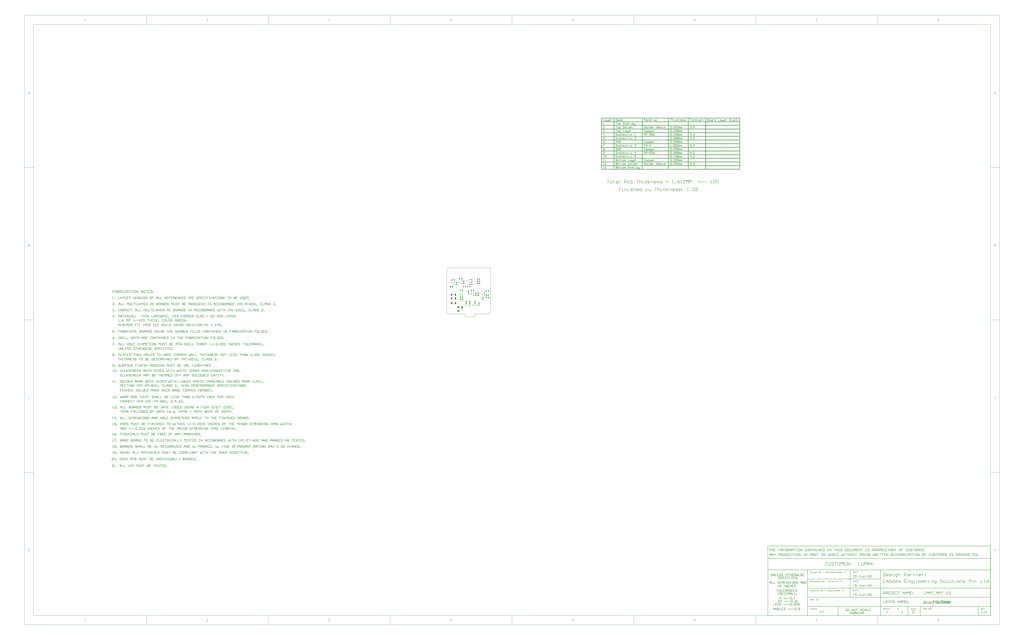
<source format=gtp>
G04 Layer_Color=8421504*
%FSLAX44Y44*%
%MOMM*%
G71*
G01*
G75*
%ADD10C,0.3810*%
%ADD11C,0.0254*%
%ADD12C,0.2540*%
%ADD13C,0.1270*%
%ADD14C,0.1778*%
%ADD15R,1.0000X0.9500*%
%ADD16R,1.1500X1.8000*%
%ADD17R,0.7500X1.4500*%
%ADD18R,1.4500X0.7500*%
%ADD19R,0.9500X1.0000*%
%ADD20R,0.9500X0.6000*%
%ADD21R,1.8000X1.1500*%
%ADD22R,0.5500X0.5000*%
%ADD23R,0.8000X0.8000*%
%ADD24R,1.1000X2.0000*%
G36*
X4098626Y-2390139D02*
X4099146Y-2390213D01*
X4099779Y-2390362D01*
X4100448Y-2390548D01*
X4101117Y-2390845D01*
X4101787Y-2391255D01*
X4101824D01*
X4101861Y-2391292D01*
X4102084Y-2391478D01*
X4102382Y-2391738D01*
X4102791Y-2392110D01*
X4103200Y-2392556D01*
X4103646Y-2393151D01*
X4104055Y-2393783D01*
X4104427Y-2394564D01*
Y-2394601D01*
X4104464Y-2394676D01*
X4104501Y-2394787D01*
X4104576Y-2394936D01*
X4104650Y-2395122D01*
X4104724Y-2395382D01*
X4104873Y-2395940D01*
X4105022Y-2396647D01*
X4105171Y-2397427D01*
X4105282Y-2398283D01*
X4105319Y-2399212D01*
Y-2399250D01*
Y-2399324D01*
Y-2399473D01*
Y-2399659D01*
X4105282Y-2399919D01*
Y-2400179D01*
X4105208Y-2400848D01*
X4105059Y-2401592D01*
X4104910Y-2402410D01*
X4104650Y-2403266D01*
X4104315Y-2404121D01*
Y-2404158D01*
X4104295Y-2404198D01*
Y-2407186D01*
Y-2407223D01*
Y-2407297D01*
Y-2407409D01*
Y-2407558D01*
Y-2407967D01*
X4104333Y-2408450D01*
Y-2408971D01*
X4104370Y-2409491D01*
X4104407Y-2409975D01*
X4104444Y-2410347D01*
Y-2410384D01*
X4104518Y-2410533D01*
X4104593Y-2410756D01*
X4104704Y-2411016D01*
X4104853Y-2411313D01*
X4105076Y-2411648D01*
X4105337Y-2411946D01*
X4105634Y-2412206D01*
X4105671Y-2412243D01*
X4105820Y-2412318D01*
X4106006Y-2412429D01*
X4106266Y-2412541D01*
X4106601Y-2412652D01*
X4106973Y-2412764D01*
X4107419Y-2412838D01*
X4107903Y-2412875D01*
X4108126D01*
X4108386Y-2412838D01*
X4108720Y-2412801D01*
X4109092Y-2412726D01*
X4109501Y-2412578D01*
X4109948Y-2412429D01*
X4110394Y-2412206D01*
X4110431Y-2412169D01*
X4110580Y-2412057D01*
X4110803Y-2411908D01*
X4111063Y-2411685D01*
X4111324Y-2411425D01*
X4111621Y-2411090D01*
X4111844Y-2410719D01*
X4112067Y-2410309D01*
X4112104Y-2410235D01*
X4112141Y-2410086D01*
X4112216Y-2409826D01*
X4112328Y-2409417D01*
X4112439Y-2408934D01*
X4112513Y-2408339D01*
X4112551Y-2407632D01*
X4112588Y-2406851D01*
Y-2397332D01*
X4115600D01*
Y-2415032D01*
X4112922D01*
Y-2412466D01*
X4112885Y-2412503D01*
X4112811Y-2412578D01*
X4112699Y-2412726D01*
X4112551Y-2412912D01*
X4112328Y-2413173D01*
X4112067Y-2413396D01*
X4111770Y-2413693D01*
X4111435Y-2413954D01*
X4111063Y-2414214D01*
X4110654Y-2414511D01*
X4110171Y-2414734D01*
X4109687Y-2414958D01*
X4109130Y-2415181D01*
X4108572Y-2415329D01*
X4107939Y-2415404D01*
X4107307Y-2415441D01*
X4107047D01*
X4106750Y-2415404D01*
X4106341Y-2415367D01*
X4105894Y-2415292D01*
X4105411Y-2415181D01*
X4104890Y-2415032D01*
X4104370Y-2414846D01*
X4104295Y-2414809D01*
X4104147Y-2414734D01*
X4103924Y-2414623D01*
X4103626Y-2414437D01*
X4103291Y-2414214D01*
X4102957Y-2413954D01*
X4102659Y-2413693D01*
X4102362Y-2413359D01*
X4102325Y-2413322D01*
X4102250Y-2413210D01*
X4102139Y-2412987D01*
X4102027Y-2412726D01*
X4101841Y-2412392D01*
X4101693Y-2412020D01*
X4101544Y-2411611D01*
X4101432Y-2411127D01*
Y-2411090D01*
X4101395Y-2410942D01*
Y-2410756D01*
X4101358Y-2410458D01*
X4101320Y-2410049D01*
Y-2409566D01*
X4101283Y-2409008D01*
Y-2408339D01*
Y-2407552D01*
X4101154Y-2407616D01*
X4100783Y-2407802D01*
X4100299Y-2407988D01*
X4099704Y-2408211D01*
X4099072Y-2408397D01*
X4098329Y-2408546D01*
X4097585Y-2408583D01*
X4097325D01*
X4097064Y-2408546D01*
X4096692Y-2408509D01*
X4096530Y-2408479D01*
X4096040Y-2409529D01*
Y-2409566D01*
X4095966Y-2409640D01*
X4095891Y-2409789D01*
X4095780Y-2410012D01*
X4095594Y-2410235D01*
X4095408Y-2410533D01*
X4094962Y-2411165D01*
X4094367Y-2411871D01*
X4093623Y-2412615D01*
X4092974Y-2413151D01*
Y-2414942D01*
X4089962D01*
Y-2414714D01*
X4089161Y-2414958D01*
X4088157Y-2415218D01*
X4087041Y-2415367D01*
X4085888Y-2415441D01*
X4085554D01*
X4085294Y-2415404D01*
X4084996D01*
X4084661Y-2415367D01*
X4084252Y-2415292D01*
X4083806Y-2415218D01*
X4082877Y-2415032D01*
X4081835Y-2414734D01*
X4080757Y-2414326D01*
X4080236Y-2414102D01*
X4079716Y-2413805D01*
X4079679Y-2413768D01*
X4079604Y-2413730D01*
X4079455Y-2413619D01*
X4079269Y-2413507D01*
X4079046Y-2413322D01*
X4078786Y-2413136D01*
X4078191Y-2412615D01*
X4077522Y-2411946D01*
X4076815Y-2411202D01*
X4076183Y-2410272D01*
X4075588Y-2409268D01*
Y-2409231D01*
X4075514Y-2409120D01*
X4075476Y-2408971D01*
X4075365Y-2408748D01*
X4075253Y-2408487D01*
X4075142Y-2408190D01*
X4075081Y-2407986D01*
X4074567Y-2407802D01*
X4074083Y-2407579D01*
X4073563Y-2407319D01*
X4073080Y-2406984D01*
X4072596Y-2406612D01*
X4072150Y-2406203D01*
X4072113Y-2406166D01*
X4072038Y-2406092D01*
X4071927Y-2405943D01*
X4071815Y-2405757D01*
X4071629Y-2405497D01*
X4071443Y-2405199D01*
X4071220Y-2404865D01*
X4071034Y-2404455D01*
X4070811Y-2403972D01*
X4070588Y-2403489D01*
X4070402Y-2402894D01*
X4070253Y-2402299D01*
X4070104Y-2401629D01*
X4069993Y-2400923D01*
X4069919Y-2400142D01*
X4069881Y-2399324D01*
Y-2399250D01*
Y-2399101D01*
X4069919Y-2398840D01*
Y-2398506D01*
X4069956Y-2398097D01*
X4070030Y-2397650D01*
X4070104Y-2397130D01*
X4070216Y-2396572D01*
X4070365Y-2395977D01*
X4070551Y-2395382D01*
X4070774Y-2394787D01*
X4071034Y-2394192D01*
X4071332Y-2393597D01*
X4071703Y-2393040D01*
X4072113Y-2392519D01*
X4072596Y-2392035D01*
X4072633Y-2391998D01*
X4072708Y-2391961D01*
X4072819Y-2391850D01*
X4073005Y-2391738D01*
X4073228Y-2391589D01*
X4073488Y-2391403D01*
X4073786Y-2391217D01*
X4074158Y-2391031D01*
X4074530Y-2390883D01*
X4074939Y-2390697D01*
X4075905Y-2390362D01*
X4076984Y-2390139D01*
X4077579Y-2390102D01*
X4078174Y-2390065D01*
X4078509D01*
X4078769Y-2390102D01*
X4079103Y-2390139D01*
X4079438Y-2390176D01*
X4079847Y-2390251D01*
X4080293Y-2390362D01*
X4081223Y-2390660D01*
X4081707Y-2390845D01*
X4081877Y-2390919D01*
X4082393Y-2390713D01*
X4083174Y-2390527D01*
X4084029Y-2390341D01*
X4084959Y-2390229D01*
X4085888Y-2390192D01*
X4086223D01*
X4086446Y-2390229D01*
X4086744D01*
X4087115Y-2390266D01*
X4087487Y-2390341D01*
X4087934Y-2390378D01*
X4088863Y-2390601D01*
X4089904Y-2390898D01*
X4089962Y-2390919D01*
Y-2390474D01*
X4092713D01*
Y-2392323D01*
X4092917Y-2392498D01*
X4092919Y-2392499D01*
X4093085Y-2392333D01*
X4093346Y-2392035D01*
X4093643Y-2391701D01*
X4094015Y-2391366D01*
X4094424Y-2391031D01*
X4094870Y-2390771D01*
X4094944Y-2390734D01*
X4095093Y-2390660D01*
X4095354Y-2390548D01*
X4095688Y-2390399D01*
X4096135Y-2390288D01*
X4096618Y-2390176D01*
X4097176Y-2390102D01*
X4097808Y-2390065D01*
X4098180D01*
X4098626Y-2390139D01*
D02*
G37*
G36*
X4129378Y-2383780D02*
X4129973Y-2383817D01*
X4130605Y-2383855D01*
X4131201Y-2383929D01*
X4131721Y-2384003D01*
X4131795D01*
X4132019Y-2384078D01*
X4132353Y-2384152D01*
X4132762Y-2384264D01*
X4133246Y-2384412D01*
X4133729Y-2384598D01*
X4134250Y-2384859D01*
X4134733Y-2385156D01*
X4134770Y-2385193D01*
X4134956Y-2385305D01*
X4135179Y-2385491D01*
X4135439Y-2385751D01*
X4135737Y-2386086D01*
X4136072Y-2386495D01*
X4136407Y-2386941D01*
X4136704Y-2387499D01*
X4136741Y-2387573D01*
X4136815Y-2387759D01*
X4136927Y-2388057D01*
X4137076Y-2388466D01*
X4137224Y-2388949D01*
X4137336Y-2389507D01*
X4137411Y-2390139D01*
X4137436Y-2390601D01*
X4140403D01*
Y-2394022D01*
X4137391D01*
Y-2391468D01*
X4137373Y-2391589D01*
X4137336Y-2391924D01*
X4137299Y-2392259D01*
X4137188Y-2392630D01*
X4136964Y-2393486D01*
X4136592Y-2394341D01*
X4136369Y-2394787D01*
X4136109Y-2395233D01*
X4135811Y-2395680D01*
X4135439Y-2396089D01*
X4135403Y-2396126D01*
X4135328Y-2396163D01*
X4135216Y-2396275D01*
X4135068Y-2396423D01*
X4134807Y-2396572D01*
X4134547Y-2396758D01*
X4134213Y-2396944D01*
X4133803Y-2397130D01*
X4133357Y-2397353D01*
X4132837Y-2397539D01*
X4132742Y-2397568D01*
Y-2415032D01*
X4129730D01*
Y-2398149D01*
X4129230Y-2398171D01*
X4128300Y-2398208D01*
X4126830D01*
Y-2399674D01*
X4123818D01*
Y-2410049D01*
Y-2410086D01*
Y-2410235D01*
Y-2410458D01*
X4123855Y-2410719D01*
X4123892Y-2411276D01*
X4123929Y-2411499D01*
X4123967Y-2411685D01*
X4124004Y-2411760D01*
X4124078Y-2411908D01*
X4124227Y-2412094D01*
X4124450Y-2412280D01*
X4124524Y-2412318D01*
X4124710Y-2412355D01*
X4125045Y-2412429D01*
X4125491Y-2412466D01*
X4125863D01*
X4126049Y-2412429D01*
X4126272D01*
X4126830Y-2412355D01*
X4127239Y-2414995D01*
X4127165D01*
X4127016Y-2415032D01*
X4126793Y-2415069D01*
X4126458Y-2415106D01*
X4126123Y-2415181D01*
X4125752Y-2415218D01*
X4124971Y-2415255D01*
X4124710D01*
X4124413Y-2415218D01*
X4124041Y-2415181D01*
X4123632Y-2415144D01*
X4123186Y-2415032D01*
X4122776Y-2414920D01*
X4122405Y-2414772D01*
X4122368Y-2414734D01*
X4122256Y-2414660D01*
X4122107Y-2414549D01*
X4121921Y-2414400D01*
X4121698Y-2414214D01*
X4121512Y-2413991D01*
X4121289Y-2413730D01*
X4121140Y-2413433D01*
Y-2413396D01*
X4121103Y-2413247D01*
X4121029Y-2413024D01*
X4120992Y-2412652D01*
X4120917Y-2412169D01*
X4120880Y-2411908D01*
X4120843Y-2411574D01*
Y-2411202D01*
X4120806Y-2410793D01*
Y-2410347D01*
Y-2409863D01*
Y-2408174D01*
X4118818D01*
Y-2399674D01*
X4118575D01*
Y-2397332D01*
X4118818D01*
Y-2383743D01*
X4128820D01*
X4129378Y-2383780D01*
D02*
G37*
G36*
X4180732Y-2390474D02*
X4183744D01*
Y-2392816D01*
X4180732D01*
Y-2403191D01*
Y-2403228D01*
Y-2403377D01*
Y-2403600D01*
X4180769Y-2403860D01*
X4180806Y-2404418D01*
X4180843Y-2404641D01*
X4180880Y-2404827D01*
X4180918Y-2404902D01*
X4180992Y-2405050D01*
X4181141Y-2405236D01*
X4181364Y-2405422D01*
X4181438Y-2405459D01*
X4181624Y-2405497D01*
X4181959Y-2405571D01*
X4182405Y-2405608D01*
X4182777D01*
X4182963Y-2405571D01*
X4183186D01*
X4183744Y-2405497D01*
X4184153Y-2408137D01*
X4184078D01*
X4183930Y-2408174D01*
X4183706Y-2408211D01*
X4183372Y-2408248D01*
X4183037Y-2408323D01*
X4182665Y-2408360D01*
X4181884Y-2408397D01*
X4181624D01*
X4181327Y-2408360D01*
X4180955Y-2408323D01*
X4180546Y-2408286D01*
X4180099Y-2408174D01*
X4179691Y-2408062D01*
X4179319Y-2407914D01*
X4179282Y-2407876D01*
X4179170Y-2407802D01*
X4179021Y-2407691D01*
X4178835Y-2407542D01*
X4178612Y-2407356D01*
X4178426Y-2407133D01*
X4178280Y-2406963D01*
X4171699D01*
X4171324Y-2407244D01*
X4170803Y-2407579D01*
X4170208Y-2407876D01*
X4170134Y-2407914D01*
X4169911Y-2407988D01*
X4169576Y-2408100D01*
X4169130Y-2408211D01*
X4168572Y-2408360D01*
X4167940Y-2408472D01*
X4167233Y-2408546D01*
X4166490Y-2408583D01*
X4166272D01*
X4166284Y-2408636D01*
X4166507Y-2409343D01*
X4166767Y-2410086D01*
X4167176Y-2410830D01*
X4167660Y-2411462D01*
X4167734Y-2411537D01*
X4167920Y-2411685D01*
X4168255Y-2411946D01*
X4168664Y-2412206D01*
X4169221Y-2412503D01*
X4169854Y-2412764D01*
X4170560Y-2412912D01*
X4171341Y-2412987D01*
X4171638D01*
X4171936Y-2412950D01*
X4172308Y-2412875D01*
X4172754Y-2412764D01*
X4173238Y-2412615D01*
X4173721Y-2412429D01*
X4174167Y-2412132D01*
X4174204Y-2412094D01*
X4174353Y-2411946D01*
X4174576Y-2411760D01*
X4174836Y-2411425D01*
X4175134Y-2411053D01*
X4175432Y-2410570D01*
X4175729Y-2409975D01*
X4176026Y-2409305D01*
X4179113Y-2409715D01*
Y-2409752D01*
X4179076Y-2409826D01*
X4179038Y-2409975D01*
X4178964Y-2410161D01*
X4178890Y-2410384D01*
X4178778Y-2410644D01*
X4178481Y-2411276D01*
X4178109Y-2411946D01*
X4177663Y-2412652D01*
X4177068Y-2413359D01*
X4176398Y-2413954D01*
X4176361D01*
X4176324Y-2414028D01*
X4176212Y-2414102D01*
X4176026Y-2414177D01*
X4175840Y-2414288D01*
X4175617Y-2414437D01*
X4175357Y-2414549D01*
X4175022Y-2414697D01*
X4174316Y-2414958D01*
X4173423Y-2415218D01*
X4172457Y-2415367D01*
X4171341Y-2415441D01*
X4170969D01*
X4170709Y-2415404D01*
X4170374Y-2415367D01*
X4170002Y-2415329D01*
X4169593Y-2415255D01*
X4169110Y-2415144D01*
X4168143Y-2414846D01*
X4167622Y-2414660D01*
X4167139Y-2414437D01*
X4166618Y-2414177D01*
X4166135Y-2413842D01*
X4165652Y-2413470D01*
X4165205Y-2413061D01*
X4165168Y-2413024D01*
X4165094Y-2412950D01*
X4164982Y-2412801D01*
X4164871Y-2412615D01*
X4164685Y-2412392D01*
X4164499Y-2412094D01*
X4164276Y-2411723D01*
X4164090Y-2411313D01*
X4163867Y-2410867D01*
X4163643Y-2410384D01*
X4163458Y-2409826D01*
X4163309Y-2409231D01*
X4163160Y-2408599D01*
X4163076Y-2408070D01*
X4162808Y-2407988D01*
X4161953Y-2407653D01*
X4161581Y-2407430D01*
X4161209Y-2407170D01*
X4161172D01*
X4161135Y-2407096D01*
X4160912Y-2406910D01*
X4160614Y-2406575D01*
X4160242Y-2406092D01*
X4159871Y-2405497D01*
X4159499Y-2404753D01*
X4159330Y-2404322D01*
Y-2415032D01*
X4156318D01*
Y-2408174D01*
X4153326D01*
X4153289Y-2408137D01*
X4153252Y-2408025D01*
X4153177Y-2407802D01*
X4153065Y-2407542D01*
X4152954Y-2407207D01*
X4152880Y-2406835D01*
X4152805Y-2406426D01*
X4152731Y-2405943D01*
X4152657Y-2406017D01*
X4152433Y-2406166D01*
X4152136Y-2406426D01*
X4151690Y-2406724D01*
X4151206Y-2407096D01*
X4150648Y-2407430D01*
X4150091Y-2407728D01*
X4149496Y-2407988D01*
X4149421Y-2408025D01*
X4149236Y-2408062D01*
X4148938Y-2408174D01*
X4148529Y-2408286D01*
X4148008Y-2408397D01*
X4147951Y-2408405D01*
Y-2415032D01*
X4144939D01*
Y-2408466D01*
X4144550Y-2408397D01*
X4143806Y-2408248D01*
X4143100Y-2407988D01*
X4142356Y-2407653D01*
X4141724Y-2407170D01*
X4141649Y-2407096D01*
X4141464Y-2406910D01*
X4141241Y-2406612D01*
X4140943Y-2406166D01*
X4140646Y-2405645D01*
X4140422Y-2405050D01*
X4140403Y-2404971D01*
Y-2415032D01*
X4137391D01*
Y-2397332D01*
X4140403D01*
Y-2401917D01*
X4140534Y-2401555D01*
X4140720Y-2401146D01*
X4140757Y-2401109D01*
X4140832Y-2400960D01*
X4140943Y-2400774D01*
X4141129Y-2400514D01*
X4141352Y-2400253D01*
X4141649Y-2399956D01*
X4141947Y-2399696D01*
X4142282Y-2399435D01*
X4142319Y-2399398D01*
X4142468Y-2399324D01*
X4142654Y-2399212D01*
X4142914Y-2399064D01*
X4143249Y-2398878D01*
X4143583Y-2398729D01*
X4143992Y-2398580D01*
X4144438Y-2398431D01*
X4144476D01*
X4144625Y-2398394D01*
X4144810Y-2398357D01*
X4144939Y-2398325D01*
Y-2397332D01*
X4147654D01*
Y-2397919D01*
X4147711Y-2397911D01*
X4148008Y-2397874D01*
X4148343Y-2397836D01*
X4149161Y-2397688D01*
X4150016Y-2397539D01*
X4150734Y-2397419D01*
X4150852Y-2397369D01*
X4151372Y-2397183D01*
X4151967Y-2397034D01*
X4152327Y-2396992D01*
X4152471Y-2396944D01*
Y-2396907D01*
Y-2396832D01*
X4152508Y-2396609D01*
Y-2396349D01*
Y-2396237D01*
Y-2396163D01*
Y-2396126D01*
Y-2396089D01*
Y-2395866D01*
X4152471Y-2395531D01*
X4152396Y-2395159D01*
X4152285Y-2394750D01*
X4152136Y-2394304D01*
X4151950Y-2393932D01*
X4151653Y-2393597D01*
X4151615Y-2393560D01*
X4151429Y-2393448D01*
X4151169Y-2393263D01*
X4150797Y-2393077D01*
X4150314Y-2392891D01*
X4149719Y-2392705D01*
X4149012Y-2392593D01*
X4148232Y-2392556D01*
X4147897D01*
X4147525Y-2392593D01*
X4147042Y-2392630D01*
X4146521Y-2392742D01*
X4146038Y-2392854D01*
X4145517Y-2393040D01*
X4145108Y-2393300D01*
X4145071Y-2393337D01*
X4144959Y-2393448D01*
X4144773Y-2393634D01*
X4144550Y-2393895D01*
X4144290Y-2394267D01*
X4144067Y-2394713D01*
X4143806Y-2395271D01*
X4143621Y-2395903D01*
X4140683Y-2395494D01*
Y-2395457D01*
X4140720Y-2395419D01*
X4140757Y-2395196D01*
X4140869Y-2394862D01*
X4140980Y-2394415D01*
X4141166Y-2393932D01*
X4141389Y-2393448D01*
X4141649Y-2392928D01*
X4141984Y-2392482D01*
X4142021Y-2392444D01*
X4142170Y-2392296D01*
X4142356Y-2392073D01*
X4142654Y-2391812D01*
X4143026Y-2391552D01*
X4143509Y-2391255D01*
X4144030Y-2390957D01*
X4144625Y-2390697D01*
X4144662D01*
X4144699Y-2390660D01*
X4144810Y-2390622D01*
X4144922Y-2390585D01*
X4145294Y-2390511D01*
X4145777Y-2390362D01*
X4146372Y-2390251D01*
X4147042Y-2390176D01*
X4147822Y-2390102D01*
X4148640Y-2390065D01*
X4149012D01*
X4149421Y-2390102D01*
X4149942Y-2390139D01*
X4150537Y-2390213D01*
X4151169Y-2390288D01*
X4151764Y-2390437D01*
X4152322Y-2390622D01*
X4152396Y-2390660D01*
X4152545Y-2390697D01*
X4152805Y-2390845D01*
X4153103Y-2390994D01*
X4153438Y-2391180D01*
X4153809Y-2391403D01*
X4154107Y-2391664D01*
X4154404Y-2391961D01*
X4154442Y-2391998D01*
X4154516Y-2392110D01*
X4154627Y-2392259D01*
X4154776Y-2392519D01*
X4154925Y-2392816D01*
X4155074Y-2393151D01*
X4155222Y-2393560D01*
X4155334Y-2394006D01*
Y-2394043D01*
X4155371Y-2394155D01*
X4155408Y-2394341D01*
X4155446Y-2394638D01*
Y-2395010D01*
X4155483Y-2395494D01*
X4155520Y-2396051D01*
Y-2396758D01*
Y-2397281D01*
X4155686Y-2397332D01*
X4156206Y-2397518D01*
X4156281Y-2397555D01*
X4156430Y-2397629D01*
X4156653Y-2397741D01*
X4156950Y-2397927D01*
X4157285Y-2398150D01*
X4157620Y-2398410D01*
X4157954Y-2398707D01*
X4158214Y-2399042D01*
X4158252Y-2399079D01*
X4158326Y-2399191D01*
X4158438Y-2399414D01*
X4158586Y-2399674D01*
X4158735Y-2399972D01*
X4158884Y-2400344D01*
X4159033Y-2400790D01*
X4159144Y-2401236D01*
Y-2401273D01*
X4159181Y-2401385D01*
X4159218Y-2401608D01*
X4159256Y-2401906D01*
Y-2402314D01*
X4159293Y-2402835D01*
X4159293Y-2402836D01*
X4161916Y-2402410D01*
Y-2402447D01*
Y-2402485D01*
X4161953Y-2402708D01*
X4162065Y-2403042D01*
X4162176Y-2403451D01*
X4162362Y-2403898D01*
X4162585Y-2404344D01*
X4162920Y-2404790D01*
X4163039Y-2404921D01*
X4163049Y-2404806D01*
X4163123Y-2404323D01*
X4163235Y-2403802D01*
X4163495Y-2402686D01*
X4163681Y-2402129D01*
X4163904Y-2401534D01*
X4164164Y-2400976D01*
X4164462Y-2400418D01*
X4164642Y-2400138D01*
X4164035Y-2399956D01*
X4163254Y-2399733D01*
X4162548Y-2399473D01*
X4162250Y-2399361D01*
X4161990Y-2399250D01*
X4161953Y-2399212D01*
X4161767Y-2399138D01*
X4161544Y-2398989D01*
X4161284Y-2398803D01*
X4160949Y-2398580D01*
X4160652Y-2398283D01*
X4160317Y-2397948D01*
X4160056Y-2397576D01*
X4160019Y-2397539D01*
X4159945Y-2397390D01*
X4159871Y-2397167D01*
X4159759Y-2396870D01*
X4159610Y-2396535D01*
X4159536Y-2396126D01*
X4159461Y-2395680D01*
X4159424Y-2395196D01*
Y-2395159D01*
Y-2395010D01*
X4159461Y-2394750D01*
X4159499Y-2394490D01*
X4159536Y-2394155D01*
X4159648Y-2393783D01*
X4159759Y-2393374D01*
X4159945Y-2393002D01*
X4159982Y-2392965D01*
X4160056Y-2392816D01*
X4160168Y-2392630D01*
X4160354Y-2392407D01*
X4160540Y-2392147D01*
X4160800Y-2391887D01*
X4161098Y-2391589D01*
X4161432Y-2391329D01*
X4161470Y-2391292D01*
X4161581Y-2391255D01*
X4161730Y-2391143D01*
X4161953Y-2391031D01*
X4162213Y-2390883D01*
X4162548Y-2390734D01*
X4162920Y-2390585D01*
X4163329Y-2390437D01*
X4163403D01*
X4163552Y-2390362D01*
X4163775Y-2390325D01*
X4164110Y-2390251D01*
X4164519Y-2390176D01*
X4164928Y-2390139D01*
X4165411Y-2390065D01*
X4166266D01*
X4166675Y-2390102D01*
X4167159Y-2390139D01*
X4167754Y-2390213D01*
X4168349Y-2390325D01*
X4168981Y-2390474D01*
X4169576Y-2390697D01*
X4169613D01*
X4169650Y-2390734D01*
X4169836Y-2390808D01*
X4170134Y-2390957D01*
X4170468Y-2391106D01*
X4170840Y-2391366D01*
X4171249Y-2391626D01*
X4171621Y-2391961D01*
X4171919Y-2392333D01*
X4171956Y-2392370D01*
X4172030Y-2392519D01*
X4172179Y-2392742D01*
X4172365Y-2393040D01*
X4172514Y-2393411D01*
X4172700Y-2393895D01*
X4172848Y-2394415D01*
X4172997Y-2395010D01*
X4170060Y-2395419D01*
Y-2395345D01*
X4170022Y-2395196D01*
X4169948Y-2394936D01*
X4169836Y-2394638D01*
X4169688Y-2394304D01*
X4169464Y-2393969D01*
X4169204Y-2393597D01*
X4168870Y-2393300D01*
X4168832Y-2393263D01*
X4168683Y-2393188D01*
X4168460Y-2393040D01*
X4168163Y-2392891D01*
X4167791Y-2392779D01*
X4167308Y-2392630D01*
X4166787Y-2392556D01*
X4166155Y-2392519D01*
X4165820D01*
X4165448Y-2392556D01*
X4165002Y-2392593D01*
X4164519Y-2392705D01*
X4164035Y-2392816D01*
X4163552Y-2393002D01*
X4163180Y-2393225D01*
X4163143Y-2393263D01*
X4163031Y-2393337D01*
X4162920Y-2393486D01*
X4162771Y-2393672D01*
X4162585Y-2393895D01*
X4162473Y-2394192D01*
X4162362Y-2394490D01*
X4162325Y-2394824D01*
Y-2394862D01*
Y-2394936D01*
X4162362Y-2395047D01*
Y-2395196D01*
X4162473Y-2395531D01*
X4162660Y-2395903D01*
X4162697Y-2395940D01*
X4162734Y-2395977D01*
X4162957Y-2396163D01*
X4163106Y-2396312D01*
X4163292Y-2396423D01*
X4163552Y-2396572D01*
X4163812Y-2396684D01*
X4163849D01*
X4163924Y-2396721D01*
X4164073Y-2396758D01*
X4164333Y-2396832D01*
X4164667Y-2396944D01*
X4165151Y-2397093D01*
X4165746Y-2397241D01*
X4166081Y-2397353D01*
X4166490Y-2397464D01*
X4166527D01*
X4166638Y-2397502D01*
X4166787Y-2397539D01*
X4167010Y-2397613D01*
X4167271Y-2397688D01*
X4167551Y-2397758D01*
X4167660Y-2397704D01*
X4168143Y-2397518D01*
X4168701Y-2397294D01*
X4169259Y-2397146D01*
X4169854Y-2397034D01*
X4170486Y-2396960D01*
X4171155Y-2396923D01*
X4171490D01*
X4171750Y-2396960D01*
X4172047Y-2396997D01*
X4172419Y-2397034D01*
X4172791Y-2397108D01*
X4173238Y-2397220D01*
X4174130Y-2397518D01*
X4174613Y-2397704D01*
X4175097Y-2397964D01*
X4175580Y-2398224D01*
X4176064Y-2398559D01*
X4176510Y-2398931D01*
X4176956Y-2399377D01*
X4176993Y-2399414D01*
X4177068Y-2399488D01*
X4177179Y-2399637D01*
X4177328Y-2399823D01*
X4177477Y-2400083D01*
X4177663Y-2400381D01*
X4177720Y-2400466D01*
Y-2392816D01*
X4175489D01*
Y-2390474D01*
X4177720D01*
Y-2386123D01*
X4180732Y-2384301D01*
Y-2390474D01*
D02*
G37*
G36*
X4068059Y-2386606D02*
X4060027D01*
Y-2390601D01*
X4060602D01*
Y-2415032D01*
X4057813D01*
Y-2412838D01*
X4057776Y-2412875D01*
X4057739Y-2412950D01*
X4057627Y-2413061D01*
X4057479Y-2413247D01*
X4057330Y-2413433D01*
X4057107Y-2413656D01*
X4056847Y-2413879D01*
X4056549Y-2414140D01*
X4056214Y-2414363D01*
X4055843Y-2414623D01*
X4055433Y-2414846D01*
X4055024Y-2415032D01*
X4054541Y-2415218D01*
X4054020Y-2415329D01*
X4053463Y-2415404D01*
X4052868Y-2415441D01*
X4052645D01*
X4052496Y-2415404D01*
X4052087Y-2415367D01*
X4051603Y-2415292D01*
X4050971Y-2415144D01*
X4050339Y-2414958D01*
X4049633Y-2414660D01*
X4048963Y-2414288D01*
X4048926D01*
X4048889Y-2414251D01*
X4048666Y-2414065D01*
X4048368Y-2413805D01*
X4047959Y-2413433D01*
X4047550Y-2412987D01*
X4047067Y-2412429D01*
X4046658Y-2411797D01*
X4046249Y-2411053D01*
Y-2411016D01*
X4046212Y-2410942D01*
X4046174Y-2410830D01*
X4046100Y-2410681D01*
X4046025Y-2410495D01*
X4045951Y-2410235D01*
X4045765Y-2409640D01*
X4045579Y-2408934D01*
X4045431Y-2408116D01*
X4045319Y-2407223D01*
X4045282Y-2406219D01*
Y-2406182D01*
Y-2406107D01*
Y-2405959D01*
Y-2405773D01*
X4045319Y-2405550D01*
Y-2405252D01*
X4045393Y-2404620D01*
X4045505Y-2403876D01*
X4045654Y-2403095D01*
X4045840Y-2402240D01*
X4046137Y-2401422D01*
Y-2401385D01*
X4046174Y-2401310D01*
X4046249Y-2401199D01*
X4046323Y-2401050D01*
X4046509Y-2400678D01*
X4046806Y-2400195D01*
X4047178Y-2399637D01*
X4047625Y-2399079D01*
X4048145Y-2398559D01*
X4048777Y-2398075D01*
X4048814D01*
X4048852Y-2398038D01*
X4049075Y-2397889D01*
X4049447Y-2397704D01*
X4049930Y-2397480D01*
X4050525Y-2397294D01*
X4051194Y-2397108D01*
X4051938Y-2396960D01*
X4052719Y-2396923D01*
X4052979D01*
X4053277Y-2396960D01*
X4053686Y-2396997D01*
X4054095Y-2397108D01*
X4054578Y-2397220D01*
X4055062Y-2397406D01*
X4055545Y-2397629D01*
X4055620Y-2397666D01*
X4055768Y-2397741D01*
X4055991Y-2397889D01*
X4056289Y-2398113D01*
X4056586Y-2398336D01*
X4056792Y-2398500D01*
Y-2386606D01*
X4048760D01*
Y-2383743D01*
X4068059D01*
Y-2386606D01*
D02*
G37*
G36*
X4042084Y-2396960D02*
X4042493Y-2397034D01*
X4042939Y-2397183D01*
X4043460Y-2397332D01*
X4044018Y-2397592D01*
X4044612Y-2397927D01*
X4043534Y-2400678D01*
X4043497Y-2400641D01*
X4043348Y-2400567D01*
X4043125Y-2400455D01*
X4042865Y-2400344D01*
X4042530Y-2400232D01*
X4042158Y-2400121D01*
X4041749Y-2400046D01*
X4041340Y-2400009D01*
X4041191D01*
X4041006Y-2400046D01*
X4040745Y-2400083D01*
X4040485Y-2400158D01*
X4040187Y-2400269D01*
X4039890Y-2400418D01*
X4039592Y-2400604D01*
X4039555Y-2400641D01*
X4039481Y-2400715D01*
X4039332Y-2400864D01*
X4039183Y-2401050D01*
X4038997Y-2401273D01*
X4038812Y-2401571D01*
X4038663Y-2401906D01*
X4038514Y-2402277D01*
X4038477Y-2402352D01*
X4038440Y-2402538D01*
X4038365Y-2402872D01*
X4038291Y-2403318D01*
X4038179Y-2403839D01*
X4038105Y-2404434D01*
X4038068Y-2405066D01*
X4038031Y-2405773D01*
Y-2415032D01*
X4035019D01*
Y-2397332D01*
X4037733D01*
Y-2399972D01*
X4037770Y-2399935D01*
X4037919Y-2399711D01*
X4038105Y-2399377D01*
X4038328Y-2399005D01*
X4038625Y-2398596D01*
X4038960Y-2398187D01*
X4039258Y-2397815D01*
X4039592Y-2397555D01*
X4039630Y-2397518D01*
X4039741Y-2397443D01*
X4039927Y-2397369D01*
X4040187Y-2397220D01*
X4040448Y-2397108D01*
X4040782Y-2397034D01*
X4041154Y-2396960D01*
X4041526Y-2396923D01*
X4041786D01*
X4042084Y-2396960D01*
D02*
G37*
G36*
X4194528Y-2390102D02*
X4194825Y-2390139D01*
X4195197Y-2390176D01*
X4195569Y-2390251D01*
X4196015Y-2390362D01*
X4196907Y-2390660D01*
X4197391Y-2390845D01*
X4197874Y-2391106D01*
X4198358Y-2391366D01*
X4198841Y-2391701D01*
X4199287Y-2392073D01*
X4199734Y-2392519D01*
X4199771Y-2392556D01*
X4199845Y-2392630D01*
X4199957Y-2392779D01*
X4200105Y-2392965D01*
X4200254Y-2393225D01*
X4200440Y-2393523D01*
X4200663Y-2393858D01*
X4200886Y-2394267D01*
X4201072Y-2394750D01*
X4201295Y-2395233D01*
X4201481Y-2395791D01*
X4201667Y-2396423D01*
X4201779Y-2397056D01*
X4201890Y-2397762D01*
X4201965Y-2398506D01*
X4202002Y-2399324D01*
Y-2399361D01*
Y-2399510D01*
Y-2399770D01*
X4201965Y-2400105D01*
X4195186D01*
X4195251Y-2400269D01*
X4195437Y-2400753D01*
X4195586Y-2401273D01*
X4195735Y-2401868D01*
X4192797Y-2402277D01*
Y-2402203D01*
X4192760Y-2402054D01*
X4192686Y-2401794D01*
X4192574Y-2401496D01*
X4192425Y-2401162D01*
X4192202Y-2400827D01*
X4191942Y-2400455D01*
X4191607Y-2400158D01*
X4191570Y-2400121D01*
X4191538Y-2400105D01*
X4188801D01*
Y-2400142D01*
Y-2400216D01*
X4188838Y-2400402D01*
Y-2400588D01*
X4188875Y-2400848D01*
X4188912Y-2401109D01*
X4189061Y-2401778D01*
X4189284Y-2402485D01*
X4189545Y-2403228D01*
X4189954Y-2403972D01*
X4190437Y-2404604D01*
X4190510Y-2404677D01*
X4190975Y-2404806D01*
X4191719Y-2405029D01*
X4192462Y-2405289D01*
X4193132Y-2405513D01*
X4193429Y-2405624D01*
X4193690Y-2405736D01*
X4193764Y-2405773D01*
X4193913Y-2405847D01*
X4194136Y-2405959D01*
X4194396Y-2406107D01*
X4194426Y-2406127D01*
X4194713Y-2406092D01*
X4195085Y-2406017D01*
X4195532Y-2405906D01*
X4196015Y-2405757D01*
X4196498Y-2405571D01*
X4196945Y-2405273D01*
X4196982Y-2405236D01*
X4197130Y-2405088D01*
X4197354Y-2404902D01*
X4197614Y-2404567D01*
X4197911Y-2404195D01*
X4198209Y-2403712D01*
X4198506Y-2403117D01*
X4198804Y-2402447D01*
X4201890Y-2402856D01*
Y-2402894D01*
X4201853Y-2402968D01*
X4201816Y-2403117D01*
X4201742Y-2403303D01*
X4201667Y-2403526D01*
X4201555Y-2403786D01*
X4201258Y-2404418D01*
X4200886Y-2405088D01*
X4200440Y-2405794D01*
X4199845Y-2406501D01*
X4199176Y-2407096D01*
X4199138D01*
X4199101Y-2407170D01*
X4198990Y-2407244D01*
X4198804Y-2407319D01*
X4198618Y-2407430D01*
X4198395Y-2407579D01*
X4198134Y-2407691D01*
X4197800Y-2407839D01*
X4197094Y-2408100D01*
X4196201Y-2408360D01*
X4196176Y-2408364D01*
X4196181Y-2408376D01*
X4196292Y-2408822D01*
X4196367Y-2409305D01*
X4196404Y-2409863D01*
Y-2409938D01*
Y-2410123D01*
X4196367Y-2410421D01*
X4196292Y-2410756D01*
X4196181Y-2411202D01*
X4196032Y-2411685D01*
X4195809Y-2412169D01*
X4195511Y-2412689D01*
X4195475Y-2412764D01*
X4195363Y-2412912D01*
X4195140Y-2413136D01*
X4194842Y-2413433D01*
X4194508Y-2413768D01*
X4194061Y-2414102D01*
X4193541Y-2414437D01*
X4192946Y-2414734D01*
X4192871Y-2414772D01*
X4192648Y-2414846D01*
X4192314Y-2414958D01*
X4191867Y-2415069D01*
X4191310Y-2415218D01*
X4190677Y-2415329D01*
X4189971Y-2415404D01*
X4189227Y-2415441D01*
X4188893D01*
X4188669Y-2415404D01*
X4188372D01*
X4188037Y-2415367D01*
X4187256Y-2415255D01*
X4186401Y-2415106D01*
X4185546Y-2414846D01*
X4184691Y-2414511D01*
X4184319Y-2414288D01*
X4183947Y-2414028D01*
X4183910D01*
X4183873Y-2413954D01*
X4183649Y-2413768D01*
X4183352Y-2413433D01*
X4182980Y-2412950D01*
X4182608Y-2412355D01*
X4182236Y-2411611D01*
X4181902Y-2410756D01*
X4181678Y-2409752D01*
X4184654Y-2409268D01*
Y-2409305D01*
Y-2409343D01*
X4184691Y-2409566D01*
X4184802Y-2409900D01*
X4184914Y-2410309D01*
X4185100Y-2410756D01*
X4185323Y-2411202D01*
X4185657Y-2411648D01*
X4186029Y-2412057D01*
X4186067Y-2412094D01*
X4186252Y-2412206D01*
X4186513Y-2412355D01*
X4186848Y-2412503D01*
X4187331Y-2412689D01*
X4187851Y-2412838D01*
X4188521Y-2412950D01*
X4189227Y-2412987D01*
X4189562D01*
X4189934Y-2412950D01*
X4190380Y-2412875D01*
X4190901Y-2412801D01*
X4191421Y-2412652D01*
X4191905Y-2412429D01*
X4192314Y-2412169D01*
X4192351Y-2412132D01*
X4192462Y-2412020D01*
X4192648Y-2411834D01*
X4192834Y-2411611D01*
X4192983Y-2411313D01*
X4193169Y-2410942D01*
X4193281Y-2410570D01*
X4193318Y-2410161D01*
Y-2410123D01*
Y-2409975D01*
X4193281Y-2409826D01*
X4193206Y-2409566D01*
X4193094Y-2409343D01*
X4192946Y-2409045D01*
X4192723Y-2408785D01*
X4192425Y-2408562D01*
X4192388Y-2408524D01*
X4192277Y-2408487D01*
X4192090Y-2408413D01*
X4191793Y-2408264D01*
X4191384Y-2408153D01*
X4190940Y-2407994D01*
X4190920Y-2407988D01*
X4190824Y-2407953D01*
X4190529Y-2407855D01*
X4190194Y-2407781D01*
X4189785Y-2407669D01*
X4189339Y-2407558D01*
X4189302D01*
X4189190Y-2407520D01*
X4189041Y-2407483D01*
X4188818Y-2407409D01*
X4188521Y-2407335D01*
X4188223Y-2407260D01*
X4187517Y-2407037D01*
X4186773Y-2406814D01*
X4185992Y-2406591D01*
X4185286Y-2406331D01*
X4184988Y-2406219D01*
X4184728Y-2406107D01*
X4184691Y-2406070D01*
X4184505Y-2405996D01*
X4184282Y-2405847D01*
X4184021Y-2405661D01*
X4183687Y-2405438D01*
X4183389Y-2405141D01*
X4183055Y-2404806D01*
X4182794Y-2404434D01*
X4182757Y-2404397D01*
X4182682Y-2404248D01*
X4182608Y-2404025D01*
X4182497Y-2403728D01*
X4182348Y-2403393D01*
X4182274Y-2402984D01*
X4182199Y-2402538D01*
X4182162Y-2402054D01*
Y-2402017D01*
Y-2401868D01*
X4182199Y-2401608D01*
X4182236Y-2401348D01*
X4182274Y-2401013D01*
X4182385Y-2400641D01*
X4182497Y-2400232D01*
X4182682Y-2399860D01*
X4182720Y-2399823D01*
X4182794Y-2399674D01*
X4182906Y-2399488D01*
X4183092Y-2399265D01*
X4183278Y-2399005D01*
X4183538Y-2398745D01*
X4183835Y-2398447D01*
X4184170Y-2398187D01*
X4184207Y-2398150D01*
X4184319Y-2398113D01*
X4184467Y-2398001D01*
X4184691Y-2397889D01*
X4184951Y-2397741D01*
X4185286Y-2397592D01*
X4185657Y-2397443D01*
X4185926Y-2397346D01*
X4186012Y-2396944D01*
X4186272Y-2395828D01*
X4186458Y-2395271D01*
X4186682Y-2394676D01*
X4186942Y-2394118D01*
X4187239Y-2393560D01*
X4187574Y-2393040D01*
X4187983Y-2392556D01*
X4188020Y-2392519D01*
X4188094Y-2392444D01*
X4188206Y-2392333D01*
X4188392Y-2392147D01*
X4188615Y-2391961D01*
X4188912Y-2391775D01*
X4189210Y-2391552D01*
X4189582Y-2391292D01*
X4189991Y-2391069D01*
X4190437Y-2390845D01*
X4190920Y-2390660D01*
X4191478Y-2390437D01*
X4192036Y-2390288D01*
X4192631Y-2390176D01*
X4193263Y-2390102D01*
X4193932Y-2390065D01*
X4194267D01*
X4194528Y-2390102D01*
D02*
G37*
G36*
X4024309Y-2396960D02*
X4024830Y-2396997D01*
X4025425Y-2397071D01*
X4026057Y-2397146D01*
X4026652Y-2397294D01*
X4027209Y-2397480D01*
X4027284Y-2397518D01*
X4027433Y-2397555D01*
X4027693Y-2397704D01*
X4027990Y-2397852D01*
X4028325Y-2398038D01*
X4028697Y-2398261D01*
X4028994Y-2398522D01*
X4029292Y-2398819D01*
X4029329Y-2398856D01*
X4029404Y-2398968D01*
X4029515Y-2399117D01*
X4029664Y-2399377D01*
X4029813Y-2399674D01*
X4029962Y-2400009D01*
X4030110Y-2400418D01*
X4030222Y-2400864D01*
Y-2400901D01*
X4030259Y-2401013D01*
X4030296Y-2401199D01*
X4030333Y-2401496D01*
Y-2401868D01*
X4030370Y-2402352D01*
X4030408Y-2402910D01*
Y-2403616D01*
Y-2407632D01*
Y-2407669D01*
Y-2407818D01*
Y-2408041D01*
Y-2408301D01*
Y-2408636D01*
Y-2409008D01*
X4030445Y-2409863D01*
Y-2410793D01*
X4030482Y-2411648D01*
X4030519Y-2412057D01*
Y-2412392D01*
X4030556Y-2412689D01*
X4030594Y-2412950D01*
Y-2412987D01*
X4030631Y-2413136D01*
X4030668Y-2413359D01*
X4030742Y-2413619D01*
X4030854Y-2413916D01*
X4031003Y-2414288D01*
X4031337Y-2415032D01*
X4028214D01*
X4028176Y-2414995D01*
X4028139Y-2414883D01*
X4028065Y-2414660D01*
X4027953Y-2414400D01*
X4027842Y-2414065D01*
X4027767Y-2413693D01*
X4027693Y-2413284D01*
X4027619Y-2412801D01*
X4027544Y-2412875D01*
X4027321Y-2413024D01*
X4027024Y-2413284D01*
X4026577Y-2413582D01*
X4026094Y-2413954D01*
X4025536Y-2414288D01*
X4024979Y-2414586D01*
X4024384Y-2414846D01*
X4024309Y-2414883D01*
X4024123Y-2414920D01*
X4023826Y-2415032D01*
X4023417Y-2415144D01*
X4022896Y-2415255D01*
X4022338Y-2415329D01*
X4021743Y-2415404D01*
X4021074Y-2415441D01*
X4020814D01*
X4020591Y-2415404D01*
X4020367D01*
X4020070Y-2415367D01*
X4019438Y-2415255D01*
X4018694Y-2415106D01*
X4017988Y-2414846D01*
X4017244Y-2414511D01*
X4016612Y-2414028D01*
X4016537Y-2413954D01*
X4016351Y-2413768D01*
X4016128Y-2413470D01*
X4015831Y-2413024D01*
X4015533Y-2412503D01*
X4015310Y-2411908D01*
X4015124Y-2411165D01*
X4015050Y-2410384D01*
Y-2410309D01*
Y-2410161D01*
X4015087Y-2409900D01*
X4015124Y-2409603D01*
X4015199Y-2409231D01*
X4015273Y-2408822D01*
X4015422Y-2408413D01*
X4015608Y-2408004D01*
X4015645Y-2407967D01*
X4015719Y-2407818D01*
X4015831Y-2407632D01*
X4016017Y-2407372D01*
X4016240Y-2407112D01*
X4016537Y-2406814D01*
X4016835Y-2406554D01*
X4017169Y-2406293D01*
X4017207Y-2406256D01*
X4017355Y-2406182D01*
X4017542Y-2406070D01*
X4017802Y-2405921D01*
X4018136Y-2405736D01*
X4018471Y-2405587D01*
X4018880Y-2405438D01*
X4019326Y-2405289D01*
X4019363D01*
X4019512Y-2405252D01*
X4019698Y-2405215D01*
X4019996Y-2405141D01*
X4020367Y-2405066D01*
X4020851Y-2404992D01*
X4021371Y-2404917D01*
X4022003Y-2404843D01*
X4022041D01*
X4022152Y-2404806D01*
X4022338D01*
X4022599Y-2404769D01*
X4022896Y-2404732D01*
X4023231Y-2404694D01*
X4024049Y-2404546D01*
X4024904Y-2404397D01*
X4025797Y-2404248D01*
X4026652Y-2404025D01*
X4027024Y-2403914D01*
X4027358Y-2403802D01*
Y-2403765D01*
Y-2403690D01*
X4027396Y-2403467D01*
Y-2403207D01*
Y-2403095D01*
Y-2403021D01*
Y-2402984D01*
Y-2402947D01*
Y-2402724D01*
X4027358Y-2402389D01*
X4027284Y-2402017D01*
X4027173Y-2401608D01*
X4027024Y-2401162D01*
X4026838Y-2400790D01*
X4026540Y-2400455D01*
X4026503Y-2400418D01*
X4026317Y-2400307D01*
X4026057Y-2400121D01*
X4025685Y-2399935D01*
X4025202Y-2399749D01*
X4024607Y-2399563D01*
X4023900Y-2399451D01*
X4023119Y-2399414D01*
X4022784D01*
X4022413Y-2399451D01*
X4021929Y-2399488D01*
X4021409Y-2399600D01*
X4020925Y-2399711D01*
X4020405Y-2399897D01*
X4019996Y-2400158D01*
X4019958Y-2400195D01*
X4019847Y-2400307D01*
X4019661Y-2400492D01*
X4019438Y-2400753D01*
X4019178Y-2401125D01*
X4018954Y-2401571D01*
X4018694Y-2402129D01*
X4018508Y-2402761D01*
X4015570Y-2402352D01*
Y-2402314D01*
X4015608Y-2402277D01*
X4015645Y-2402054D01*
X4015757Y-2401720D01*
X4015868Y-2401273D01*
X4016054Y-2400790D01*
X4016277Y-2400307D01*
X4016537Y-2399786D01*
X4016872Y-2399340D01*
X4016909Y-2399303D01*
X4017058Y-2399154D01*
X4017244Y-2398931D01*
X4017542Y-2398670D01*
X4017913Y-2398410D01*
X4018397Y-2398113D01*
X4018917Y-2397815D01*
X4019512Y-2397555D01*
X4019549D01*
X4019586Y-2397518D01*
X4019698Y-2397480D01*
X4019810Y-2397443D01*
X4020182Y-2397369D01*
X4020665Y-2397220D01*
X4021260Y-2397108D01*
X4021929Y-2397034D01*
X4022710Y-2396960D01*
X4023528Y-2396923D01*
X4023900D01*
X4024309Y-2396960D01*
D02*
G37*
G36*
X3984446Y-2390638D02*
X3984706D01*
X3985339Y-2390675D01*
X3986045Y-2390787D01*
X3986789Y-2390898D01*
X3987533Y-2391084D01*
X3988202Y-2391345D01*
X3988239D01*
X3988276Y-2391382D01*
X3988499Y-2391494D01*
X3988797Y-2391679D01*
X3989169Y-2391903D01*
X3989615Y-2392237D01*
X3990061Y-2392646D01*
X3990470Y-2393092D01*
X3990879Y-2393650D01*
X3990916Y-2393725D01*
X3991028Y-2393911D01*
X3991177Y-2394245D01*
X3991363Y-2394654D01*
X3991548Y-2395138D01*
X3991697Y-2395658D01*
X3991809Y-2396253D01*
X3991846Y-2396885D01*
Y-2396960D01*
Y-2397146D01*
X3991809Y-2397443D01*
X3991735Y-2397852D01*
X3991623Y-2398298D01*
X3991474Y-2398782D01*
X3991288Y-2399340D01*
X3990991Y-2399860D01*
X3990954Y-2399935D01*
X3990842Y-2400083D01*
X3990619Y-2400344D01*
X3990359Y-2400641D01*
X3989987Y-2401013D01*
X3989541Y-2401348D01*
X3989020Y-2401720D01*
X3988388Y-2402054D01*
X3988425D01*
X3988499Y-2402091D01*
X3988611Y-2402129D01*
X3988760Y-2402166D01*
X3989169Y-2402352D01*
X3989652Y-2402575D01*
X3990210Y-2402910D01*
X3990768Y-2403281D01*
X3991325Y-2403728D01*
X3991809Y-2404285D01*
X3991846Y-2404360D01*
X3991995Y-2404546D01*
X3992181Y-2404880D01*
X3992441Y-2405327D01*
X3992664Y-2405884D01*
X3992850Y-2406479D01*
X3992999Y-2407186D01*
X3993036Y-2407967D01*
Y-2408041D01*
Y-2408264D01*
X3992999Y-2408599D01*
X3992962Y-2409008D01*
X3992850Y-2409491D01*
X3992739Y-2410049D01*
X3992552Y-2410607D01*
X3992292Y-2411165D01*
X3992255Y-2411239D01*
X3992181Y-2411425D01*
X3991995Y-2411685D01*
X3991809Y-2412020D01*
X3991548Y-2412392D01*
X3991251Y-2412764D01*
X3990879Y-2413136D01*
X3990508Y-2413470D01*
X3990470Y-2413507D01*
X3990321Y-2413582D01*
X3990098Y-2413730D01*
X3989764Y-2413916D01*
X3989392Y-2414102D01*
X3988908Y-2414288D01*
X3988388Y-2414474D01*
X3987830Y-2414660D01*
X3987756D01*
X3987533Y-2414734D01*
X3987198Y-2414772D01*
X3986752Y-2414846D01*
X3986157Y-2414920D01*
X3985487Y-2414958D01*
X3984744Y-2415032D01*
X3974592D01*
Y-2390601D01*
X3984186D01*
X3984446Y-2390638D01*
D02*
G37*
G36*
X4004861Y-2396960D02*
X4005196Y-2396997D01*
X4005530Y-2397034D01*
X4005940Y-2397108D01*
X4006386Y-2397220D01*
X4007315Y-2397518D01*
X4007799Y-2397704D01*
X4008319Y-2397927D01*
X4008803Y-2398224D01*
X4009286Y-2398559D01*
X4009770Y-2398931D01*
X4010216Y-2399340D01*
X4010253Y-2399377D01*
X4010327Y-2399451D01*
X4010439Y-2399600D01*
X4010588Y-2399786D01*
X4010774Y-2400009D01*
X4010959Y-2400307D01*
X4011183Y-2400678D01*
X4011406Y-2401050D01*
X4011592Y-2401496D01*
X4011815Y-2402017D01*
X4012001Y-2402538D01*
X4012187Y-2403133D01*
X4012336Y-2403765D01*
X4012447Y-2404471D01*
X4012521Y-2405178D01*
X4012559Y-2405959D01*
Y-2405996D01*
Y-2406107D01*
Y-2406293D01*
Y-2406517D01*
X4012521Y-2406814D01*
Y-2407149D01*
X4012484Y-2407520D01*
X4012447Y-2407930D01*
X4012298Y-2408785D01*
X4012112Y-2409677D01*
X4011852Y-2410570D01*
X4011517Y-2411351D01*
Y-2411388D01*
X4011480Y-2411425D01*
X4011331Y-2411685D01*
X4011071Y-2412020D01*
X4010736Y-2412466D01*
X4010327Y-2412950D01*
X4009807Y-2413433D01*
X4009212Y-2413916D01*
X4008505Y-2414363D01*
X4008468D01*
X4008431Y-2414400D01*
X4008319Y-2414474D01*
X4008170Y-2414511D01*
X4007762Y-2414697D01*
X4007241Y-2414883D01*
X4006609Y-2415106D01*
X4005902Y-2415255D01*
X4005121Y-2415404D01*
X4004266Y-2415441D01*
X4003894D01*
X4003634Y-2415404D01*
X4003336Y-2415367D01*
X4002964Y-2415329D01*
X4002556Y-2415255D01*
X4002109Y-2415144D01*
X4001180Y-2414846D01*
X4000659Y-2414660D01*
X4000176Y-2414437D01*
X3999655Y-2414177D01*
X3999172Y-2413842D01*
X3998688Y-2413470D01*
X3998242Y-2413061D01*
X3998205Y-2413024D01*
X3998130Y-2412950D01*
X3998019Y-2412801D01*
X3997907Y-2412615D01*
X3997721Y-2412355D01*
X3997535Y-2412057D01*
X3997312Y-2411723D01*
X3997126Y-2411313D01*
X3996903Y-2410830D01*
X3996680Y-2410347D01*
X3996494Y-2409752D01*
X3996346Y-2409157D01*
X3996197Y-2408487D01*
X3996085Y-2407781D01*
X3996011Y-2407000D01*
X3995974Y-2406182D01*
Y-2406107D01*
Y-2405959D01*
X3996011Y-2405698D01*
Y-2405364D01*
X3996048Y-2404955D01*
X3996122Y-2404509D01*
X3996197Y-2403988D01*
X3996308Y-2403430D01*
X3996457Y-2402835D01*
X3996643Y-2402240D01*
X3996866Y-2401645D01*
X3997126Y-2401050D01*
X3997424Y-2400455D01*
X3997796Y-2399897D01*
X3998205Y-2399377D01*
X3998688Y-2398893D01*
X3998726Y-2398856D01*
X3998800Y-2398819D01*
X3998911Y-2398707D01*
X3999097Y-2398596D01*
X3999320Y-2398447D01*
X3999581Y-2398261D01*
X3999878Y-2398075D01*
X4000250Y-2397889D01*
X4000622Y-2397741D01*
X4001031Y-2397555D01*
X4001998Y-2397220D01*
X4003076Y-2396997D01*
X4003671Y-2396960D01*
X4004266Y-2396923D01*
X4004601D01*
X4004861Y-2396960D01*
D02*
G37*
%LPC*%
G36*
X4078583Y-2392556D02*
X4077951D01*
X4077802Y-2392593D01*
X4077393Y-2392630D01*
X4076872Y-2392779D01*
X4076277Y-2392965D01*
X4075645Y-2393263D01*
X4075013Y-2393709D01*
X4074716Y-2393969D01*
X4074418Y-2394267D01*
X4074344Y-2394341D01*
X4074269Y-2394453D01*
X4074195Y-2394564D01*
X4074083Y-2394750D01*
X4073972Y-2394973D01*
X4073823Y-2395233D01*
X4073712Y-2395531D01*
X4073563Y-2395866D01*
X4073414Y-2396237D01*
X4073303Y-2396647D01*
X4073191Y-2397130D01*
X4073116Y-2397613D01*
X4073042Y-2398171D01*
X4072968Y-2398729D01*
Y-2399361D01*
Y-2399398D01*
Y-2399510D01*
Y-2399696D01*
X4073005Y-2399919D01*
Y-2400179D01*
X4073042Y-2400514D01*
X4073154Y-2401257D01*
X4073340Y-2402076D01*
X4073563Y-2402931D01*
X4073935Y-2403749D01*
X4074158Y-2404121D01*
X4074282Y-2404280D01*
X4074212Y-2403170D01*
Y-2403095D01*
Y-2402910D01*
X4074249Y-2402575D01*
Y-2402166D01*
X4074324Y-2401645D01*
X4074398Y-2401050D01*
X4074472Y-2400418D01*
X4074621Y-2399674D01*
X4074807Y-2398931D01*
X4074993Y-2398150D01*
X4075253Y-2397369D01*
X4075588Y-2396588D01*
X4075960Y-2395807D01*
X4076369Y-2395026D01*
X4076890Y-2394320D01*
X4077448Y-2393650D01*
X4077485Y-2393613D01*
X4077596Y-2393501D01*
X4077782Y-2393316D01*
X4078042Y-2393092D01*
X4078377Y-2392832D01*
X4078730Y-2392585D01*
X4078583Y-2392556D01*
D02*
G37*
G36*
X4092933Y-2397189D02*
X4092862Y-2397688D01*
X4092788Y-2398245D01*
X4092713Y-2398803D01*
Y-2399435D01*
Y-2399473D01*
Y-2399584D01*
Y-2399770D01*
X4092751Y-2399993D01*
Y-2400291D01*
X4092788Y-2400588D01*
X4092899Y-2401332D01*
X4093048Y-2402187D01*
X4093271Y-2403005D01*
X4093606Y-2403786D01*
X4093829Y-2404158D01*
X4094052Y-2404493D01*
X4094106Y-2404547D01*
X4094106Y-2404546D01*
X4094181Y-2403728D01*
X4094218Y-2402872D01*
Y-2402835D01*
Y-2402724D01*
Y-2402575D01*
Y-2402389D01*
X4094181Y-2402129D01*
Y-2401794D01*
X4094106Y-2401087D01*
X4093958Y-2400307D01*
X4093772Y-2399414D01*
X4093511Y-2398522D01*
X4093177Y-2397666D01*
Y-2397629D01*
X4093140Y-2397555D01*
X4093065Y-2397443D01*
X4092991Y-2397294D01*
X4092933Y-2397189D01*
D02*
G37*
G36*
X4097882Y-2392407D02*
X4097361D01*
X4097213Y-2392444D01*
X4096878Y-2392519D01*
X4096395Y-2392630D01*
X4095874Y-2392854D01*
X4095316Y-2393188D01*
X4095019Y-2393374D01*
X4094721Y-2393634D01*
X4094431Y-2393889D01*
X4094887Y-2394394D01*
X4095520Y-2395286D01*
X4096115Y-2396328D01*
Y-2396365D01*
X4096189Y-2396476D01*
X4096263Y-2396625D01*
X4096338Y-2396848D01*
X4096449Y-2397108D01*
X4096561Y-2397443D01*
X4096710Y-2397815D01*
X4096858Y-2398224D01*
X4096970Y-2398707D01*
X4097119Y-2399191D01*
X4097342Y-2400307D01*
X4097491Y-2401534D01*
X4097565Y-2402872D01*
Y-2402910D01*
Y-2403021D01*
Y-2403244D01*
X4097527Y-2403504D01*
Y-2403839D01*
X4097491Y-2404211D01*
X4097453Y-2404620D01*
X4097379Y-2405103D01*
X4097199Y-2406109D01*
X4097399Y-2406129D01*
X4097585D01*
X4097733Y-2406092D01*
X4098105Y-2406054D01*
X4098552Y-2405906D01*
X4099109Y-2405720D01*
X4099667Y-2405422D01*
X4100225Y-2405013D01*
X4100522Y-2404753D01*
X4100783Y-2404455D01*
Y-2404418D01*
X4100857Y-2404381D01*
X4100931Y-2404270D01*
X4101006Y-2404121D01*
X4101117Y-2403935D01*
X4101229Y-2403712D01*
X4101283Y-2403616D01*
Y-2397332D01*
X4102055D01*
X4102047Y-2397279D01*
X4101898Y-2396461D01*
X4101638Y-2395605D01*
X4101303Y-2394824D01*
X4101080Y-2394453D01*
X4100820Y-2394118D01*
Y-2394081D01*
X4100746Y-2394043D01*
X4100559Y-2393858D01*
X4100299Y-2393560D01*
X4099890Y-2393263D01*
X4099407Y-2392965D01*
X4098849Y-2392668D01*
X4098217Y-2392482D01*
X4097882Y-2392407D01*
D02*
G37*
G36*
X4081711Y-2394122D02*
X4081463Y-2394245D01*
X4080980Y-2394580D01*
X4080497Y-2394952D01*
X4080013Y-2395361D01*
X4079976Y-2395398D01*
X4079902Y-2395472D01*
X4079790Y-2395621D01*
X4079641Y-2395807D01*
X4079455Y-2396067D01*
X4079232Y-2396402D01*
X4079009Y-2396774D01*
X4078786Y-2397220D01*
X4078563Y-2397741D01*
X4078340Y-2398298D01*
X4078117Y-2398931D01*
X4077931Y-2399674D01*
X4077782Y-2400455D01*
X4077671Y-2401273D01*
X4077596Y-2402203D01*
X4077559Y-2403207D01*
Y-2403244D01*
Y-2403393D01*
Y-2403616D01*
X4077596Y-2403951D01*
X4077633Y-2404323D01*
X4077671Y-2404732D01*
X4077745Y-2405215D01*
X4077856Y-2405736D01*
X4077943Y-2406108D01*
X4078174Y-2406129D01*
X4078397D01*
X4078546Y-2406092D01*
X4078955Y-2406054D01*
X4079475Y-2405906D01*
X4080070Y-2405720D01*
X4080703Y-2405422D01*
X4081297Y-2405013D01*
X4081595Y-2404753D01*
X4081892Y-2404455D01*
Y-2404418D01*
X4081967Y-2404381D01*
X4082041Y-2404270D01*
X4082115Y-2404121D01*
X4082227Y-2403935D01*
X4082376Y-2403712D01*
X4082487Y-2403451D01*
X4082636Y-2403154D01*
X4082785Y-2402819D01*
X4082896Y-2402447D01*
X4083045Y-2402001D01*
X4083157Y-2401518D01*
X4083231Y-2401034D01*
X4083305Y-2400477D01*
X4083380Y-2399882D01*
Y-2399250D01*
Y-2399212D01*
Y-2399101D01*
Y-2398952D01*
X4083343Y-2398692D01*
Y-2398431D01*
X4083305Y-2398134D01*
X4083194Y-2397390D01*
X4083008Y-2396609D01*
X4082747Y-2395754D01*
X4082376Y-2394973D01*
X4081855Y-2394267D01*
Y-2394229D01*
X4081781Y-2394192D01*
X4081711Y-2394122D01*
D02*
G37*
G36*
X4092974Y-2406389D02*
Y-2408401D01*
X4093028Y-2408301D01*
X4093251Y-2407781D01*
X4093474Y-2407260D01*
X4093554Y-2407006D01*
X4093271Y-2406724D01*
X4092974Y-2406389D01*
D02*
G37*
G36*
X4085888Y-2392981D02*
X4085554D01*
X4085331Y-2393018D01*
X4085033Y-2393055D01*
X4084661Y-2393092D01*
X4084637Y-2393097D01*
X4084681Y-2393151D01*
X4084867Y-2393448D01*
X4085090Y-2393820D01*
X4085313Y-2394192D01*
X4085499Y-2394638D01*
X4085722Y-2395159D01*
X4085909Y-2395680D01*
X4086094Y-2396275D01*
X4086243Y-2396907D01*
X4086355Y-2397613D01*
X4086429Y-2398320D01*
X4086466Y-2399101D01*
Y-2399138D01*
Y-2399250D01*
Y-2399435D01*
Y-2399659D01*
X4086429Y-2399956D01*
Y-2400291D01*
X4086392Y-2400663D01*
X4086355Y-2401072D01*
X4086206Y-2401927D01*
X4086020Y-2402819D01*
X4085760Y-2403712D01*
X4085425Y-2404493D01*
Y-2404530D01*
X4085388Y-2404567D01*
X4085239Y-2404827D01*
X4084979Y-2405162D01*
X4084644Y-2405608D01*
X4084235Y-2406092D01*
X4083715Y-2406575D01*
X4083120Y-2407058D01*
X4082413Y-2407505D01*
X4082376D01*
X4082339Y-2407542D01*
X4082227Y-2407616D01*
X4082078Y-2407653D01*
X4081669Y-2407839D01*
X4081149Y-2408025D01*
X4080516Y-2408248D01*
X4079810Y-2408397D01*
X4079029Y-2408546D01*
X4078820Y-2408555D01*
X4078823Y-2408562D01*
X4079121Y-2409120D01*
X4079492Y-2409677D01*
X4079902Y-2410161D01*
X4079939Y-2410198D01*
X4080013Y-2410272D01*
X4080162Y-2410384D01*
X4080348Y-2410570D01*
X4080571Y-2410756D01*
X4080831Y-2410942D01*
X4081166Y-2411202D01*
X4081538Y-2411425D01*
X4081947Y-2411648D01*
X4082393Y-2411871D01*
X4082877Y-2412094D01*
X4083434Y-2412280D01*
X4083992Y-2412466D01*
X4084587Y-2412578D01*
X4085182Y-2412652D01*
X4085851Y-2412689D01*
X4086186D01*
X4086446Y-2412652D01*
X4086781Y-2412615D01*
X4087115Y-2412541D01*
X4087525Y-2412466D01*
X4087971Y-2412355D01*
X4088900Y-2412057D01*
X4089421Y-2411871D01*
X4089904Y-2411611D01*
X4089962Y-2411578D01*
Y-2394051D01*
X4089904Y-2394022D01*
X4089496Y-2393836D01*
X4088975Y-2393576D01*
X4088343Y-2393353D01*
X4087599Y-2393167D01*
X4086781Y-2393018D01*
X4085888Y-2392981D01*
D02*
G37*
G36*
X4129006Y-2386606D02*
X4122053D01*
Y-2392227D01*
X4123818Y-2391159D01*
Y-2395345D01*
X4128635D01*
X4128858Y-2395308D01*
X4129118D01*
X4129378Y-2395271D01*
X4129730Y-2395231D01*
Y-2390601D01*
X4132742D01*
Y-2394206D01*
X4132762Y-2394192D01*
X4132837Y-2394155D01*
X4132986Y-2393969D01*
X4133171Y-2393709D01*
X4133432Y-2393337D01*
X4133692Y-2392891D01*
X4133878Y-2392333D01*
X4134026Y-2391664D01*
X4134101Y-2390920D01*
Y-2390845D01*
Y-2390660D01*
X4134064Y-2390362D01*
X4133989Y-2389990D01*
X4133915Y-2389581D01*
X4133766Y-2389135D01*
X4133580Y-2388689D01*
X4133320Y-2388280D01*
X4133283Y-2388242D01*
X4133171Y-2388094D01*
X4133022Y-2387908D01*
X4132762Y-2387685D01*
X4132465Y-2387462D01*
X4132130Y-2387201D01*
X4131721Y-2387015D01*
X4131275Y-2386830D01*
X4131238D01*
X4131126Y-2386792D01*
X4130903Y-2386755D01*
X4130605Y-2386718D01*
X4130197Y-2386681D01*
X4129676Y-2386644D01*
X4129006Y-2386606D01*
D02*
G37*
G36*
X4171953Y-2399446D02*
X4171993Y-2399473D01*
X4172328Y-2399770D01*
X4172625Y-2400067D01*
X4172923Y-2400439D01*
X4172960Y-2400477D01*
X4173034Y-2400625D01*
X4173146Y-2400848D01*
X4173295Y-2401146D01*
X4173443Y-2401518D01*
X4173555Y-2401964D01*
X4173629Y-2402447D01*
X4173666Y-2403005D01*
Y-2403080D01*
Y-2403266D01*
X4173629Y-2403563D01*
X4173555Y-2403898D01*
X4173443Y-2404344D01*
X4173393Y-2404509D01*
X4176064D01*
Y-2404471D01*
Y-2404397D01*
X4176026Y-2404285D01*
Y-2404137D01*
X4175952Y-2403728D01*
X4175840Y-2403244D01*
X4175692Y-2402724D01*
X4175469Y-2402166D01*
X4175245Y-2401608D01*
X4174911Y-2401162D01*
Y-2401125D01*
X4174836Y-2401087D01*
X4174651Y-2400864D01*
X4174316Y-2400604D01*
X4173907Y-2400269D01*
X4173349Y-2399935D01*
X4172717Y-2399637D01*
X4172010Y-2399451D01*
X4171953Y-2399446D01*
D02*
G37*
G36*
X4167558Y-2400945D02*
X4167474Y-2401050D01*
X4167251Y-2401348D01*
X4166990Y-2401794D01*
X4166730Y-2402314D01*
X4166470Y-2402947D01*
X4166284Y-2403690D01*
X4166172Y-2404509D01*
X4170219D01*
X4170245Y-2404455D01*
X4170431Y-2404084D01*
X4170543Y-2403712D01*
X4170580Y-2403303D01*
Y-2403266D01*
Y-2403117D01*
X4170543Y-2402968D01*
X4170468Y-2402708D01*
X4170357Y-2402485D01*
X4170208Y-2402187D01*
X4169985Y-2401927D01*
X4169688Y-2401704D01*
X4169650Y-2401667D01*
X4169539Y-2401629D01*
X4169353Y-2401555D01*
X4169055Y-2401406D01*
X4168647Y-2401295D01*
X4168126Y-2401109D01*
X4167791Y-2400997D01*
X4167558Y-2400945D01*
D02*
G37*
G36*
X4144939Y-2401029D02*
X4144922Y-2401034D01*
X4144885D01*
X4144810Y-2401109D01*
X4144662Y-2401183D01*
X4144513Y-2401295D01*
X4144141Y-2401592D01*
X4143769Y-2402038D01*
Y-2402076D01*
X4143695Y-2402150D01*
X4143658Y-2402262D01*
X4143583Y-2402447D01*
X4143434Y-2402894D01*
X4143398Y-2403154D01*
X4143360Y-2403451D01*
Y-2403489D01*
Y-2403637D01*
X4143398Y-2403860D01*
X4143472Y-2404158D01*
X4143583Y-2404455D01*
X4143732Y-2404790D01*
X4143955Y-2405125D01*
X4144253Y-2405459D01*
X4144290Y-2405497D01*
X4144438Y-2405571D01*
X4144625Y-2405720D01*
X4144922Y-2405831D01*
X4144939Y-2405838D01*
Y-2401029D01*
D02*
G37*
G36*
X4152471Y-2399526D02*
X4152302D01*
X4151967Y-2399600D01*
X4151484Y-2399674D01*
X4150963Y-2399823D01*
X4150443Y-2400046D01*
X4149848Y-2400344D01*
X4149327Y-2400753D01*
X4149253Y-2400827D01*
X4149104Y-2401013D01*
X4148881Y-2401310D01*
X4148770Y-2401534D01*
X4148658Y-2401794D01*
X4148509Y-2402091D01*
X4148398Y-2402426D01*
X4148286Y-2402798D01*
X4148174Y-2403207D01*
X4148063Y-2403690D01*
X4148026Y-2404211D01*
X4147951Y-2404769D01*
Y-2405364D01*
Y-2406132D01*
X4147971Y-2406129D01*
X4148417Y-2406054D01*
X4148938Y-2405943D01*
X4149459Y-2405757D01*
X4149979Y-2405497D01*
X4150054Y-2405459D01*
X4150202Y-2405348D01*
X4150463Y-2405199D01*
X4150760Y-2404939D01*
X4151058Y-2404679D01*
X4151392Y-2404307D01*
X4151727Y-2403898D01*
X4151987Y-2403414D01*
X4152025Y-2403377D01*
X4152061Y-2403228D01*
X4152136Y-2403005D01*
X4152248Y-2402670D01*
X4152322Y-2402224D01*
X4152396Y-2401704D01*
X4152433Y-2401109D01*
X4152471Y-2400402D01*
Y-2399526D01*
D02*
G37*
G36*
X4155520Y-2400818D02*
Y-2400960D01*
Y-2401183D01*
Y-2401443D01*
Y-2401778D01*
Y-2402150D01*
X4155557Y-2403005D01*
Y-2403935D01*
X4155594Y-2404790D01*
X4155631Y-2405199D01*
Y-2405534D01*
X4155669Y-2405831D01*
X4155706Y-2406092D01*
Y-2406129D01*
X4155743Y-2406277D01*
X4155780Y-2406501D01*
X4155854Y-2406761D01*
X4155966Y-2407058D01*
X4156115Y-2407430D01*
X4156318Y-2407882D01*
Y-2404285D01*
Y-2404248D01*
Y-2404211D01*
Y-2403988D01*
Y-2403653D01*
X4156281Y-2403244D01*
X4156244Y-2402835D01*
X4156169Y-2402352D01*
X4156058Y-2401943D01*
X4155946Y-2401571D01*
Y-2401534D01*
X4155872Y-2401422D01*
X4155797Y-2401236D01*
X4155686Y-2401050D01*
X4155520Y-2400818D01*
D02*
G37*
G36*
X4053388Y-2399414D02*
X4052831D01*
X4052682Y-2399451D01*
X4052310Y-2399488D01*
X4051864Y-2399600D01*
X4051343Y-2399823D01*
X4050785Y-2400121D01*
X4050227Y-2400492D01*
X4049967Y-2400753D01*
X4049707Y-2401050D01*
X4049633Y-2401125D01*
X4049595Y-2401236D01*
X4049484Y-2401348D01*
X4049409Y-2401534D01*
X4049298Y-2401757D01*
X4049149Y-2402017D01*
X4049037Y-2402314D01*
X4048926Y-2402649D01*
X4048777Y-2403021D01*
X4048666Y-2403467D01*
X4048591Y-2403914D01*
X4048480Y-2404434D01*
X4048443Y-2404992D01*
X4048368Y-2405587D01*
Y-2406219D01*
Y-2406256D01*
Y-2406368D01*
Y-2406554D01*
X4048405Y-2406777D01*
Y-2407074D01*
X4048443Y-2407372D01*
X4048554Y-2408153D01*
X4048703Y-2408971D01*
X4048963Y-2409826D01*
X4049298Y-2410607D01*
X4049521Y-2410979D01*
X4049781Y-2411313D01*
X4049856Y-2411388D01*
X4050042Y-2411574D01*
X4050339Y-2411834D01*
X4050748Y-2412132D01*
X4051231Y-2412466D01*
X4051789Y-2412726D01*
X4052458Y-2412912D01*
X4052793Y-2412950D01*
X4053165Y-2412987D01*
X4053351D01*
X4053500Y-2412950D01*
X4053872Y-2412912D01*
X4054318Y-2412801D01*
X4054839Y-2412578D01*
X4055396Y-2412318D01*
X4055991Y-2411908D01*
X4056252Y-2411685D01*
X4056512Y-2411388D01*
Y-2411351D01*
X4056586Y-2411313D01*
X4056624Y-2411202D01*
X4056735Y-2411090D01*
X4056847Y-2410904D01*
X4056958Y-2410719D01*
X4057070Y-2410458D01*
X4057218Y-2410161D01*
X4057330Y-2409863D01*
X4057441Y-2409491D01*
X4057553Y-2409082D01*
X4057664Y-2408636D01*
X4057771Y-2408174D01*
X4056792D01*
Y-2401554D01*
X4056735Y-2401459D01*
X4056475Y-2401125D01*
Y-2401087D01*
X4056400Y-2401050D01*
X4056214Y-2400864D01*
X4055917Y-2400567D01*
X4055508Y-2400269D01*
X4055024Y-2399972D01*
X4054430Y-2399674D01*
X4053760Y-2399488D01*
X4053388Y-2399414D01*
D02*
G37*
G36*
X4193970Y-2392519D02*
X4193784D01*
X4193635Y-2392556D01*
X4193226Y-2392593D01*
X4192743Y-2392705D01*
X4192185Y-2392854D01*
X4191627Y-2393114D01*
X4191032Y-2393448D01*
X4190474Y-2393932D01*
X4190400Y-2394006D01*
X4190251Y-2394192D01*
X4190028Y-2394490D01*
X4189768Y-2394936D01*
X4189507Y-2395457D01*
X4189247Y-2396089D01*
X4189061Y-2396832D01*
X4189048Y-2396927D01*
X4189413Y-2396960D01*
X4189897Y-2396997D01*
X4190492Y-2397071D01*
X4191087Y-2397183D01*
X4191719Y-2397332D01*
X4192314Y-2397555D01*
X4192351D01*
X4192388Y-2397592D01*
X4192534Y-2397650D01*
X4198841D01*
Y-2397613D01*
Y-2397539D01*
X4198804Y-2397427D01*
Y-2397279D01*
X4198730Y-2396870D01*
X4198618Y-2396386D01*
X4198469Y-2395866D01*
X4198246Y-2395308D01*
X4198023Y-2394750D01*
X4197688Y-2394304D01*
Y-2394267D01*
X4197614Y-2394229D01*
X4197428Y-2394006D01*
X4197094Y-2393746D01*
X4196684Y-2393411D01*
X4196126Y-2393077D01*
X4195494Y-2392779D01*
X4194788Y-2392593D01*
X4194379Y-2392556D01*
X4193970Y-2392519D01*
D02*
G37*
G36*
X4185749Y-2400222D02*
X4185657Y-2400344D01*
X4185509Y-2400530D01*
X4185323Y-2400753D01*
X4185211Y-2401050D01*
X4185100Y-2401348D01*
X4185063Y-2401682D01*
Y-2401720D01*
Y-2401794D01*
X4185100Y-2401906D01*
Y-2402054D01*
X4185211Y-2402389D01*
X4185397Y-2402761D01*
X4185434Y-2402798D01*
X4185471Y-2402835D01*
X4185695Y-2403021D01*
X4185844Y-2403170D01*
X4186029Y-2403281D01*
X4186290Y-2403430D01*
X4186406Y-2403480D01*
X4186235Y-2402968D01*
X4186086Y-2402373D01*
X4185938Y-2401741D01*
X4185826Y-2401034D01*
X4185752Y-2400291D01*
X4185749Y-2400222D01*
D02*
G37*
G36*
X4027358Y-2406145D02*
X4027284Y-2406182D01*
X4027173Y-2406219D01*
X4027061Y-2406256D01*
X4026875Y-2406331D01*
X4026652Y-2406368D01*
X4026429Y-2406442D01*
X4026131Y-2406554D01*
X4025797Y-2406628D01*
X4025425Y-2406702D01*
X4025053Y-2406814D01*
X4024607Y-2406926D01*
X4024123Y-2407000D01*
X4023603Y-2407112D01*
X4023045Y-2407186D01*
X4022450Y-2407297D01*
X4022375D01*
X4022152Y-2407335D01*
X4021818Y-2407409D01*
X4021409Y-2407483D01*
X4020553Y-2407669D01*
X4020144Y-2407781D01*
X4019810Y-2407892D01*
X4019773D01*
X4019698Y-2407967D01*
X4019549Y-2408041D01*
X4019401Y-2408153D01*
X4019029Y-2408450D01*
X4018657Y-2408896D01*
Y-2408934D01*
X4018582Y-2409008D01*
X4018546Y-2409120D01*
X4018471Y-2409305D01*
X4018322Y-2409752D01*
X4018285Y-2410012D01*
X4018248Y-2410309D01*
Y-2410347D01*
Y-2410495D01*
X4018285Y-2410719D01*
X4018359Y-2411016D01*
X4018471Y-2411313D01*
X4018620Y-2411648D01*
X4018843Y-2411983D01*
X4019140Y-2412318D01*
X4019178Y-2412355D01*
X4019326Y-2412429D01*
X4019512Y-2412578D01*
X4019810Y-2412689D01*
X4020182Y-2412838D01*
X4020665Y-2412987D01*
X4021186Y-2413061D01*
X4021818Y-2413098D01*
X4022115D01*
X4022413Y-2413061D01*
X4022859Y-2412987D01*
X4023305Y-2412912D01*
X4023826Y-2412801D01*
X4024346Y-2412615D01*
X4024867Y-2412355D01*
X4024941Y-2412318D01*
X4025090Y-2412206D01*
X4025350Y-2412057D01*
X4025648Y-2411797D01*
X4025945Y-2411537D01*
X4026280Y-2411165D01*
X4026615Y-2410756D01*
X4026875Y-2410272D01*
X4026912Y-2410235D01*
X4026949Y-2410086D01*
X4027024Y-2409863D01*
X4027135Y-2409529D01*
X4027209Y-2409082D01*
X4027284Y-2408562D01*
X4027321Y-2407967D01*
X4027358Y-2407260D01*
Y-2406145D01*
D02*
G37*
G36*
X3983591Y-2393464D02*
X3977827D01*
Y-2400901D01*
X3983814D01*
X3984260Y-2400864D01*
X3984781Y-2400827D01*
X3985302Y-2400790D01*
X3985748Y-2400715D01*
X3986157Y-2400641D01*
X3986194Y-2400604D01*
X3986342Y-2400567D01*
X3986566Y-2400492D01*
X3986863Y-2400344D01*
X3987161Y-2400195D01*
X3987458Y-2399972D01*
X3987756Y-2399711D01*
X3988016Y-2399414D01*
X3988053Y-2399377D01*
X3988128Y-2399265D01*
X3988202Y-2399079D01*
X3988351Y-2398819D01*
X3988462Y-2398522D01*
X3988537Y-2398150D01*
X3988611Y-2397741D01*
X3988648Y-2397257D01*
Y-2397220D01*
Y-2397034D01*
X3988611Y-2396811D01*
X3988574Y-2396514D01*
X3988499Y-2396179D01*
X3988388Y-2395844D01*
X3988239Y-2395472D01*
X3988053Y-2395101D01*
X3988016Y-2395063D01*
X3987942Y-2394952D01*
X3987793Y-2394803D01*
X3987607Y-2394580D01*
X3987384Y-2394394D01*
X3987086Y-2394171D01*
X3986752Y-2393985D01*
X3986380Y-2393836D01*
X3986342D01*
X3986157Y-2393762D01*
X3985896Y-2393725D01*
X3985525Y-2393650D01*
X3985004Y-2393576D01*
X3984372Y-2393539D01*
X3983591Y-2393464D01*
D02*
G37*
G36*
X3984260Y-2403765D02*
X3977827D01*
Y-2412169D01*
X3984744D01*
X3985487Y-2412132D01*
X3985822Y-2412094D01*
X3986082Y-2412057D01*
X3986119D01*
X3986268Y-2412020D01*
X3986491Y-2411983D01*
X3986752Y-2411908D01*
X3987347Y-2411723D01*
X3987942Y-2411425D01*
X3987979Y-2411388D01*
X3988091Y-2411351D01*
X3988202Y-2411239D01*
X3988388Y-2411053D01*
X3988611Y-2410867D01*
X3988797Y-2410644D01*
X3989020Y-2410347D01*
X3989206Y-2410049D01*
X3989243Y-2410012D01*
X3989280Y-2409900D01*
X3989355Y-2409715D01*
X3989466Y-2409454D01*
X3989541Y-2409157D01*
X3989615Y-2408785D01*
X3989652Y-2408413D01*
X3989689Y-2407967D01*
Y-2407892D01*
Y-2407744D01*
X3989652Y-2407483D01*
X3989615Y-2407186D01*
X3989503Y-2406814D01*
X3989392Y-2406405D01*
X3989206Y-2405996D01*
X3988946Y-2405624D01*
X3988908Y-2405587D01*
X3988834Y-2405438D01*
X3988648Y-2405289D01*
X3988425Y-2405066D01*
X3988165Y-2404806D01*
X3987830Y-2404583D01*
X3987458Y-2404360D01*
X3987012Y-2404174D01*
X3986938Y-2404137D01*
X3986789Y-2404099D01*
X3986491Y-2404025D01*
X3986119Y-2403951D01*
X3985599Y-2403876D01*
X3985004Y-2403839D01*
X3984260Y-2403765D01*
D02*
G37*
G36*
X4004675Y-2399414D02*
X4004043D01*
X4003894Y-2399451D01*
X4003485Y-2399488D01*
X4002964Y-2399637D01*
X4002370Y-2399823D01*
X4001737Y-2400121D01*
X4001105Y-2400567D01*
X4000808Y-2400827D01*
X4000510Y-2401125D01*
X4000436Y-2401199D01*
X4000362Y-2401310D01*
X4000287Y-2401422D01*
X4000176Y-2401608D01*
X4000064Y-2401831D01*
X3999915Y-2402091D01*
X3999804Y-2402389D01*
X3999655Y-2402724D01*
X3999507Y-2403095D01*
X3999395Y-2403504D01*
X3999283Y-2403988D01*
X3999209Y-2404471D01*
X3999135Y-2405029D01*
X3999060Y-2405587D01*
Y-2406219D01*
Y-2406256D01*
Y-2406368D01*
Y-2406554D01*
X3999097Y-2406777D01*
Y-2407037D01*
X3999135Y-2407372D01*
X3999246Y-2408116D01*
X3999432Y-2408934D01*
X3999655Y-2409789D01*
X4000027Y-2410607D01*
X4000250Y-2410979D01*
X4000510Y-2411313D01*
X4000585Y-2411388D01*
X4000771Y-2411574D01*
X4001105Y-2411834D01*
X4001552Y-2412132D01*
X4002072Y-2412466D01*
X4002741Y-2412726D01*
X4003448Y-2412912D01*
X4003857Y-2412950D01*
X4004266Y-2412987D01*
X4004489D01*
X4004638Y-2412950D01*
X4005047Y-2412912D01*
X4005568Y-2412764D01*
X4006163Y-2412578D01*
X4006795Y-2412280D01*
X4007390Y-2411871D01*
X4007687Y-2411611D01*
X4007985Y-2411313D01*
Y-2411276D01*
X4008059Y-2411239D01*
X4008134Y-2411127D01*
X4008208Y-2410979D01*
X4008319Y-2410793D01*
X4008468Y-2410570D01*
X4008580Y-2410309D01*
X4008728Y-2410012D01*
X4008877Y-2409677D01*
X4008989Y-2409305D01*
X4009137Y-2408859D01*
X4009249Y-2408376D01*
X4009323Y-2407892D01*
X4009398Y-2407335D01*
X4009472Y-2406740D01*
Y-2406107D01*
Y-2406070D01*
Y-2405959D01*
Y-2405810D01*
X4009435Y-2405550D01*
Y-2405289D01*
X4009398Y-2404992D01*
X4009286Y-2404248D01*
X4009100Y-2403467D01*
X4008840Y-2402612D01*
X4008468Y-2401831D01*
X4007947Y-2401125D01*
Y-2401087D01*
X4007873Y-2401050D01*
X4007687Y-2400864D01*
X4007353Y-2400567D01*
X4006943Y-2400269D01*
X4006386Y-2399972D01*
X4005753Y-2399674D01*
X4005047Y-2399488D01*
X4004675Y-2399414D01*
D02*
G37*
%LPD*%
D10*
X1288415Y1604137D02*
X2441271D01*
X1288415Y1634617D02*
X2441271D01*
X1288415Y1207897D02*
Y1634617D01*
Y1207897D02*
X1392533D01*
X1288415Y1238377D02*
X1392533D01*
X1288415Y1268857D02*
X1392533D01*
X1288415Y1299337D02*
X1392533D01*
X1288415Y1329817D02*
X1392533D01*
X1288415Y1360297D02*
X1392533D01*
X1288415Y1390777D02*
X1392533D01*
X1288415Y1421257D02*
X1392533D01*
X1288415Y1451737D02*
X1392533D01*
X1288415Y1482217D02*
X1392533D01*
X1288415Y1512697D02*
X1392533D01*
X1288415Y1543177D02*
X1392533D01*
X1288415Y1573657D02*
X1392533D01*
Y1207897D02*
Y1634617D01*
Y1207897D02*
X1628688D01*
X1392533Y1238377D02*
X1628688D01*
X1392533Y1268857D02*
X1628688D01*
X1392533Y1299337D02*
X1628688D01*
X1392533Y1329817D02*
X1628688D01*
X1392533Y1360297D02*
X1628688D01*
X1392533Y1390777D02*
X1628688D01*
X1392533Y1421257D02*
X1628688D01*
X1392533Y1451737D02*
X1628688D01*
X1392533Y1482217D02*
X1628688D01*
X1392533Y1512697D02*
X1628688D01*
X1392533Y1543177D02*
X1628688D01*
X1392533Y1573657D02*
X1628688D01*
Y1207897D02*
Y1634617D01*
Y1207897D02*
X1847069D01*
X1628688Y1238377D02*
X1847069D01*
X1628688Y1268857D02*
X1847069D01*
X1628688Y1299337D02*
X1847069D01*
X1628688Y1329817D02*
X1847069D01*
X1628688Y1360297D02*
X1847069D01*
X1628688Y1390777D02*
X1847069D01*
X1628688Y1421257D02*
X1847069D01*
X1628688Y1451737D02*
X1847069D01*
X1628688Y1482217D02*
X1847069D01*
X1628688Y1512697D02*
X1847069D01*
X1628688Y1543177D02*
X1847069D01*
X1628688Y1573657D02*
X1847069D01*
Y1207897D02*
Y1634617D01*
Y1207897D02*
X2012127D01*
X1847069Y1238377D02*
X2012127D01*
X1847069Y1268857D02*
X2012127D01*
X1847069Y1299337D02*
X2012127D01*
X1847069Y1329817D02*
X2012127D01*
X1847069Y1360297D02*
X2012127D01*
X1847069Y1390777D02*
X2012127D01*
X1847069Y1421257D02*
X2012127D01*
X1847069Y1451737D02*
X2012127D01*
X1847069Y1482217D02*
X2012127D01*
X1847069Y1512697D02*
X2012127D01*
X1847069Y1543177D02*
X2012127D01*
X1847069Y1573657D02*
X2012127D01*
Y1207897D02*
Y1634617D01*
Y1207897D02*
X2156872D01*
X2012127Y1238377D02*
X2156872D01*
X2012127Y1268857D02*
X2156872D01*
X2012127Y1299337D02*
X2156872D01*
X2012127Y1329817D02*
X2156872D01*
X2012127Y1360297D02*
X2156872D01*
X2012127Y1390777D02*
X2156872D01*
X2012127Y1421257D02*
X2156872D01*
X2012127Y1451737D02*
X2156872D01*
X2012127Y1482217D02*
X2156872D01*
X2012127Y1512697D02*
X2156872D01*
X2012127Y1543177D02*
X2156872D01*
X2012127Y1573657D02*
X2156872D01*
Y1207897D02*
Y1634617D01*
Y1207897D02*
X2441271D01*
X2156872Y1238377D02*
X2441271D01*
X2156872Y1268857D02*
X2441271D01*
X2156872Y1299337D02*
X2441271D01*
X2156872Y1329817D02*
X2441271D01*
X2156872Y1360297D02*
X2441271D01*
X2156872Y1390777D02*
X2441271D01*
X2156872Y1421257D02*
X2441271D01*
X2156872Y1451737D02*
X2441271D01*
X2156872Y1482217D02*
X2441271D01*
X2156872Y1512697D02*
X2441271D01*
X2156872Y1543177D02*
X2441271D01*
X2156872Y1573657D02*
X2441271D01*
Y1207897D02*
Y1634617D01*
D11*
X2426031Y1207897D02*
X2441271Y1223137D01*
X2410791Y1207897D02*
X2441271Y1238377D01*
X2395551Y1207897D02*
X2426031Y1238377D01*
X2380311Y1207897D02*
X2410791Y1238377D01*
X2365071Y1207897D02*
X2395551Y1238377D01*
X2349831Y1207897D02*
X2380311Y1238377D01*
X2334591Y1207897D02*
X2365071Y1238377D01*
X2319351Y1207897D02*
X2349831Y1238377D01*
X2304111Y1207897D02*
X2334591Y1238377D01*
X2288871Y1207897D02*
X2319351Y1238377D01*
X2273631Y1207897D02*
X2304111Y1238377D01*
X2258391Y1207897D02*
X2288871Y1238377D01*
X2243151Y1207897D02*
X2273631Y1238377D01*
X2227911Y1207897D02*
X2258391Y1238377D01*
X2212671Y1207897D02*
X2243151Y1238377D01*
X2197431Y1207897D02*
X2227911Y1238377D01*
X2182191Y1207897D02*
X2212671Y1238377D01*
X2166951Y1207897D02*
X2197431Y1238377D01*
X2156872Y1213057D02*
X2182191Y1238377D01*
X2156872Y1228298D02*
X2166951Y1238377D01*
X2426031D02*
X2441271Y1253617D01*
X2410791Y1238377D02*
X2441271Y1268857D01*
X2395551Y1238377D02*
X2426031Y1268857D01*
X2380311Y1238377D02*
X2410791Y1268857D01*
X2365071Y1238377D02*
X2395551Y1268857D01*
X2349831Y1238377D02*
X2380311Y1268857D01*
X2334591Y1238377D02*
X2365071Y1268857D01*
X2319351Y1238377D02*
X2349831Y1268857D01*
X2304111Y1238377D02*
X2334591Y1268857D01*
X2288871Y1238377D02*
X2319351Y1268857D01*
X2273631Y1238377D02*
X2304111Y1268857D01*
X2258391Y1238377D02*
X2288871Y1268857D01*
X2243151Y1238377D02*
X2273631Y1268857D01*
X2227911Y1238377D02*
X2258391Y1268857D01*
X2212671Y1238377D02*
X2243151Y1268857D01*
X2197431Y1238377D02*
X2227911Y1268857D01*
X2182191Y1238377D02*
X2212671Y1268857D01*
X2166951Y1238377D02*
X2197431Y1268857D01*
X2156872Y1243538D02*
X2182191Y1268857D01*
X2156872Y1258777D02*
X2166951Y1268857D01*
X2426031D02*
X2441271Y1284097D01*
X2410791Y1268857D02*
X2441271Y1299337D01*
X2395551Y1268857D02*
X2426031Y1299337D01*
X2380311Y1268857D02*
X2410791Y1299337D01*
X2365071Y1268857D02*
X2395551Y1299337D01*
X2349831Y1268857D02*
X2380311Y1299337D01*
X2334591Y1268857D02*
X2365071Y1299337D01*
X2319351Y1268857D02*
X2349831Y1299337D01*
X2304111Y1268857D02*
X2334591Y1299337D01*
X2288871Y1268857D02*
X2319351Y1299337D01*
X2273631Y1268857D02*
X2304111Y1299337D01*
X2258391Y1268857D02*
X2288871Y1299337D01*
X2243151Y1268857D02*
X2273631Y1299337D01*
X2227911Y1268857D02*
X2258391Y1299337D01*
X2212671Y1268857D02*
X2243151Y1299337D01*
X2197431Y1268857D02*
X2227911Y1299337D01*
X2182191Y1268857D02*
X2212671Y1299337D01*
X2166951Y1268857D02*
X2197431Y1299337D01*
X2156872Y1274017D02*
X2182191Y1299337D01*
X2156872Y1289258D02*
X2166951Y1299337D01*
X2426031D02*
X2441271Y1314577D01*
X2410791Y1299337D02*
X2441271Y1329817D01*
X2395551Y1299337D02*
X2426031Y1329817D01*
X2380311Y1299337D02*
X2410791Y1329817D01*
X2365071Y1299337D02*
X2395551Y1329817D01*
X2349831Y1299337D02*
X2380311Y1329817D01*
X2334591Y1299337D02*
X2365071Y1329817D01*
X2319351Y1299337D02*
X2349831Y1329817D01*
X2304111Y1299337D02*
X2334591Y1329817D01*
X2288871Y1299337D02*
X2319351Y1329817D01*
X2273631Y1299337D02*
X2304111Y1329817D01*
X2258391Y1299337D02*
X2288871Y1329817D01*
X2243151Y1299337D02*
X2273631Y1329817D01*
X2227911Y1299337D02*
X2258391Y1329817D01*
X2212671Y1299337D02*
X2243151Y1329817D01*
X2197431Y1299337D02*
X2227911Y1329817D01*
X2182191Y1299337D02*
X2212671Y1329817D01*
X2166951Y1299337D02*
X2197431Y1329817D01*
X2156872Y1304498D02*
X2182191Y1329817D01*
X2156872Y1319738D02*
X2166951Y1329817D01*
X2426031D02*
X2441271Y1345057D01*
X2410791Y1329817D02*
X2441271Y1360297D01*
X2395551Y1329817D02*
X2426031Y1360297D01*
X2380311Y1329817D02*
X2410791Y1360297D01*
X2365071Y1329817D02*
X2395551Y1360297D01*
X2349831Y1329817D02*
X2380311Y1360297D01*
X2334591Y1329817D02*
X2365071Y1360297D01*
X2319351Y1329817D02*
X2349831Y1360297D01*
X2304111Y1329817D02*
X2334591Y1360297D01*
X2288871Y1329817D02*
X2319351Y1360297D01*
X2273631Y1329817D02*
X2304111Y1360297D01*
X2258391Y1329817D02*
X2288871Y1360297D01*
X2243151Y1329817D02*
X2273631Y1360297D01*
X2227911Y1329817D02*
X2258391Y1360297D01*
X2212671Y1329817D02*
X2243151Y1360297D01*
X2197431Y1329817D02*
X2227911Y1360297D01*
X2182191Y1329817D02*
X2212671Y1360297D01*
X2166951Y1329817D02*
X2197431Y1360297D01*
X2156872Y1334978D02*
X2182191Y1360297D01*
X2156872Y1350217D02*
X2166951Y1360297D01*
X2426031D02*
X2441271Y1375537D01*
X2410791Y1360297D02*
X2441271Y1390777D01*
X2395551Y1360297D02*
X2426031Y1390777D01*
X2380311Y1360297D02*
X2410791Y1390777D01*
X2365071Y1360297D02*
X2395551Y1390777D01*
X2349831Y1360297D02*
X2380311Y1390777D01*
X2334591Y1360297D02*
X2365071Y1390777D01*
X2319351Y1360297D02*
X2349831Y1390777D01*
X2304111Y1360297D02*
X2334591Y1390777D01*
X2288871Y1360297D02*
X2319351Y1390777D01*
X2273631Y1360297D02*
X2304111Y1390777D01*
X2258391Y1360297D02*
X2288871Y1390777D01*
X2243151Y1360297D02*
X2273631Y1390777D01*
X2227911Y1360297D02*
X2258391Y1390777D01*
X2212671Y1360297D02*
X2243151Y1390777D01*
X2197431Y1360297D02*
X2227911Y1390777D01*
X2182191Y1360297D02*
X2212671Y1390777D01*
X2166951Y1360297D02*
X2197431Y1390777D01*
X2156872Y1365457D02*
X2182191Y1390777D01*
X2156872Y1380697D02*
X2166951Y1390777D01*
X2426031D02*
X2441271Y1406017D01*
X2410791Y1390777D02*
X2441271Y1421257D01*
X2395551Y1390777D02*
X2426031Y1421257D01*
X2380311Y1390777D02*
X2410791Y1421257D01*
X2365071Y1390777D02*
X2395551Y1421257D01*
X2349831Y1390777D02*
X2380311Y1421257D01*
X2334591Y1390777D02*
X2365071Y1421257D01*
X2319351Y1390777D02*
X2349831Y1421257D01*
X2304111Y1390777D02*
X2334591Y1421257D01*
X2288871Y1390777D02*
X2319351Y1421257D01*
X2273631Y1390777D02*
X2304111Y1421257D01*
X2258391Y1390777D02*
X2288871Y1421257D01*
X2243151Y1390777D02*
X2273631Y1421257D01*
X2227911Y1390777D02*
X2258391Y1421257D01*
X2212671Y1390777D02*
X2243151Y1421257D01*
X2197431Y1390777D02*
X2227911Y1421257D01*
X2182191Y1390777D02*
X2212671Y1421257D01*
X2166951Y1390777D02*
X2197431Y1421257D01*
X2156872Y1395938D02*
X2182191Y1421257D01*
X2156872Y1411178D02*
X2166951Y1421257D01*
X2426031D02*
X2441271Y1436497D01*
X2410791Y1421257D02*
X2441271Y1451737D01*
X2395551Y1421257D02*
X2426031Y1451737D01*
X2380311Y1421257D02*
X2410791Y1451737D01*
X2365071Y1421257D02*
X2395551Y1451737D01*
X2349831Y1421257D02*
X2380311Y1451737D01*
X2334591Y1421257D02*
X2365071Y1451737D01*
X2319351Y1421257D02*
X2349831Y1451737D01*
X2304111Y1421257D02*
X2334591Y1451737D01*
X2288871Y1421257D02*
X2319351Y1451737D01*
X2273631Y1421257D02*
X2304111Y1451737D01*
X2258391Y1421257D02*
X2288871Y1451737D01*
X2243151Y1421257D02*
X2273631Y1451737D01*
X2227911Y1421257D02*
X2258391Y1451737D01*
X2212671Y1421257D02*
X2243151Y1451737D01*
X2197431Y1421257D02*
X2227911Y1451737D01*
X2182191Y1421257D02*
X2212671Y1451737D01*
X2166951Y1421257D02*
X2197431Y1451737D01*
X2156872Y1426418D02*
X2182191Y1451737D01*
X2156872Y1441658D02*
X2166951Y1451737D01*
X2426031D02*
X2441271Y1466977D01*
X2410791Y1451737D02*
X2441271Y1482217D01*
X2395551Y1451737D02*
X2426031Y1482217D01*
X2380311Y1451737D02*
X2410791Y1482217D01*
X2365071Y1451737D02*
X2395551Y1482217D01*
X2349831Y1451737D02*
X2380311Y1482217D01*
X2334591Y1451737D02*
X2365071Y1482217D01*
X2319351Y1451737D02*
X2349831Y1482217D01*
X2304111Y1451737D02*
X2334591Y1482217D01*
X2288871Y1451737D02*
X2319351Y1482217D01*
X2273631Y1451737D02*
X2304111Y1482217D01*
X2258391Y1451737D02*
X2288871Y1482217D01*
X2243151Y1451737D02*
X2273631Y1482217D01*
X2227911Y1451737D02*
X2258391Y1482217D01*
X2212671Y1451737D02*
X2243151Y1482217D01*
X2197431Y1451737D02*
X2227911Y1482217D01*
X2182191Y1451737D02*
X2212671Y1482217D01*
X2166951Y1451737D02*
X2197431Y1482217D01*
X2156872Y1456897D02*
X2182191Y1482217D01*
X2156872Y1472137D02*
X2166951Y1482217D01*
X2426031D02*
X2441271Y1497457D01*
X2410791Y1482217D02*
X2441271Y1512697D01*
X2395551Y1482217D02*
X2426031Y1512697D01*
X2380311Y1482217D02*
X2410791Y1512697D01*
X2365071Y1482217D02*
X2395551Y1512697D01*
X2349831Y1482217D02*
X2380311Y1512697D01*
X2334591Y1482217D02*
X2365071Y1512697D01*
X2319351Y1482217D02*
X2349831Y1512697D01*
X2304111Y1482217D02*
X2334591Y1512697D01*
X2288871Y1482217D02*
X2319351Y1512697D01*
X2273631Y1482217D02*
X2304111Y1512697D01*
X2258391Y1482217D02*
X2288871Y1512697D01*
X2243151Y1482217D02*
X2273631Y1512697D01*
X2227911Y1482217D02*
X2258391Y1512697D01*
X2212671Y1482217D02*
X2243151Y1512697D01*
X2197431Y1482217D02*
X2227911Y1512697D01*
X2182191Y1482217D02*
X2212671Y1512697D01*
X2166951Y1482217D02*
X2197431Y1512697D01*
X2156872Y1487377D02*
X2182191Y1512697D01*
X2156872Y1502617D02*
X2166951Y1512697D01*
X2426031D02*
X2441271Y1527937D01*
X2410791Y1512697D02*
X2441271Y1543177D01*
X2395551Y1512697D02*
X2426031Y1543177D01*
X2380311Y1512697D02*
X2410791Y1543177D01*
X2365071Y1512697D02*
X2395551Y1543177D01*
X2349831Y1512697D02*
X2380311Y1543177D01*
X2334591Y1512697D02*
X2365071Y1543177D01*
X2319351Y1512697D02*
X2349831Y1543177D01*
X2304111Y1512697D02*
X2334591Y1543177D01*
X2288871Y1512697D02*
X2319351Y1543177D01*
X2273631Y1512697D02*
X2304111Y1543177D01*
X2258391Y1512697D02*
X2288871Y1543177D01*
X2243151Y1512697D02*
X2273631Y1543177D01*
X2227911Y1512697D02*
X2258391Y1543177D01*
X2212671Y1512697D02*
X2243151Y1543177D01*
X2197431Y1512697D02*
X2227911Y1543177D01*
X2182191Y1512697D02*
X2212671Y1543177D01*
X2166951Y1512697D02*
X2197431Y1543177D01*
X2156872Y1517858D02*
X2182191Y1543177D01*
X2156872Y1533098D02*
X2166951Y1543177D01*
X2426031D02*
X2441271Y1558417D01*
X2410791Y1543177D02*
X2441271Y1573657D01*
X2395551Y1543177D02*
X2426031Y1573657D01*
X2380311Y1543177D02*
X2410791Y1573657D01*
X2365071Y1543177D02*
X2395551Y1573657D01*
X2349831Y1543177D02*
X2380311Y1573657D01*
X2334591Y1543177D02*
X2365071Y1573657D01*
X2319351Y1543177D02*
X2349831Y1573657D01*
X2304111Y1543177D02*
X2334591Y1573657D01*
X2288871Y1543177D02*
X2319351Y1573657D01*
X2273631Y1543177D02*
X2304111Y1573657D01*
X2258391Y1543177D02*
X2288871Y1573657D01*
X2243151Y1543177D02*
X2273631Y1573657D01*
X2227911Y1543177D02*
X2258391Y1573657D01*
X2212671Y1543177D02*
X2243151Y1573657D01*
X2197431Y1543177D02*
X2227911Y1573657D01*
X2182191Y1543177D02*
X2212671Y1573657D01*
X2166951Y1543177D02*
X2197431Y1573657D01*
X2156872Y1548338D02*
X2182191Y1573657D01*
X2156872Y1563578D02*
X2166951Y1573657D01*
X2426031D02*
X2441271Y1588897D01*
X2410791Y1573657D02*
X2441271Y1604137D01*
X2395551Y1573657D02*
X2426031Y1604137D01*
X2380311Y1573657D02*
X2410791Y1604137D01*
X2365071Y1573657D02*
X2395551Y1604137D01*
X2349831Y1573657D02*
X2380311Y1604137D01*
X2334591Y1573657D02*
X2365071Y1604137D01*
X2319351Y1573657D02*
X2349831Y1604137D01*
X2304111Y1573657D02*
X2334591Y1604137D01*
X2288871Y1573657D02*
X2319351Y1604137D01*
X2273631Y1573657D02*
X2304111Y1604137D01*
X2258391Y1573657D02*
X2288871Y1604137D01*
X2243151Y1573657D02*
X2273631Y1604137D01*
X2227911Y1573657D02*
X2258391Y1604137D01*
X2212671Y1573657D02*
X2243151Y1604137D01*
X2197431Y1573657D02*
X2227911Y1604137D01*
X2182191Y1573657D02*
X2212671Y1604137D01*
X2166951Y1573657D02*
X2197431Y1604137D01*
X2156872Y1578817D02*
X2182191Y1604137D01*
X2156872Y1594057D02*
X2166951Y1604137D01*
D12*
X-2780880Y-1216660D02*
X-2792730D01*
X-2780880Y-1204810D01*
Y-1201848D01*
X-2783843Y-1198886D01*
X-2789767D01*
X-2792730Y-1201848D01*
X-2774956D02*
X-2771993Y-1198886D01*
X-2766069D01*
X-2763106Y-1201848D01*
Y-1213698D01*
X-2766069Y-1216660D01*
X-2771993D01*
X-2774956Y-1213698D01*
Y-1201848D01*
X-2757181Y-1216660D02*
Y-1213698D01*
X-2754219D01*
Y-1216660D01*
X-2757181D01*
X-2712746Y-1198886D02*
X-2724595D01*
Y-1216660D01*
X-2712746D01*
X-2724595Y-1207773D02*
X-2718671D01*
X-2706821Y-1216660D02*
Y-1204810D01*
X-2700896Y-1198886D01*
X-2694972Y-1204810D01*
Y-1216660D01*
Y-1207773D01*
X-2706821D01*
X-2677197Y-1201848D02*
X-2680160Y-1198886D01*
X-2686084D01*
X-2689047Y-1201848D01*
Y-1213698D01*
X-2686084Y-1216660D01*
X-2680160D01*
X-2677197Y-1213698D01*
X-2671273Y-1198886D02*
Y-1216660D01*
Y-1207773D01*
X-2659423D01*
Y-1198886D01*
Y-1216660D01*
X-2635724D02*
Y-1198886D01*
X-2626837D01*
X-2623875Y-1201848D01*
Y-1207773D01*
X-2626837Y-1210735D01*
X-2635724D01*
X-2606100Y-1201848D02*
X-2609063Y-1198886D01*
X-2614987D01*
X-2617950Y-1201848D01*
Y-1213698D01*
X-2614987Y-1216660D01*
X-2609063D01*
X-2606100Y-1213698D01*
X-2600175Y-1198886D02*
Y-1216660D01*
X-2591288D01*
X-2588326Y-1213698D01*
Y-1210735D01*
X-2591288Y-1207773D01*
X-2600175D01*
X-2591288D01*
X-2588326Y-1204810D01*
Y-1201848D01*
X-2591288Y-1198886D01*
X-2600175D01*
X-2564627Y-1216660D02*
Y-1198886D01*
X-2558702Y-1204810D01*
X-2552778Y-1198886D01*
Y-1216660D01*
X-2546853Y-1198886D02*
Y-1213698D01*
X-2543890Y-1216660D01*
X-2537966D01*
X-2535003Y-1213698D01*
Y-1198886D01*
X-2517229Y-1201848D02*
X-2520191Y-1198886D01*
X-2526116D01*
X-2529079Y-1201848D01*
Y-1204810D01*
X-2526116Y-1207773D01*
X-2520191D01*
X-2517229Y-1210735D01*
Y-1213698D01*
X-2520191Y-1216660D01*
X-2526116D01*
X-2529079Y-1213698D01*
X-2511304Y-1198886D02*
X-2499455D01*
X-2505379D01*
Y-1216660D01*
X-2475756Y-1198886D02*
Y-1216660D01*
X-2466869D01*
X-2463906Y-1213698D01*
Y-1210735D01*
X-2466869Y-1207773D01*
X-2475756D01*
X-2466869D01*
X-2463906Y-1204810D01*
Y-1201848D01*
X-2466869Y-1198886D01*
X-2475756D01*
X-2446132D02*
X-2457981D01*
Y-1216660D01*
X-2446132D01*
X-2457981Y-1207773D02*
X-2452057D01*
X-2422433Y-1198886D02*
X-2416508D01*
X-2419471D01*
Y-1216660D01*
X-2422433D01*
X-2416508D01*
X-2407621D02*
Y-1198886D01*
X-2395771Y-1216660D01*
Y-1198886D01*
X-2389847D02*
Y-1216660D01*
X-2380960D01*
X-2377997Y-1213698D01*
Y-1201848D01*
X-2380960Y-1198886D01*
X-2389847D01*
X-2372072D02*
X-2366148D01*
X-2369110D01*
Y-1216660D01*
X-2372072D01*
X-2366148D01*
X-2357261Y-1198886D02*
Y-1210735D01*
X-2351336Y-1216660D01*
X-2345411Y-1210735D01*
Y-1198886D01*
X-2339486D02*
X-2333562D01*
X-2336524D01*
Y-1216660D01*
X-2339486D01*
X-2333562D01*
X-2324675Y-1198886D02*
Y-1216660D01*
X-2315787D01*
X-2312825Y-1213698D01*
Y-1201848D01*
X-2315787Y-1198886D01*
X-2324675D01*
X-2306900D02*
Y-1213698D01*
X-2303938Y-1216660D01*
X-2298013D01*
X-2295051Y-1213698D01*
Y-1198886D01*
X-2289126Y-1216660D02*
Y-1204810D01*
X-2283201Y-1198886D01*
X-2277276Y-1204810D01*
Y-1216660D01*
Y-1207773D01*
X-2289126D01*
X-2271352Y-1198886D02*
Y-1216660D01*
X-2259502D01*
X-2253578Y-1198886D02*
Y-1216660D01*
X-2241728D01*
X-2235803Y-1198886D02*
Y-1201848D01*
X-2229878Y-1207773D01*
X-2223954Y-1201848D01*
Y-1198886D01*
X-2229878Y-1207773D02*
Y-1216660D01*
X-2200255Y-1198886D02*
Y-1216660D01*
X-2191368D01*
X-2188405Y-1213698D01*
Y-1210735D01*
X-2191368Y-1207773D01*
X-2200255D01*
X-2191368D01*
X-2188405Y-1204810D01*
Y-1201848D01*
X-2191368Y-1198886D01*
X-2200255D01*
X-2182480Y-1216660D02*
Y-1204810D01*
X-2176556Y-1198886D01*
X-2170631Y-1204810D01*
Y-1216660D01*
Y-1207773D01*
X-2182480D01*
X-2152857Y-1201848D02*
X-2155819Y-1198886D01*
X-2161744D01*
X-2164706Y-1201848D01*
Y-1213698D01*
X-2161744Y-1216660D01*
X-2155819D01*
X-2152857Y-1213698D01*
Y-1207773D01*
X-2158781D01*
X-2135082Y-1201848D02*
X-2138045Y-1198886D01*
X-2143970D01*
X-2146932Y-1201848D01*
Y-1213698D01*
X-2143970Y-1216660D01*
X-2138045D01*
X-2135082Y-1213698D01*
Y-1207773D01*
X-2141007D01*
X-2117308Y-1198886D02*
X-2129158D01*
Y-1216660D01*
X-2117308D01*
X-2129158Y-1207773D02*
X-2123233D01*
X-2111383Y-1198886D02*
Y-1216660D01*
X-2102496D01*
X-2099534Y-1213698D01*
Y-1201848D01*
X-2102496Y-1198886D01*
X-2111383D01*
X-2093609Y-1216660D02*
Y-1213698D01*
X-2090647D01*
Y-1216660D01*
X-2093609D01*
X1453628Y1052898D02*
X1436700D01*
Y1040202D01*
X1445164D01*
X1436700D01*
Y1027506D01*
X1462092D02*
X1470556D01*
X1466324D01*
Y1044434D01*
X1462092D01*
X1483252Y1027506D02*
Y1044434D01*
X1495948D01*
X1500179Y1040202D01*
Y1027506D01*
X1508643D02*
X1517107D01*
X1512875D01*
Y1044434D01*
X1508643D01*
X1529803Y1027506D02*
X1542499D01*
X1546731Y1031738D01*
X1542499Y1035970D01*
X1534035D01*
X1529803Y1040202D01*
X1534035Y1044434D01*
X1546731D01*
X1555195Y1052898D02*
Y1027506D01*
Y1040202D01*
X1559427Y1044434D01*
X1567891D01*
X1572123Y1040202D01*
Y1027506D01*
X1593283D02*
X1584819D01*
X1580587Y1031738D01*
Y1040202D01*
X1584819Y1044434D01*
X1593283D01*
X1597515Y1040202D01*
Y1035970D01*
X1580587D01*
X1622906Y1052898D02*
Y1027506D01*
X1610211D01*
X1605979Y1031738D01*
Y1040202D01*
X1610211Y1044434D01*
X1622906D01*
X1673690D02*
X1660994D01*
X1656762Y1040202D01*
Y1031738D01*
X1660994Y1027506D01*
X1673690D01*
X1682154Y1044434D02*
Y1031738D01*
X1686386Y1027506D01*
X1699082D01*
Y1044434D01*
X1732938Y1052898D02*
X1749866D01*
X1741402D01*
Y1027506D01*
X1758329Y1052898D02*
Y1027506D01*
Y1040202D01*
X1762561Y1044434D01*
X1771025D01*
X1775257Y1040202D01*
Y1027506D01*
X1783721D02*
X1792185D01*
X1787953D01*
Y1044434D01*
X1783721D01*
X1821809D02*
X1809113D01*
X1804881Y1040202D01*
Y1031738D01*
X1809113Y1027506D01*
X1821809D01*
X1830273D02*
Y1052898D01*
Y1035970D02*
X1842969Y1044434D01*
X1830273Y1035970D02*
X1842969Y1027506D01*
X1855665D02*
Y1044434D01*
X1868360D01*
X1872592Y1040202D01*
Y1027506D01*
X1893752D02*
X1885288D01*
X1881056Y1031738D01*
Y1040202D01*
X1885288Y1044434D01*
X1893752D01*
X1897984Y1040202D01*
Y1035970D01*
X1881056D01*
X1906448Y1027506D02*
X1919144D01*
X1923376Y1031738D01*
X1919144Y1035970D01*
X1910680D01*
X1906448Y1040202D01*
X1910680Y1044434D01*
X1923376D01*
X1931840Y1027506D02*
X1944536D01*
X1948768Y1031738D01*
X1944536Y1035970D01*
X1936072D01*
X1931840Y1040202D01*
X1936072Y1044434D01*
X1948768D01*
X1957232D02*
X1961464D01*
Y1040202D01*
X1957232D01*
Y1044434D01*
Y1031738D02*
X1961464D01*
Y1027506D01*
X1957232D01*
Y1031738D01*
X2003783Y1027506D02*
X2012247D01*
X2008015D01*
Y1052898D01*
X2003783Y1048666D01*
X2063031Y1052898D02*
X2054567D01*
X2050335Y1048666D01*
Y1031738D01*
X2054567Y1027506D01*
X2063031D01*
X2067263Y1031738D01*
Y1048666D01*
X2063031Y1052898D01*
X2075727D02*
X2092655D01*
Y1048666D01*
X2075727Y1031738D01*
Y1027506D01*
X2092655D01*
X1334910Y1116638D02*
X1351838D01*
X1343374D01*
Y1091246D01*
X1364534D02*
X1372998D01*
X1377230Y1095478D01*
Y1103942D01*
X1372998Y1108174D01*
X1364534D01*
X1360302Y1103942D01*
Y1095478D01*
X1364534Y1091246D01*
X1389926Y1112406D02*
Y1108174D01*
X1385694D01*
X1394158D01*
X1389926D01*
Y1095478D01*
X1394158Y1091246D01*
X1411085Y1108174D02*
X1419549D01*
X1423781Y1103942D01*
Y1091246D01*
X1411085D01*
X1406853Y1095478D01*
X1411085Y1099710D01*
X1423781D01*
X1432245Y1091246D02*
X1440709D01*
X1436477D01*
Y1116638D01*
X1432245D01*
X1478797Y1091246D02*
Y1116638D01*
X1491493D01*
X1495725Y1112406D01*
Y1103942D01*
X1491493Y1099710D01*
X1478797D01*
X1521116Y1108174D02*
X1508421D01*
X1504189Y1103942D01*
Y1095478D01*
X1508421Y1091246D01*
X1521116D01*
X1529580Y1116638D02*
Y1091246D01*
X1542276D01*
X1546508Y1095478D01*
Y1099710D01*
Y1103942D01*
X1542276Y1108174D01*
X1529580D01*
X1580364Y1116638D02*
X1597292D01*
X1588828D01*
Y1091246D01*
X1605756Y1116638D02*
Y1091246D01*
Y1103942D01*
X1609988Y1108174D01*
X1618452D01*
X1622684Y1103942D01*
Y1091246D01*
X1631148D02*
X1639612D01*
X1635380D01*
Y1108174D01*
X1631148D01*
X1669235D02*
X1656539D01*
X1652307Y1103942D01*
Y1095478D01*
X1656539Y1091246D01*
X1669235D01*
X1677699D02*
Y1116638D01*
Y1099710D02*
X1690395Y1108174D01*
X1677699Y1099710D02*
X1690395Y1091246D01*
X1703091D02*
Y1108174D01*
X1715787D01*
X1720019Y1103942D01*
Y1091246D01*
X1741179D02*
X1732715D01*
X1728483Y1095478D01*
Y1103942D01*
X1732715Y1108174D01*
X1741179D01*
X1745411Y1103942D01*
Y1099710D01*
X1728483D01*
X1753875Y1091246D02*
X1766570D01*
X1770802Y1095478D01*
X1766570Y1099710D01*
X1758107D01*
X1753875Y1103942D01*
X1758107Y1108174D01*
X1770802D01*
X1779266Y1091246D02*
X1791962D01*
X1796194Y1095478D01*
X1791962Y1099710D01*
X1783498D01*
X1779266Y1103942D01*
X1783498Y1108174D01*
X1796194D01*
X1830050Y1099710D02*
X1846978D01*
X1830050Y1108174D02*
X1846978D01*
X1880834Y1091246D02*
X1889297D01*
X1885066D01*
Y1116638D01*
X1880834Y1112406D01*
X1901993Y1091246D02*
Y1095478D01*
X1906225D01*
Y1091246D01*
X1901993D01*
X1940081Y1116638D02*
X1931617Y1112406D01*
X1923153Y1103942D01*
Y1095478D01*
X1927385Y1091246D01*
X1935849D01*
X1940081Y1095478D01*
Y1099710D01*
X1935849Y1103942D01*
X1923153D01*
X1948545Y1091246D02*
X1957009D01*
X1952777D01*
Y1116638D01*
X1948545Y1112406D01*
X1986633Y1091246D02*
X1969705D01*
X1986633Y1108174D01*
Y1112406D01*
X1982401Y1116638D01*
X1973937D01*
X1969705Y1112406D01*
X1995097Y1091246D02*
Y1116638D01*
X2003561Y1108174D01*
X2012025Y1116638D01*
Y1091246D01*
X2020488D02*
Y1116638D01*
X2028952Y1108174D01*
X2037416Y1116638D01*
Y1091246D01*
X2096664Y1103942D02*
X2113592D01*
X2105128Y1112406D02*
Y1095478D01*
X2122056Y1091246D02*
X2138983Y1108174D01*
X2147447Y1103942D02*
X2164375D01*
X2198231Y1091246D02*
X2206695D01*
X2202463D01*
Y1116638D01*
X2198231Y1112406D01*
X2219391D02*
X2223623Y1116638D01*
X2232087D01*
X2236319Y1112406D01*
Y1095478D01*
X2232087Y1091246D01*
X2223623D01*
X2219391Y1095478D01*
Y1112406D01*
X2244783Y1095478D02*
X2265943Y1116638D01*
X2244783D02*
Y1120870D01*
X2249015D01*
Y1116638D01*
X2244783D01*
X2261711Y1091246D02*
Y1095478D01*
X2265943D01*
Y1091246D01*
X2261711D01*
X-2721406Y-717538D02*
X-2715481D01*
X-2718444D01*
Y-735312D01*
X-2721406D01*
X-2715481D01*
X-2706594D02*
Y-717538D01*
X-2694745Y-735312D01*
Y-717538D01*
X-2676970Y-720500D02*
X-2679933Y-717538D01*
X-2685858D01*
X-2688820Y-720500D01*
Y-723463D01*
X-2685858Y-726425D01*
X-2679933D01*
X-2676970Y-729387D01*
Y-732350D01*
X-2679933Y-735312D01*
X-2685858D01*
X-2688820Y-732350D01*
X-2671046Y-735312D02*
Y-717538D01*
X-2662159D01*
X-2659196Y-720500D01*
Y-726425D01*
X-2662159Y-729387D01*
X-2671046D01*
X-2641422Y-717538D02*
X-2653271D01*
Y-735312D01*
X-2641422D01*
X-2653271Y-726425D02*
X-2647346D01*
X-2623647Y-720500D02*
X-2626610Y-717538D01*
X-2632535D01*
X-2635497Y-720500D01*
Y-732350D01*
X-2632535Y-735312D01*
X-2626610D01*
X-2623647Y-732350D01*
X-2617723Y-717538D02*
X-2605873D01*
X-2611798D01*
Y-735312D01*
X-2582174D02*
Y-717538D01*
X-2573287D01*
X-2570325Y-720500D01*
Y-726425D01*
X-2573287Y-729387D01*
X-2582174D01*
X-2552551Y-717538D02*
X-2564400D01*
Y-735312D01*
X-2552551D01*
X-2564400Y-726425D02*
X-2558475D01*
X-2546626Y-735312D02*
Y-717538D01*
X-2537739D01*
X-2534776Y-720500D01*
Y-726425D01*
X-2537739Y-729387D01*
X-2546626D01*
X-2540701D02*
X-2534776Y-735312D01*
X-2511077Y-717538D02*
X-2505152D01*
X-2508115D01*
Y-735312D01*
X-2511077D01*
X-2505152D01*
X-2496265D02*
Y-717538D01*
X-2487378D01*
X-2484416Y-720500D01*
Y-726425D01*
X-2487378Y-729387D01*
X-2496265D01*
X-2466642Y-720500D02*
X-2469604Y-717538D01*
X-2475529D01*
X-2478491Y-720500D01*
Y-732350D01*
X-2475529Y-735312D01*
X-2469604D01*
X-2466642Y-732350D01*
X-2460717Y-726425D02*
X-2448867D01*
X-2442943Y-717538D02*
X-2431093D01*
X-2437018D01*
Y-735312D01*
X-2425168D02*
Y-717538D01*
X-2419244Y-723463D01*
X-2413319Y-717538D01*
Y-735312D01*
X-2407394Y-726425D02*
X-2395545D01*
X-2377770Y-717538D02*
X-2383695Y-720500D01*
X-2389620Y-726425D01*
Y-732350D01*
X-2386657Y-735312D01*
X-2380733D01*
X-2377770Y-732350D01*
Y-729387D01*
X-2380733Y-726425D01*
X-2389620D01*
X-2359996Y-717538D02*
X-2371846D01*
Y-726425D01*
X-2365921Y-723463D01*
X-2362958D01*
X-2359996Y-726425D01*
Y-732350D01*
X-2362958Y-735312D01*
X-2368883D01*
X-2371846Y-732350D01*
X-2354071Y-720500D02*
X-2351109Y-717538D01*
X-2345184D01*
X-2342222Y-720500D01*
Y-732350D01*
X-2345184Y-735312D01*
X-2351109D01*
X-2354071Y-732350D01*
Y-720500D01*
X-2333335Y-738274D02*
X-2330372Y-735312D01*
Y-732350D01*
X-2333335D01*
Y-735312D01*
X-2330372D01*
X-2333335Y-738274D01*
X-2336297Y-741237D01*
X-2288899Y-735312D02*
X-2300748D01*
X-2288899Y-723463D01*
Y-720500D01*
X-2291861Y-717538D01*
X-2297786D01*
X-2300748Y-720500D01*
X-2282974Y-735312D02*
Y-732350D01*
X-2280012D01*
Y-735312D01*
X-2282974D01*
X-2259275D02*
Y-717538D01*
X-2268162Y-726425D01*
X-2256313D01*
X-2250388Y-735312D02*
Y-732350D01*
X-2247426D01*
Y-735312D01*
X-2250388D01*
X-2223727D02*
X-2235576D01*
X-2223727Y-723463D01*
Y-720500D01*
X-2226689Y-717538D01*
X-2232614D01*
X-2235576Y-720500D01*
X-2205952Y-735312D02*
X-2217802D01*
X-2205952Y-723463D01*
Y-720500D01*
X-2208915Y-717538D01*
X-2214840D01*
X-2217802Y-720500D01*
X-2200028Y-735312D02*
Y-732350D01*
X-2197065D01*
Y-735312D01*
X-2200028D01*
X-2735630Y-278118D02*
Y-292930D01*
X-2732668Y-295892D01*
X-2726743D01*
X-2723781Y-292930D01*
Y-278118D01*
X-2717856Y-295892D02*
Y-278118D01*
X-2706006Y-295892D01*
Y-278118D01*
X-2700081D02*
Y-295892D01*
X-2688232D01*
X-2670458Y-278118D02*
X-2682307D01*
Y-295892D01*
X-2670458D01*
X-2682307Y-287005D02*
X-2676382D01*
X-2652683Y-281080D02*
X-2655646Y-278118D01*
X-2661571D01*
X-2664533Y-281080D01*
Y-284042D01*
X-2661571Y-287005D01*
X-2655646D01*
X-2652683Y-289967D01*
Y-292930D01*
X-2655646Y-295892D01*
X-2661571D01*
X-2664533Y-292930D01*
X-2634909Y-281080D02*
X-2637872Y-278118D01*
X-2643796D01*
X-2646759Y-281080D01*
Y-284042D01*
X-2643796Y-287005D01*
X-2637872D01*
X-2634909Y-289967D01*
Y-292930D01*
X-2637872Y-295892D01*
X-2643796D01*
X-2646759Y-292930D01*
X-2602323Y-278118D02*
X-2608248D01*
X-2611210Y-281080D01*
Y-292930D01*
X-2608248Y-295892D01*
X-2602323D01*
X-2599361Y-292930D01*
Y-281080D01*
X-2602323Y-278118D01*
X-2593436D02*
X-2581586D01*
X-2587511D01*
Y-295892D01*
X-2575662Y-278118D02*
Y-295892D01*
Y-287005D01*
X-2563812D01*
Y-278118D01*
Y-295892D01*
X-2546038Y-278118D02*
X-2557887D01*
Y-295892D01*
X-2546038D01*
X-2557887Y-287005D02*
X-2551963D01*
X-2540113Y-295892D02*
Y-278118D01*
X-2531226D01*
X-2528264Y-281080D01*
Y-287005D01*
X-2531226Y-289967D01*
X-2540113D01*
X-2534188D02*
X-2528264Y-295892D01*
X-2522339Y-278118D02*
Y-295892D01*
X-2516414Y-289967D01*
X-2510489Y-295892D01*
Y-278118D01*
X-2504565D02*
X-2498640D01*
X-2501602D01*
Y-295892D01*
X-2504565D01*
X-2498640D01*
X-2477903Y-281080D02*
X-2480866Y-278118D01*
X-2486790D01*
X-2489753Y-281080D01*
Y-284042D01*
X-2486790Y-287005D01*
X-2480866D01*
X-2477903Y-289967D01*
Y-292930D01*
X-2480866Y-295892D01*
X-2486790D01*
X-2489753Y-292930D01*
X-2460129Y-278118D02*
X-2471978D01*
Y-295892D01*
X-2460129D01*
X-2471978Y-287005D02*
X-2466054D01*
X-2424580Y-281080D02*
X-2427543Y-278118D01*
X-2433468D01*
X-2436430Y-281080D01*
Y-284042D01*
X-2433468Y-287005D01*
X-2427543D01*
X-2424580Y-289967D01*
Y-292930D01*
X-2427543Y-295892D01*
X-2433468D01*
X-2436430Y-292930D01*
X-2418656Y-295892D02*
Y-278118D01*
X-2409769D01*
X-2406806Y-281080D01*
Y-287005D01*
X-2409769Y-289967D01*
X-2418656D01*
X-2389032Y-278118D02*
X-2400881D01*
Y-295892D01*
X-2389032D01*
X-2400881Y-287005D02*
X-2394957D01*
X-2371258Y-281080D02*
X-2374220Y-278118D01*
X-2380145D01*
X-2383107Y-281080D01*
Y-292930D01*
X-2380145Y-295892D01*
X-2374220D01*
X-2371258Y-292930D01*
X-2365333Y-278118D02*
X-2359408D01*
X-2362370D01*
Y-295892D01*
X-2365333D01*
X-2359408D01*
X-2338672Y-278118D02*
X-2350521D01*
Y-287005D01*
X-2344596D01*
X-2350521D01*
Y-295892D01*
X-2332747Y-278118D02*
X-2326822D01*
X-2329784D01*
Y-295892D01*
X-2332747D01*
X-2326822D01*
X-2306085Y-278118D02*
X-2317935D01*
Y-295892D01*
X-2306085D01*
X-2317935Y-287005D02*
X-2312010D01*
X-2300161Y-278118D02*
Y-295892D01*
X-2291273D01*
X-2288311Y-292930D01*
Y-281080D01*
X-2291273Y-278118D01*
X-2300161D01*
X-2282386Y-295892D02*
Y-292930D01*
X-2279424D01*
Y-295892D01*
X-2282386D01*
X-2772888Y197369D02*
X-2786430D01*
Y187213D01*
X-2779659D01*
X-2786430D01*
Y177056D01*
X-2766117D02*
Y190598D01*
X-2759345Y197369D01*
X-2752574Y190598D01*
Y177056D01*
Y187213D01*
X-2766117D01*
X-2745803Y197369D02*
Y177056D01*
X-2735646D01*
X-2732261Y180442D01*
Y183827D01*
X-2735646Y187213D01*
X-2745803D01*
X-2735646D01*
X-2732261Y190598D01*
Y193984D01*
X-2735646Y197369D01*
X-2745803D01*
X-2725490Y177056D02*
Y197369D01*
X-2715333D01*
X-2711947Y193984D01*
Y187213D01*
X-2715333Y183827D01*
X-2725490D01*
X-2718719D02*
X-2711947Y177056D01*
X-2705176Y197369D02*
X-2698405D01*
X-2701791D01*
Y177056D01*
X-2705176D01*
X-2698405D01*
X-2674706Y193984D02*
X-2678092Y197369D01*
X-2684863D01*
X-2688248Y193984D01*
Y180442D01*
X-2684863Y177056D01*
X-2678092D01*
X-2674706Y180442D01*
X-2667935Y177056D02*
Y190598D01*
X-2661164Y197369D01*
X-2654393Y190598D01*
Y177056D01*
Y187213D01*
X-2667935D01*
X-2647621Y197369D02*
X-2634079D01*
X-2640851D01*
Y177056D01*
X-2627308Y197369D02*
X-2620537D01*
X-2623923D01*
Y177056D01*
X-2627308D01*
X-2620537D01*
X-2600224Y197369D02*
X-2606995D01*
X-2610380Y193984D01*
Y180442D01*
X-2606995Y177056D01*
X-2600224D01*
X-2596838Y180442D01*
Y193984D01*
X-2600224Y197369D01*
X-2590067Y177056D02*
Y197369D01*
X-2576525Y177056D01*
Y197369D01*
X-2549440Y177056D02*
Y197369D01*
X-2535898Y177056D01*
Y197369D01*
X-2518970D02*
X-2525741D01*
X-2529127Y193984D01*
Y180442D01*
X-2525741Y177056D01*
X-2518970D01*
X-2515584Y180442D01*
Y193984D01*
X-2518970Y197369D01*
X-2508813D02*
X-2495271D01*
X-2502042D01*
Y177056D01*
X-2474957Y197369D02*
X-2488500D01*
Y177056D01*
X-2474957D01*
X-2488500Y187213D02*
X-2481729D01*
X-2454644Y193984D02*
X-2458030Y197369D01*
X-2464801D01*
X-2468186Y193984D01*
Y190598D01*
X-2464801Y187213D01*
X-2458030D01*
X-2454644Y183827D01*
Y180442D01*
X-2458030Y177056D01*
X-2464801D01*
X-2468186Y180442D01*
X-2447873Y190598D02*
X-2444487D01*
Y187213D01*
X-2447873D01*
Y190598D01*
Y180442D02*
X-2444487D01*
Y177056D01*
X-2447873D01*
Y180442D01*
X-2786430Y-1162794D02*
X-2780505D01*
X-2783468D01*
Y-1145020D01*
X-2786430Y-1147982D01*
X-2771618Y-1159832D02*
X-2768656Y-1162794D01*
X-2762731D01*
X-2759769Y-1159832D01*
Y-1147982D01*
X-2762731Y-1145020D01*
X-2768656D01*
X-2771618Y-1147982D01*
Y-1150945D01*
X-2768656Y-1153907D01*
X-2759769D01*
X-2753844Y-1162794D02*
Y-1159832D01*
X-2750881D01*
Y-1162794D01*
X-2753844D01*
X-2721258D02*
Y-1145020D01*
X-2712371D01*
X-2709408Y-1147982D01*
Y-1153907D01*
X-2712371Y-1156869D01*
X-2721258D01*
X-2715333D02*
X-2709408Y-1162794D01*
X-2694596Y-1145020D02*
X-2700521D01*
X-2703483Y-1147982D01*
Y-1159832D01*
X-2700521Y-1162794D01*
X-2694596D01*
X-2691634Y-1159832D01*
Y-1147982D01*
X-2694596Y-1145020D01*
X-2685709D02*
Y-1162794D01*
Y-1153907D01*
X-2673860D01*
Y-1145020D01*
Y-1162794D01*
X-2656086Y-1147982D02*
X-2659048Y-1145020D01*
X-2664973D01*
X-2667935Y-1147982D01*
Y-1150945D01*
X-2664973Y-1153907D01*
X-2659048D01*
X-2656086Y-1156869D01*
Y-1159832D01*
X-2659048Y-1162794D01*
X-2664973D01*
X-2667935Y-1159832D01*
X-2650161Y-1150945D02*
X-2647198D01*
Y-1153907D01*
X-2650161D01*
Y-1150945D01*
Y-1159832D02*
X-2647198D01*
Y-1162794D01*
X-2650161D01*
Y-1159832D01*
X-2617574Y-1162794D02*
Y-1150945D01*
X-2611650Y-1145020D01*
X-2605725Y-1150945D01*
Y-1162794D01*
Y-1153907D01*
X-2617574D01*
X-2599800Y-1145020D02*
Y-1162794D01*
X-2587951D01*
X-2582026Y-1145020D02*
Y-1162794D01*
X-2570176D01*
X-2546478D02*
Y-1145020D01*
X-2540553Y-1150945D01*
X-2534628Y-1145020D01*
Y-1162794D01*
X-2528703D02*
Y-1150945D01*
X-2522778Y-1145020D01*
X-2516854Y-1150945D01*
Y-1162794D01*
Y-1153907D01*
X-2528703D01*
X-2510929Y-1145020D02*
X-2499079D01*
X-2505004D01*
Y-1162794D01*
X-2481305Y-1145020D02*
X-2493155D01*
Y-1162794D01*
X-2481305D01*
X-2493155Y-1153907D02*
X-2487230D01*
X-2475380Y-1162794D02*
Y-1145020D01*
X-2466493D01*
X-2463531Y-1147982D01*
Y-1153907D01*
X-2466493Y-1156869D01*
X-2475380D01*
X-2469456D02*
X-2463531Y-1162794D01*
X-2457606Y-1145020D02*
X-2451681D01*
X-2454644D01*
Y-1162794D01*
X-2457606D01*
X-2451681D01*
X-2442794D02*
Y-1150945D01*
X-2436870Y-1145020D01*
X-2430945Y-1150945D01*
Y-1162794D01*
Y-1153907D01*
X-2442794D01*
X-2425020Y-1145020D02*
Y-1162794D01*
X-2413170D01*
X-2395396Y-1147982D02*
X-2398359Y-1145020D01*
X-2404283D01*
X-2407246Y-1147982D01*
Y-1150945D01*
X-2404283Y-1153907D01*
X-2398359D01*
X-2395396Y-1156869D01*
Y-1159832D01*
X-2398359Y-1162794D01*
X-2404283D01*
X-2407246Y-1159832D01*
X-2371697Y-1162794D02*
Y-1145020D01*
X-2365773Y-1150945D01*
X-2359848Y-1145020D01*
Y-1162794D01*
X-2353923Y-1145020D02*
Y-1159832D01*
X-2350961Y-1162794D01*
X-2345036D01*
X-2342074Y-1159832D01*
Y-1145020D01*
X-2324299Y-1147982D02*
X-2327262Y-1145020D01*
X-2333186D01*
X-2336149Y-1147982D01*
Y-1150945D01*
X-2333186Y-1153907D01*
X-2327262D01*
X-2324299Y-1156869D01*
Y-1159832D01*
X-2327262Y-1162794D01*
X-2333186D01*
X-2336149Y-1159832D01*
X-2318374Y-1145020D02*
X-2306525D01*
X-2312450D01*
Y-1162794D01*
X-2282826Y-1145020D02*
Y-1162794D01*
X-2273939D01*
X-2270977Y-1159832D01*
Y-1156869D01*
X-2273939Y-1153907D01*
X-2282826D01*
X-2273939D01*
X-2270977Y-1150945D01*
Y-1147982D01*
X-2273939Y-1145020D01*
X-2282826D01*
X-2253202D02*
X-2265052D01*
Y-1162794D01*
X-2253202D01*
X-2265052Y-1153907D02*
X-2259127D01*
X-2217654Y-1147982D02*
X-2220616Y-1145020D01*
X-2226541D01*
X-2229503Y-1147982D01*
Y-1159832D01*
X-2226541Y-1162794D01*
X-2220616D01*
X-2217654Y-1159832D01*
X-2202842Y-1145020D02*
X-2208767D01*
X-2211729Y-1147982D01*
Y-1159832D01*
X-2208767Y-1162794D01*
X-2202842D01*
X-2199879Y-1159832D01*
Y-1147982D01*
X-2202842Y-1145020D01*
X-2193955Y-1162794D02*
Y-1145020D01*
X-2188030Y-1150945D01*
X-2182105Y-1145020D01*
Y-1162794D01*
X-2176180D02*
Y-1145020D01*
X-2167293D01*
X-2164331Y-1147982D01*
Y-1153907D01*
X-2167293Y-1156869D01*
X-2176180D01*
X-2158406Y-1145020D02*
Y-1162794D01*
X-2146557D01*
X-2140632Y-1145020D02*
X-2134707D01*
X-2137670D01*
Y-1162794D01*
X-2140632D01*
X-2134707D01*
X-2125820D02*
Y-1150945D01*
X-2119895Y-1145020D01*
X-2113970Y-1150945D01*
Y-1162794D01*
Y-1153907D01*
X-2125820D01*
X-2108046Y-1162794D02*
Y-1145020D01*
X-2096196Y-1162794D01*
Y-1145020D01*
X-2090271D02*
X-2078422D01*
X-2084347D01*
Y-1162794D01*
X-2054723Y-1145020D02*
Y-1162794D01*
X-2048798Y-1156869D01*
X-2042874Y-1162794D01*
Y-1145020D01*
X-2036949D02*
X-2031024D01*
X-2033986D01*
Y-1162794D01*
X-2036949D01*
X-2031024D01*
X-2022137Y-1145020D02*
X-2010287D01*
X-2016212D01*
Y-1162794D01*
X-2004363Y-1145020D02*
Y-1162794D01*
Y-1153907D01*
X-1992513D01*
Y-1145020D01*
Y-1162794D01*
X-1968814Y-1145020D02*
X-1956965D01*
X-1962889D01*
Y-1162794D01*
X-1951040Y-1145020D02*
Y-1162794D01*
Y-1153907D01*
X-1939190D01*
Y-1145020D01*
Y-1162794D01*
X-1921416Y-1145020D02*
X-1933266D01*
Y-1162794D01*
X-1921416D01*
X-1933266Y-1153907D02*
X-1927341D01*
X-1897717Y-1162794D02*
Y-1145020D01*
X-1888830D01*
X-1885867Y-1147982D01*
Y-1153907D01*
X-1888830Y-1156869D01*
X-1897717D01*
X-1891792D02*
X-1885867Y-1162794D01*
X-1871056Y-1145020D02*
X-1876980D01*
X-1879943Y-1147982D01*
Y-1159832D01*
X-1876980Y-1162794D01*
X-1871056D01*
X-1868093Y-1159832D01*
Y-1147982D01*
X-1871056Y-1145020D01*
X-1862168D02*
Y-1162794D01*
Y-1153907D01*
X-1850319D01*
Y-1145020D01*
Y-1162794D01*
X-1832545Y-1147982D02*
X-1835507Y-1145020D01*
X-1841432D01*
X-1844394Y-1147982D01*
Y-1150945D01*
X-1841432Y-1153907D01*
X-1835507D01*
X-1832545Y-1156869D01*
Y-1159832D01*
X-1835507Y-1162794D01*
X-1841432D01*
X-1844394Y-1159832D01*
X-1808846Y-1145020D02*
Y-1162794D01*
X-1799959D01*
X-1796996Y-1159832D01*
Y-1147982D01*
X-1799959Y-1145020D01*
X-1808846D01*
X-1791071D02*
X-1785147D01*
X-1788109D01*
Y-1162794D01*
X-1791071D01*
X-1785147D01*
X-1776260D02*
Y-1145020D01*
X-1767372D01*
X-1764410Y-1147982D01*
Y-1153907D01*
X-1767372Y-1156869D01*
X-1776260D01*
X-1770335D02*
X-1764410Y-1162794D01*
X-1746636Y-1145020D02*
X-1758485D01*
Y-1162794D01*
X-1746636D01*
X-1758485Y-1153907D02*
X-1752561D01*
X-1728862Y-1147982D02*
X-1731824Y-1145020D01*
X-1737749D01*
X-1740711Y-1147982D01*
Y-1159832D01*
X-1737749Y-1162794D01*
X-1731824D01*
X-1728862Y-1159832D01*
X-1722937Y-1145020D02*
X-1711087D01*
X-1717012D01*
Y-1162794D01*
X-1705163Y-1145020D02*
X-1699238D01*
X-1702200D01*
Y-1162794D01*
X-1705163D01*
X-1699238D01*
X-1690351Y-1145020D02*
Y-1156869D01*
X-1684426Y-1162794D01*
X-1678501Y-1156869D01*
Y-1145020D01*
X-1660727D02*
X-1672576D01*
Y-1162794D01*
X-1660727D01*
X-1672576Y-1153907D02*
X-1666652D01*
X-1654802Y-1162794D02*
Y-1159832D01*
X-1651840D01*
Y-1162794D01*
X-1654802D01*
X-2786430Y-1111994D02*
X-2780505D01*
X-2783468D01*
Y-1094220D01*
X-2786430Y-1097182D01*
X-2771618D02*
X-2768656Y-1094220D01*
X-2762731D01*
X-2759769Y-1097182D01*
Y-1100145D01*
X-2762731Y-1103107D01*
X-2759769Y-1106069D01*
Y-1109032D01*
X-2762731Y-1111994D01*
X-2768656D01*
X-2771618Y-1109032D01*
Y-1106069D01*
X-2768656Y-1103107D01*
X-2771618Y-1100145D01*
Y-1097182D01*
X-2768656Y-1103107D02*
X-2762731D01*
X-2753844Y-1111994D02*
Y-1109032D01*
X-2750881D01*
Y-1111994D01*
X-2753844D01*
X-2721258Y-1094220D02*
Y-1111994D01*
X-2712371D01*
X-2709408Y-1109032D01*
Y-1106069D01*
X-2712371Y-1103107D01*
X-2721258D01*
X-2712371D01*
X-2709408Y-1100145D01*
Y-1097182D01*
X-2712371Y-1094220D01*
X-2721258D01*
X-2694596D02*
X-2700521D01*
X-2703483Y-1097182D01*
Y-1109032D01*
X-2700521Y-1111994D01*
X-2694596D01*
X-2691634Y-1109032D01*
Y-1097182D01*
X-2694596Y-1094220D01*
X-2685709Y-1111994D02*
Y-1100145D01*
X-2679785Y-1094220D01*
X-2673860Y-1100145D01*
Y-1111994D01*
Y-1103107D01*
X-2685709D01*
X-2667935Y-1111994D02*
Y-1094220D01*
X-2659048D01*
X-2656086Y-1097182D01*
Y-1103107D01*
X-2659048Y-1106069D01*
X-2667935D01*
X-2662010D02*
X-2656086Y-1111994D01*
X-2650161Y-1094220D02*
Y-1111994D01*
X-2641273D01*
X-2638311Y-1109032D01*
Y-1097182D01*
X-2641273Y-1094220D01*
X-2650161D01*
X-2620537Y-1097182D02*
X-2623499Y-1094220D01*
X-2629424D01*
X-2632386Y-1097182D01*
Y-1100145D01*
X-2629424Y-1103107D01*
X-2623499D01*
X-2620537Y-1106069D01*
Y-1109032D01*
X-2623499Y-1111994D01*
X-2629424D01*
X-2632386Y-1109032D01*
X-2584988Y-1097182D02*
X-2587951Y-1094220D01*
X-2593875D01*
X-2596838Y-1097182D01*
Y-1100145D01*
X-2593875Y-1103107D01*
X-2587951D01*
X-2584988Y-1106069D01*
Y-1109032D01*
X-2587951Y-1111994D01*
X-2593875D01*
X-2596838Y-1109032D01*
X-2579064Y-1094220D02*
Y-1111994D01*
Y-1103107D01*
X-2567214D01*
Y-1094220D01*
Y-1111994D01*
X-2561289D02*
Y-1100145D01*
X-2555365Y-1094220D01*
X-2549440Y-1100145D01*
Y-1111994D01*
Y-1103107D01*
X-2561289D01*
X-2543515Y-1094220D02*
Y-1111994D01*
X-2531666D01*
X-2525741Y-1094220D02*
Y-1111994D01*
X-2513891D01*
X-2490192Y-1094220D02*
Y-1111994D01*
X-2481305D01*
X-2478343Y-1109032D01*
Y-1106069D01*
X-2481305Y-1103107D01*
X-2490192D01*
X-2481305D01*
X-2478343Y-1100145D01*
Y-1097182D01*
X-2481305Y-1094220D01*
X-2490192D01*
X-2460569D02*
X-2472418D01*
Y-1111994D01*
X-2460569D01*
X-2472418Y-1103107D02*
X-2466493D01*
X-2436870Y-1094220D02*
Y-1109032D01*
X-2433907Y-1111994D01*
X-2427982D01*
X-2425020Y-1109032D01*
Y-1094220D01*
X-2419095D02*
Y-1111994D01*
X-2407246D01*
X-2401321Y-1103107D02*
X-2389471D01*
X-2383547Y-1111994D02*
Y-1094220D01*
X-2374660D01*
X-2371697Y-1097182D01*
Y-1103107D01*
X-2374660Y-1106069D01*
X-2383547D01*
X-2377622D02*
X-2371697Y-1111994D01*
X-2353923Y-1094220D02*
X-2365773D01*
Y-1111994D01*
X-2353923D01*
X-2365773Y-1103107D02*
X-2359848D01*
X-2336149Y-1097182D02*
X-2339111Y-1094220D01*
X-2345036D01*
X-2347998Y-1097182D01*
Y-1109032D01*
X-2345036Y-1111994D01*
X-2339111D01*
X-2336149Y-1109032D01*
X-2321337Y-1094220D02*
X-2327262D01*
X-2330224Y-1097182D01*
Y-1109032D01*
X-2327262Y-1111994D01*
X-2321337D01*
X-2318374Y-1109032D01*
Y-1097182D01*
X-2321337Y-1094220D01*
X-2300600Y-1097182D02*
X-2303563Y-1094220D01*
X-2309487D01*
X-2312450Y-1097182D01*
Y-1109032D01*
X-2309487Y-1111994D01*
X-2303563D01*
X-2300600Y-1109032D01*
Y-1103107D01*
X-2306525D01*
X-2294675Y-1111994D02*
Y-1094220D01*
X-2282826Y-1111994D01*
Y-1094220D01*
X-2276901D02*
X-2270977D01*
X-2273939D01*
Y-1111994D01*
X-2276901D01*
X-2270977D01*
X-2262089Y-1094220D02*
X-2250240D01*
Y-1097182D01*
X-2262089Y-1109032D01*
Y-1111994D01*
X-2250240D01*
X-2232466Y-1094220D02*
X-2244315D01*
Y-1111994D01*
X-2232466D01*
X-2244315Y-1103107D02*
X-2238390D01*
X-2226541Y-1094220D02*
Y-1111994D01*
X-2217654D01*
X-2214691Y-1109032D01*
Y-1097182D01*
X-2217654Y-1094220D01*
X-2226541D01*
X-2190992Y-1111994D02*
Y-1100145D01*
X-2185067Y-1094220D01*
X-2179143Y-1100145D01*
Y-1111994D01*
Y-1103107D01*
X-2190992D01*
X-2173218Y-1111994D02*
Y-1094220D01*
X-2161369Y-1111994D01*
Y-1094220D01*
X-2155444D02*
Y-1111994D01*
X-2146557D01*
X-2143594Y-1109032D01*
Y-1097182D01*
X-2146557Y-1094220D01*
X-2155444D01*
X-2119895D02*
Y-1109032D01*
X-2116933Y-1111994D01*
X-2111008D01*
X-2108046Y-1109032D01*
Y-1094220D01*
X-2102121D02*
Y-1111994D01*
X-2090271D01*
X-2084347Y-1103107D02*
X-2072497D01*
X-2066573Y-1111994D02*
Y-1094220D01*
X-2060648Y-1100145D01*
X-2054723Y-1094220D01*
Y-1111994D01*
X-2048798D02*
Y-1100145D01*
X-2042874Y-1094220D01*
X-2036949Y-1100145D01*
Y-1111994D01*
Y-1103107D01*
X-2048798D01*
X-2031024Y-1111994D02*
Y-1094220D01*
X-2022137D01*
X-2019174Y-1097182D01*
Y-1103107D01*
X-2022137Y-1106069D01*
X-2031024D01*
X-2025099D02*
X-2019174Y-1111994D01*
X-2013250Y-1094220D02*
Y-1111994D01*
Y-1106069D01*
X-2001400Y-1094220D01*
X-2010287Y-1103107D01*
X-2001400Y-1111994D01*
X-1983626Y-1094220D02*
X-1995475D01*
Y-1111994D01*
X-1983626D01*
X-1995475Y-1103107D02*
X-1989551D01*
X-1977701Y-1094220D02*
Y-1111994D01*
X-1968814D01*
X-1965852Y-1109032D01*
Y-1097182D01*
X-1968814Y-1094220D01*
X-1977701D01*
X-1959927Y-1111994D02*
Y-1109032D01*
X-1956965D01*
Y-1111994D01*
X-1959927D01*
X-1927341Y-1094220D02*
Y-1109032D01*
X-1924378Y-1111994D01*
X-1918454D01*
X-1915491Y-1109032D01*
Y-1094220D01*
X-1909566D02*
Y-1111994D01*
X-1897717D01*
X-1862168Y-1094220D02*
X-1874018D01*
Y-1103107D01*
X-1868093D01*
X-1874018D01*
Y-1111994D01*
X-1856244Y-1094220D02*
X-1850319D01*
X-1853281D01*
Y-1111994D01*
X-1856244D01*
X-1850319D01*
X-1841432D02*
Y-1094220D01*
X-1832545D01*
X-1829582Y-1097182D01*
Y-1103107D01*
X-1832545Y-1106069D01*
X-1841432D01*
X-1835507D02*
X-1829582Y-1111994D01*
X-1811808Y-1094220D02*
X-1823658D01*
Y-1111994D01*
X-1811808D01*
X-1823658Y-1103107D02*
X-1817733D01*
X-1788109Y-1111994D02*
Y-1094220D01*
X-1779222D01*
X-1776260Y-1097182D01*
Y-1103107D01*
X-1779222Y-1106069D01*
X-1788109D01*
X-1782184D02*
X-1776260Y-1111994D01*
X-1758485Y-1094220D02*
X-1770335D01*
Y-1111994D01*
X-1758485D01*
X-1770335Y-1103107D02*
X-1764410D01*
X-1752561Y-1094220D02*
X-1740711D01*
X-1746636D01*
Y-1111994D01*
X-1734786D02*
Y-1100145D01*
X-1728862Y-1094220D01*
X-1722937Y-1100145D01*
Y-1111994D01*
Y-1103107D01*
X-1734786D01*
X-1717012Y-1111994D02*
Y-1094220D01*
X-1708125D01*
X-1705163Y-1097182D01*
Y-1103107D01*
X-1708125Y-1106069D01*
X-1717012D01*
X-1711087D02*
X-1705163Y-1111994D01*
X-1699238Y-1094220D02*
Y-1111994D01*
X-1690351D01*
X-1687388Y-1109032D01*
Y-1097182D01*
X-1690351Y-1094220D01*
X-1699238D01*
X-1681463Y-1111994D02*
Y-1100145D01*
X-1675539Y-1094220D01*
X-1669614Y-1100145D01*
Y-1111994D01*
Y-1103107D01*
X-1681463D01*
X-1663689Y-1111994D02*
Y-1094220D01*
X-1651840Y-1111994D01*
Y-1094220D01*
X-1645915D02*
X-1634066D01*
X-1639990D01*
Y-1111994D01*
X-1610367D02*
Y-1094220D01*
X-1601479D01*
X-1598517Y-1097182D01*
Y-1103107D01*
X-1601479Y-1106069D01*
X-1610367D01*
X-1604442D02*
X-1598517Y-1111994D01*
X-1592592D02*
Y-1100145D01*
X-1586667Y-1094220D01*
X-1580743Y-1100145D01*
Y-1111994D01*
Y-1103107D01*
X-1592592D01*
X-1574818Y-1094220D02*
X-1562968D01*
X-1568893D01*
Y-1111994D01*
X-1557044Y-1094220D02*
X-1551119D01*
X-1554081D01*
Y-1111994D01*
X-1557044D01*
X-1551119D01*
X-1542232D02*
Y-1094220D01*
X-1530382Y-1111994D01*
Y-1094220D01*
X-1512608Y-1097182D02*
X-1515570Y-1094220D01*
X-1521495D01*
X-1524458Y-1097182D01*
Y-1109032D01*
X-1521495Y-1111994D01*
X-1515570D01*
X-1512608Y-1109032D01*
Y-1103107D01*
X-1518533D01*
X-1488909Y-1109032D02*
X-1485947Y-1111994D01*
X-1480022D01*
X-1477059Y-1109032D01*
Y-1097182D01*
X-1480022Y-1094220D01*
X-1485947D01*
X-1488909Y-1097182D01*
Y-1100145D01*
X-1485947Y-1103107D01*
X-1477059D01*
X-1462248Y-1111994D02*
Y-1094220D01*
X-1471135Y-1103107D01*
X-1459285D01*
X-1453360Y-1094220D02*
Y-1106069D01*
X-1447436Y-1111994D01*
X-1441511Y-1106069D01*
Y-1094220D01*
X-1435586Y-1103107D02*
X-1423737D01*
X-1417812Y-1097182D02*
X-1414850Y-1094220D01*
X-1408925D01*
X-1405963Y-1097182D01*
Y-1109032D01*
X-1408925Y-1111994D01*
X-1414850D01*
X-1417812Y-1109032D01*
Y-1097182D01*
X-1373376Y-1094220D02*
X-1379301D01*
X-1382263Y-1097182D01*
Y-1109032D01*
X-1379301Y-1111994D01*
X-1373376D01*
X-1370414Y-1109032D01*
Y-1097182D01*
X-1373376Y-1094220D01*
X-1364489Y-1111994D02*
Y-1094220D01*
X-1355602D01*
X-1352640Y-1097182D01*
Y-1103107D01*
X-1355602Y-1106069D01*
X-1364489D01*
X-1358564D02*
X-1352640Y-1111994D01*
X-1328941Y-1094220D02*
Y-1111994D01*
Y-1103107D01*
X-1317091D01*
Y-1094220D01*
Y-1111994D01*
X-1311166Y-1094220D02*
X-1305242D01*
X-1308204D01*
Y-1111994D01*
X-1311166D01*
X-1305242D01*
X-1284505Y-1097182D02*
X-1287467Y-1094220D01*
X-1293392D01*
X-1296355Y-1097182D01*
Y-1109032D01*
X-1293392Y-1111994D01*
X-1287467D01*
X-1284505Y-1109032D01*
Y-1103107D01*
X-1290430D01*
X-1278580Y-1094220D02*
Y-1111994D01*
Y-1103107D01*
X-1266731D01*
Y-1094220D01*
Y-1111994D01*
X-1248957Y-1094220D02*
X-1260806D01*
Y-1111994D01*
X-1248957D01*
X-1260806Y-1103107D02*
X-1254881D01*
X-1243032Y-1111994D02*
Y-1094220D01*
X-1234145D01*
X-1231182Y-1097182D01*
Y-1103107D01*
X-1234145Y-1106069D01*
X-1243032D01*
X-1237107D02*
X-1231182Y-1111994D01*
X-1225257D02*
Y-1109032D01*
X-1222295D01*
Y-1111994D01*
X-1225257D01*
X-2786430Y-1061194D02*
X-2780505D01*
X-2783468D01*
Y-1043420D01*
X-2786430Y-1046382D01*
X-2771618Y-1043420D02*
X-2759769D01*
Y-1046382D01*
X-2771618Y-1058232D01*
Y-1061194D01*
X-2753844D02*
Y-1058232D01*
X-2750881D01*
Y-1061194D01*
X-2753844D01*
X-2721258Y-1043420D02*
Y-1061194D01*
X-2712371D01*
X-2709408Y-1058232D01*
Y-1055269D01*
X-2712371Y-1052307D01*
X-2721258D01*
X-2712371D01*
X-2709408Y-1049344D01*
Y-1046382D01*
X-2712371Y-1043420D01*
X-2721258D01*
X-2703483Y-1061194D02*
Y-1049344D01*
X-2697559Y-1043420D01*
X-2691634Y-1049344D01*
Y-1061194D01*
Y-1052307D01*
X-2703483D01*
X-2685709Y-1061194D02*
Y-1043420D01*
X-2676822D01*
X-2673860Y-1046382D01*
Y-1052307D01*
X-2676822Y-1055269D01*
X-2685709D01*
X-2679785D02*
X-2673860Y-1061194D01*
X-2656086Y-1043420D02*
X-2667935D01*
Y-1061194D01*
X-2656086D01*
X-2667935Y-1052307D02*
X-2662010D01*
X-2632386Y-1043420D02*
Y-1061194D01*
X-2623499D01*
X-2620537Y-1058232D01*
Y-1055269D01*
X-2623499Y-1052307D01*
X-2632386D01*
X-2623499D01*
X-2620537Y-1049344D01*
Y-1046382D01*
X-2623499Y-1043420D01*
X-2632386D01*
X-2605725D02*
X-2611650D01*
X-2614612Y-1046382D01*
Y-1058232D01*
X-2611650Y-1061194D01*
X-2605725D01*
X-2602762Y-1058232D01*
Y-1046382D01*
X-2605725Y-1043420D01*
X-2596838Y-1061194D02*
Y-1049344D01*
X-2590913Y-1043420D01*
X-2584988Y-1049344D01*
Y-1061194D01*
Y-1052307D01*
X-2596838D01*
X-2579064Y-1061194D02*
Y-1043420D01*
X-2570176D01*
X-2567214Y-1046382D01*
Y-1052307D01*
X-2570176Y-1055269D01*
X-2579064D01*
X-2573139D02*
X-2567214Y-1061194D01*
X-2561289Y-1043420D02*
Y-1061194D01*
X-2552402D01*
X-2549440Y-1058232D01*
Y-1046382D01*
X-2552402Y-1043420D01*
X-2561289D01*
X-2525741D02*
X-2513891D01*
X-2519816D01*
Y-1061194D01*
X-2499079Y-1043420D02*
X-2505004D01*
X-2507967Y-1046382D01*
Y-1058232D01*
X-2505004Y-1061194D01*
X-2499079D01*
X-2496117Y-1058232D01*
Y-1046382D01*
X-2499079Y-1043420D01*
X-2472418D02*
Y-1061194D01*
X-2463531D01*
X-2460569Y-1058232D01*
Y-1055269D01*
X-2463531Y-1052307D01*
X-2472418D01*
X-2463531D01*
X-2460569Y-1049344D01*
Y-1046382D01*
X-2463531Y-1043420D01*
X-2472418D01*
X-2442794D02*
X-2454644D01*
Y-1061194D01*
X-2442794D01*
X-2454644Y-1052307D02*
X-2448719D01*
X-2407246Y-1043420D02*
X-2419095D01*
Y-1061194D01*
X-2407246D01*
X-2419095Y-1052307D02*
X-2413170D01*
X-2401321Y-1043420D02*
Y-1061194D01*
X-2389471D01*
X-2371697Y-1043420D02*
X-2383547D01*
Y-1061194D01*
X-2371697D01*
X-2383547Y-1052307D02*
X-2377622D01*
X-2353923Y-1046382D02*
X-2356885Y-1043420D01*
X-2362810D01*
X-2365773Y-1046382D01*
Y-1058232D01*
X-2362810Y-1061194D01*
X-2356885D01*
X-2353923Y-1058232D01*
X-2347998Y-1043420D02*
X-2336149D01*
X-2342074D01*
Y-1061194D01*
X-2330224D02*
Y-1043420D01*
X-2321337D01*
X-2318374Y-1046382D01*
Y-1052307D01*
X-2321337Y-1055269D01*
X-2330224D01*
X-2324299D02*
X-2318374Y-1061194D01*
X-2312450Y-1043420D02*
X-2306525D01*
X-2309487D01*
Y-1061194D01*
X-2312450D01*
X-2306525D01*
X-2285788Y-1046382D02*
X-2288751Y-1043420D01*
X-2294675D01*
X-2297638Y-1046382D01*
Y-1058232D01*
X-2294675Y-1061194D01*
X-2288751D01*
X-2285788Y-1058232D01*
X-2279864Y-1061194D02*
Y-1049344D01*
X-2273939Y-1043420D01*
X-2268014Y-1049344D01*
Y-1061194D01*
Y-1052307D01*
X-2279864D01*
X-2262089Y-1043420D02*
Y-1061194D01*
X-2250240D01*
X-2244315Y-1043420D02*
Y-1061194D01*
X-2232466D01*
X-2226541Y-1043420D02*
Y-1046382D01*
X-2220616Y-1052307D01*
X-2214691Y-1046382D01*
Y-1043420D01*
X-2220616Y-1052307D02*
Y-1061194D01*
X-2190992Y-1043420D02*
X-2179143D01*
X-2185067D01*
Y-1061194D01*
X-2161369Y-1043420D02*
X-2173218D01*
Y-1061194D01*
X-2161369D01*
X-2173218Y-1052307D02*
X-2167293D01*
X-2143594Y-1046382D02*
X-2146557Y-1043420D01*
X-2152481D01*
X-2155444Y-1046382D01*
Y-1049344D01*
X-2152481Y-1052307D01*
X-2146557D01*
X-2143594Y-1055269D01*
Y-1058232D01*
X-2146557Y-1061194D01*
X-2152481D01*
X-2155444Y-1058232D01*
X-2137670Y-1043420D02*
X-2125820D01*
X-2131745D01*
Y-1061194D01*
X-2108046Y-1043420D02*
X-2119895D01*
Y-1061194D01*
X-2108046D01*
X-2119895Y-1052307D02*
X-2113970D01*
X-2102121Y-1043420D02*
Y-1061194D01*
X-2093234D01*
X-2090271Y-1058232D01*
Y-1046382D01*
X-2093234Y-1043420D01*
X-2102121D01*
X-2066573D02*
X-2060648D01*
X-2063610D01*
Y-1061194D01*
X-2066573D01*
X-2060648D01*
X-2051761D02*
Y-1043420D01*
X-2039911Y-1061194D01*
Y-1043420D01*
X-2016212Y-1061194D02*
Y-1049344D01*
X-2010287Y-1043420D01*
X-2004363Y-1049344D01*
Y-1061194D01*
Y-1052307D01*
X-2016212D01*
X-1986588Y-1046382D02*
X-1989551Y-1043420D01*
X-1995475D01*
X-1998438Y-1046382D01*
Y-1058232D01*
X-1995475Y-1061194D01*
X-1989551D01*
X-1986588Y-1058232D01*
X-1968814Y-1046382D02*
X-1971776Y-1043420D01*
X-1977701D01*
X-1980664Y-1046382D01*
Y-1058232D01*
X-1977701Y-1061194D01*
X-1971776D01*
X-1968814Y-1058232D01*
X-1954002Y-1043420D02*
X-1959927D01*
X-1962889Y-1046382D01*
Y-1058232D01*
X-1959927Y-1061194D01*
X-1954002D01*
X-1951040Y-1058232D01*
Y-1046382D01*
X-1954002Y-1043420D01*
X-1945115Y-1061194D02*
Y-1043420D01*
X-1936228D01*
X-1933266Y-1046382D01*
Y-1052307D01*
X-1936228Y-1055269D01*
X-1945115D01*
X-1939190D02*
X-1933266Y-1061194D01*
X-1927341Y-1043420D02*
Y-1061194D01*
X-1918454D01*
X-1915491Y-1058232D01*
Y-1046382D01*
X-1918454Y-1043420D01*
X-1927341D01*
X-1909566Y-1061194D02*
Y-1049344D01*
X-1903642Y-1043420D01*
X-1897717Y-1049344D01*
Y-1061194D01*
Y-1052307D01*
X-1909566D01*
X-1891792Y-1061194D02*
Y-1043420D01*
X-1879943Y-1061194D01*
Y-1043420D01*
X-1862168Y-1046382D02*
X-1865131Y-1043420D01*
X-1871056D01*
X-1874018Y-1046382D01*
Y-1058232D01*
X-1871056Y-1061194D01*
X-1865131D01*
X-1862168Y-1058232D01*
X-1844394Y-1043420D02*
X-1856244D01*
Y-1061194D01*
X-1844394D01*
X-1856244Y-1052307D02*
X-1850319D01*
X-1820695Y-1043420D02*
Y-1061194D01*
X-1814771Y-1055269D01*
X-1808846Y-1061194D01*
Y-1043420D01*
X-1802921D02*
X-1796996D01*
X-1799959D01*
Y-1061194D01*
X-1802921D01*
X-1796996D01*
X-1788109Y-1043420D02*
X-1776260D01*
X-1782184D01*
Y-1061194D01*
X-1770335Y-1043420D02*
Y-1061194D01*
Y-1052307D01*
X-1758485D01*
Y-1043420D01*
Y-1061194D01*
X-1734786Y-1043420D02*
X-1728862D01*
X-1731824D01*
Y-1061194D01*
X-1734786D01*
X-1728862D01*
X-1719974D02*
Y-1043420D01*
X-1711087D01*
X-1708125Y-1046382D01*
Y-1052307D01*
X-1711087Y-1055269D01*
X-1719974D01*
X-1690351Y-1046382D02*
X-1693313Y-1043420D01*
X-1699238D01*
X-1702200Y-1046382D01*
Y-1058232D01*
X-1699238Y-1061194D01*
X-1693313D01*
X-1690351Y-1058232D01*
X-1684426Y-1052307D02*
X-1672576D01*
X-1654802Y-1043420D02*
X-1666652D01*
Y-1061194D01*
X-1654802D01*
X-1666652Y-1052307D02*
X-1660727D01*
X-1648877Y-1043420D02*
X-1637028D01*
X-1642953D01*
Y-1061194D01*
X-1631103Y-1052307D02*
X-1619254D01*
X-1601479Y-1043420D02*
X-1607404Y-1046382D01*
X-1613329Y-1052307D01*
Y-1058232D01*
X-1610367Y-1061194D01*
X-1604442D01*
X-1601479Y-1058232D01*
Y-1055269D01*
X-1604442Y-1052307D01*
X-1613329D01*
X-1583705Y-1043420D02*
X-1595555D01*
Y-1052307D01*
X-1589630Y-1049344D01*
X-1586667D01*
X-1583705Y-1052307D01*
Y-1058232D01*
X-1586667Y-1061194D01*
X-1592592D01*
X-1595555Y-1058232D01*
X-1565931Y-1061194D02*
X-1577780D01*
X-1565931Y-1049344D01*
Y-1046382D01*
X-1568893Y-1043420D01*
X-1574818D01*
X-1577780Y-1046382D01*
X-1542232Y-1061194D02*
Y-1049344D01*
X-1536307Y-1043420D01*
X-1530382Y-1049344D01*
Y-1061194D01*
Y-1052307D01*
X-1542232D01*
X-1524458Y-1061194D02*
Y-1043420D01*
X-1512608Y-1061194D01*
Y-1043420D01*
X-1506683D02*
Y-1061194D01*
X-1497796D01*
X-1494834Y-1058232D01*
Y-1046382D01*
X-1497796Y-1043420D01*
X-1506683D01*
X-1471135Y-1061194D02*
Y-1043420D01*
X-1465210Y-1049344D01*
X-1459285Y-1043420D01*
Y-1061194D01*
X-1453360D02*
Y-1049344D01*
X-1447436Y-1043420D01*
X-1441511Y-1049344D01*
Y-1061194D01*
Y-1052307D01*
X-1453360D01*
X-1435586Y-1061194D02*
Y-1043420D01*
X-1426699D01*
X-1423737Y-1046382D01*
Y-1052307D01*
X-1426699Y-1055269D01*
X-1435586D01*
X-1429662D02*
X-1423737Y-1061194D01*
X-1417812Y-1043420D02*
Y-1061194D01*
Y-1055269D01*
X-1405963Y-1043420D01*
X-1414850Y-1052307D01*
X-1405963Y-1061194D01*
X-1388188Y-1043420D02*
X-1400038D01*
Y-1061194D01*
X-1388188D01*
X-1400038Y-1052307D02*
X-1394113D01*
X-1382263Y-1043420D02*
Y-1061194D01*
X-1373376D01*
X-1370414Y-1058232D01*
Y-1046382D01*
X-1373376Y-1043420D01*
X-1382263D01*
X-1346715Y-1061194D02*
Y-1049344D01*
X-1340790Y-1043420D01*
X-1334866Y-1049344D01*
Y-1061194D01*
Y-1052307D01*
X-1346715D01*
X-1317091Y-1046382D02*
X-1320054Y-1043420D01*
X-1325978D01*
X-1328941Y-1046382D01*
Y-1049344D01*
X-1325978Y-1052307D01*
X-1320054D01*
X-1317091Y-1055269D01*
Y-1058232D01*
X-1320054Y-1061194D01*
X-1325978D01*
X-1328941Y-1058232D01*
X-1293392Y-1043420D02*
X-1281543D01*
X-1287467D01*
Y-1061194D01*
X-1263768Y-1043420D02*
X-1275618D01*
Y-1061194D01*
X-1263768D01*
X-1275618Y-1052307D02*
X-1269693D01*
X-1245994Y-1046382D02*
X-1248957Y-1043420D01*
X-1254881D01*
X-1257844Y-1046382D01*
Y-1049344D01*
X-1254881Y-1052307D01*
X-1248957D01*
X-1245994Y-1055269D01*
Y-1058232D01*
X-1248957Y-1061194D01*
X-1254881D01*
X-1257844Y-1058232D01*
X-1240069Y-1043420D02*
X-1228220D01*
X-1234145D01*
Y-1061194D01*
X-1210446Y-1043420D02*
X-1222295D01*
Y-1061194D01*
X-1210446D01*
X-1222295Y-1052307D02*
X-1216370D01*
X-1204521Y-1043420D02*
Y-1061194D01*
X-1195634D01*
X-1192671Y-1058232D01*
Y-1046382D01*
X-1195634Y-1043420D01*
X-1204521D01*
X-1186747Y-1061194D02*
Y-1058232D01*
X-1183784D01*
Y-1061194D01*
X-1186747D01*
X-2720644Y-962642D02*
Y-950792D01*
X-2714719Y-944868D01*
X-2708795Y-950792D01*
Y-962642D01*
Y-953755D01*
X-2720644D01*
X-2702870Y-962642D02*
Y-944868D01*
X-2691020Y-962642D01*
Y-944868D01*
X-2685096D02*
Y-962642D01*
X-2676208D01*
X-2673246Y-959680D01*
Y-947830D01*
X-2676208Y-944868D01*
X-2685096D01*
X-2649547Y-953755D02*
X-2637697D01*
X-2643622Y-947830D02*
Y-959680D01*
X-2631773Y-962642D02*
X-2619923Y-950792D01*
X-2613998Y-953755D02*
X-2602149D01*
X-2596224Y-947830D02*
X-2593262Y-944868D01*
X-2587337D01*
X-2584375Y-947830D01*
Y-959680D01*
X-2587337Y-962642D01*
X-2593262D01*
X-2596224Y-959680D01*
Y-947830D01*
X-2578450Y-962642D02*
Y-959680D01*
X-2575487D01*
Y-962642D01*
X-2578450D01*
X-2563638Y-947830D02*
X-2560676Y-944868D01*
X-2554751D01*
X-2551788Y-947830D01*
Y-959680D01*
X-2554751Y-962642D01*
X-2560676D01*
X-2563638Y-959680D01*
Y-947830D01*
X-2545864D02*
X-2542901Y-944868D01*
X-2536977D01*
X-2534014Y-947830D01*
Y-959680D01*
X-2536977Y-962642D01*
X-2542901D01*
X-2545864Y-959680D01*
Y-947830D01*
X-2516240Y-962642D02*
X-2528089D01*
X-2516240Y-950792D01*
Y-947830D01*
X-2519202Y-944868D01*
X-2525127D01*
X-2528089Y-947830D01*
X-2492541Y-944868D02*
X-2486616D01*
X-2489579D01*
Y-962642D01*
X-2492541D01*
X-2486616D01*
X-2477729D02*
Y-944868D01*
X-2465880Y-962642D01*
Y-944868D01*
X-2448105Y-947830D02*
X-2451068Y-944868D01*
X-2456992D01*
X-2459955Y-947830D01*
Y-959680D01*
X-2456992Y-962642D01*
X-2451068D01*
X-2448105Y-959680D01*
X-2442181Y-944868D02*
Y-962642D01*
Y-953755D01*
X-2430331D01*
Y-944868D01*
Y-962642D01*
X-2412557Y-944868D02*
X-2424406D01*
Y-962642D01*
X-2412557D01*
X-2424406Y-953755D02*
X-2418482D01*
X-2394783Y-947830D02*
X-2397745Y-944868D01*
X-2403670D01*
X-2406632Y-947830D01*
Y-950792D01*
X-2403670Y-953755D01*
X-2397745D01*
X-2394783Y-956717D01*
Y-959680D01*
X-2397745Y-962642D01*
X-2403670D01*
X-2406632Y-959680D01*
X-2362196Y-944868D02*
X-2368121D01*
X-2371084Y-947830D01*
Y-959680D01*
X-2368121Y-962642D01*
X-2362196D01*
X-2359234Y-959680D01*
Y-947830D01*
X-2362196Y-944868D01*
X-2341460D02*
X-2353309D01*
Y-953755D01*
X-2347384D01*
X-2353309D01*
Y-962642D01*
X-2317761Y-944868D02*
X-2305911D01*
X-2311836D01*
Y-962642D01*
X-2299987Y-944868D02*
Y-962642D01*
Y-953755D01*
X-2288137D01*
Y-944868D01*
Y-962642D01*
X-2270363Y-944868D02*
X-2282212D01*
Y-962642D01*
X-2270363D01*
X-2282212Y-953755D02*
X-2276288D01*
X-2246664Y-962642D02*
Y-944868D01*
X-2240739Y-950792D01*
X-2234814Y-944868D01*
Y-962642D01*
X-2228889D02*
Y-950792D01*
X-2222965Y-944868D01*
X-2217040Y-950792D01*
Y-962642D01*
Y-953755D01*
X-2228889D01*
X-2199266Y-944868D02*
X-2205190D01*
X-2202228D01*
Y-959680D01*
X-2205190Y-962642D01*
X-2208153D01*
X-2211115Y-959680D01*
X-2184454Y-944868D02*
X-2190379D01*
X-2193341Y-947830D01*
Y-959680D01*
X-2190379Y-962642D01*
X-2184454D01*
X-2181491Y-959680D01*
Y-947830D01*
X-2184454Y-944868D01*
X-2175567Y-962642D02*
Y-944868D01*
X-2166680D01*
X-2163717Y-947830D01*
Y-953755D01*
X-2166680Y-956717D01*
X-2175567D01*
X-2169642D02*
X-2163717Y-962642D01*
X-2140018Y-944868D02*
Y-962642D01*
X-2131131D01*
X-2128169Y-959680D01*
Y-947830D01*
X-2131131Y-944868D01*
X-2140018D01*
X-2122244D02*
X-2116319D01*
X-2119281D01*
Y-962642D01*
X-2122244D01*
X-2116319D01*
X-2107432D02*
Y-944868D01*
X-2101507Y-950792D01*
X-2095582Y-944868D01*
Y-962642D01*
X-2077808Y-944868D02*
X-2089658D01*
Y-962642D01*
X-2077808D01*
X-2089658Y-953755D02*
X-2083733D01*
X-2071884Y-962642D02*
Y-944868D01*
X-2060034Y-962642D01*
Y-944868D01*
X-2042260Y-947830D02*
X-2045222Y-944868D01*
X-2051147D01*
X-2054109Y-947830D01*
Y-950792D01*
X-2051147Y-953755D01*
X-2045222D01*
X-2042260Y-956717D01*
Y-959680D01*
X-2045222Y-962642D01*
X-2051147D01*
X-2054109Y-959680D01*
X-2036335Y-944868D02*
X-2030410D01*
X-2033373D01*
Y-962642D01*
X-2036335D01*
X-2030410D01*
X-2012636Y-944868D02*
X-2018561D01*
X-2021523Y-947830D01*
Y-959680D01*
X-2018561Y-962642D01*
X-2012636D01*
X-2009674Y-959680D01*
Y-947830D01*
X-2012636Y-944868D01*
X-2003749Y-962642D02*
Y-944868D01*
X-1991899Y-962642D01*
Y-944868D01*
X-1962276Y-962642D02*
X-1968200Y-956717D01*
Y-950792D01*
X-1962276Y-944868D01*
X-1953388Y-962642D02*
Y-944868D01*
X-1944501D01*
X-1941539Y-947830D01*
Y-953755D01*
X-1944501Y-956717D01*
X-1953388D01*
X-1935614Y-962642D02*
Y-950792D01*
X-1929689Y-944868D01*
X-1923765Y-950792D01*
Y-962642D01*
Y-953755D01*
X-1935614D01*
X-1917840Y-944868D02*
Y-962642D01*
X-1908953D01*
X-1905990Y-959680D01*
Y-947830D01*
X-1908953Y-944868D01*
X-1917840D01*
X-1882291D02*
Y-962642D01*
X-1870442D01*
X-1852668Y-944868D02*
X-1864517D01*
Y-962642D01*
X-1852668D01*
X-1864517Y-953755D02*
X-1858592D01*
X-1846743Y-962642D02*
Y-944868D01*
X-1834893Y-962642D01*
Y-944868D01*
X-1817119Y-947830D02*
X-1820081Y-944868D01*
X-1826006D01*
X-1828969Y-947830D01*
Y-959680D01*
X-1826006Y-962642D01*
X-1820081D01*
X-1817119Y-959680D01*
Y-953755D01*
X-1823044D01*
X-1811194Y-944868D02*
X-1799345D01*
X-1805270D01*
Y-962642D01*
X-1793420Y-944868D02*
Y-962642D01*
Y-953755D01*
X-1781571D01*
Y-944868D01*
Y-962642D01*
X-1775646D02*
X-1769721Y-956717D01*
Y-950792D01*
X-1775646Y-944868D01*
X-1760834Y-962642D02*
Y-959680D01*
X-1757872D01*
Y-962642D01*
X-1760834D01*
X-2786430Y-874504D02*
X-2780505D01*
X-2783468D01*
Y-856730D01*
X-2786430Y-859692D01*
X-2762731Y-874504D02*
Y-856730D01*
X-2771618Y-865617D01*
X-2759769D01*
X-2753844Y-874504D02*
Y-871542D01*
X-2750881D01*
Y-874504D01*
X-2753844D01*
X-2721258D02*
Y-862654D01*
X-2715333Y-856730D01*
X-2709408Y-862654D01*
Y-874504D01*
Y-865617D01*
X-2721258D01*
X-2703483Y-856730D02*
Y-874504D01*
X-2691634D01*
X-2685709Y-856730D02*
Y-874504D01*
X-2673860D01*
X-2650161Y-856730D02*
Y-874504D01*
X-2641273D01*
X-2638311Y-871542D01*
Y-859692D01*
X-2641273Y-856730D01*
X-2650161D01*
X-2632386D02*
X-2626462D01*
X-2629424D01*
Y-874504D01*
X-2632386D01*
X-2626462D01*
X-2617574D02*
Y-856730D01*
X-2611650Y-862654D01*
X-2605725Y-856730D01*
Y-874504D01*
X-2587951Y-856730D02*
X-2599800D01*
Y-874504D01*
X-2587951D01*
X-2599800Y-865617D02*
X-2593875D01*
X-2582026Y-874504D02*
Y-856730D01*
X-2570176Y-874504D01*
Y-856730D01*
X-2552402Y-859692D02*
X-2555365Y-856730D01*
X-2561289D01*
X-2564252Y-859692D01*
Y-862654D01*
X-2561289Y-865617D01*
X-2555365D01*
X-2552402Y-868579D01*
Y-871542D01*
X-2555365Y-874504D01*
X-2561289D01*
X-2564252Y-871542D01*
X-2546478Y-856730D02*
X-2540553D01*
X-2543515D01*
Y-874504D01*
X-2546478D01*
X-2540553D01*
X-2522778Y-856730D02*
X-2528703D01*
X-2531666Y-859692D01*
Y-871542D01*
X-2528703Y-874504D01*
X-2522778D01*
X-2519816Y-871542D01*
Y-859692D01*
X-2522778Y-856730D01*
X-2513891Y-874504D02*
Y-856730D01*
X-2502042Y-874504D01*
Y-856730D01*
X-2484268Y-859692D02*
X-2487230Y-856730D01*
X-2493155D01*
X-2496117Y-859692D01*
Y-862654D01*
X-2493155Y-865617D01*
X-2487230D01*
X-2484268Y-868579D01*
Y-871542D01*
X-2487230Y-874504D01*
X-2493155D01*
X-2496117Y-871542D01*
X-2460569Y-874504D02*
Y-862654D01*
X-2454644Y-856730D01*
X-2448719Y-862654D01*
Y-874504D01*
Y-865617D01*
X-2460569D01*
X-2442794Y-874504D02*
Y-856730D01*
X-2430945Y-874504D01*
Y-856730D01*
X-2425020D02*
Y-874504D01*
X-2416133D01*
X-2413170Y-871542D01*
Y-859692D01*
X-2416133Y-856730D01*
X-2425020D01*
X-2389471D02*
Y-874504D01*
Y-865617D01*
X-2377622D01*
Y-856730D01*
Y-874504D01*
X-2362810Y-856730D02*
X-2368735D01*
X-2371697Y-859692D01*
Y-871542D01*
X-2368735Y-874504D01*
X-2362810D01*
X-2359848Y-871542D01*
Y-859692D01*
X-2362810Y-856730D01*
X-2353923D02*
Y-874504D01*
X-2342074D01*
X-2324299Y-856730D02*
X-2336149D01*
Y-874504D01*
X-2324299D01*
X-2336149Y-865617D02*
X-2330224D01*
X-2300600Y-856730D02*
Y-874504D01*
X-2291713D01*
X-2288751Y-871542D01*
Y-859692D01*
X-2291713Y-856730D01*
X-2300600D01*
X-2282826D02*
X-2276901D01*
X-2279864D01*
Y-874504D01*
X-2282826D01*
X-2276901D01*
X-2268014D02*
Y-862654D01*
X-2262089Y-856730D01*
X-2256165Y-862654D01*
Y-874504D01*
Y-865617D01*
X-2268014D01*
X-2250240Y-874504D02*
Y-856730D01*
X-2244315Y-862654D01*
X-2238390Y-856730D01*
Y-874504D01*
X-2220616Y-856730D02*
X-2232466D01*
Y-874504D01*
X-2220616D01*
X-2232466Y-865617D02*
X-2226541D01*
X-2214691Y-856730D02*
X-2202842D01*
X-2208767D01*
Y-874504D01*
X-2185067Y-856730D02*
X-2196917D01*
Y-874504D01*
X-2185067D01*
X-2196917Y-865617D02*
X-2190992D01*
X-2179143Y-874504D02*
Y-856730D01*
X-2170256D01*
X-2167293Y-859692D01*
Y-865617D01*
X-2170256Y-868579D01*
X-2179143D01*
X-2173218D02*
X-2167293Y-874504D01*
X-2149519Y-859692D02*
X-2152481Y-856730D01*
X-2158406D01*
X-2161369Y-859692D01*
Y-862654D01*
X-2158406Y-865617D01*
X-2152481D01*
X-2149519Y-868579D01*
Y-871542D01*
X-2152481Y-874504D01*
X-2158406D01*
X-2161369Y-871542D01*
X-2125820Y-874504D02*
Y-862654D01*
X-2119895Y-856730D01*
X-2113970Y-862654D01*
Y-874504D01*
Y-865617D01*
X-2125820D01*
X-2108046Y-874504D02*
Y-856730D01*
X-2099159D01*
X-2096196Y-859692D01*
Y-865617D01*
X-2099159Y-868579D01*
X-2108046D01*
X-2090271Y-874504D02*
Y-856730D01*
X-2081384D01*
X-2078422Y-859692D01*
Y-865617D01*
X-2081384Y-868579D01*
X-2090271D01*
X-2072497Y-856730D02*
Y-874504D01*
X-2060648D01*
X-2054723Y-856730D02*
Y-859692D01*
X-2048798Y-865617D01*
X-2042874Y-859692D01*
Y-856730D01*
X-2048798Y-865617D02*
Y-874504D01*
X-2019174Y-856730D02*
X-2007325D01*
X-2013250D01*
Y-874504D01*
X-1992513Y-856730D02*
X-1998438D01*
X-2001400Y-859692D01*
Y-871542D01*
X-1998438Y-874504D01*
X-1992513D01*
X-1989551Y-871542D01*
Y-859692D01*
X-1992513Y-856730D01*
X-1965852D02*
X-1954002D01*
X-1959927D01*
Y-874504D01*
X-1948077Y-856730D02*
Y-874504D01*
Y-865617D01*
X-1936228D01*
Y-856730D01*
Y-874504D01*
X-1918454Y-856730D02*
X-1930303D01*
Y-874504D01*
X-1918454D01*
X-1930303Y-865617D02*
X-1924378D01*
X-1882905Y-856730D02*
X-1894755D01*
Y-865617D01*
X-1888830D01*
X-1894755D01*
Y-874504D01*
X-1876980Y-856730D02*
X-1871056D01*
X-1874018D01*
Y-874504D01*
X-1876980D01*
X-1871056D01*
X-1862168D02*
Y-856730D01*
X-1850319Y-874504D01*
Y-856730D01*
X-1844394D02*
X-1838470D01*
X-1841432D01*
Y-874504D01*
X-1844394D01*
X-1838470D01*
X-1817733Y-859692D02*
X-1820695Y-856730D01*
X-1826620D01*
X-1829582Y-859692D01*
Y-862654D01*
X-1826620Y-865617D01*
X-1820695D01*
X-1817733Y-868579D01*
Y-871542D01*
X-1820695Y-874504D01*
X-1826620D01*
X-1829582Y-871542D01*
X-1811808Y-856730D02*
Y-874504D01*
Y-865617D01*
X-1799959D01*
Y-856730D01*
Y-874504D01*
X-1782184Y-856730D02*
X-1794034D01*
Y-874504D01*
X-1782184D01*
X-1794034Y-865617D02*
X-1788109D01*
X-1776260Y-856730D02*
Y-874504D01*
X-1767372D01*
X-1764410Y-871542D01*
Y-859692D01*
X-1767372Y-856730D01*
X-1776260D01*
X-1740711D02*
Y-874504D01*
X-1731824D01*
X-1728862Y-871542D01*
Y-868579D01*
X-1731824Y-865617D01*
X-1740711D01*
X-1731824D01*
X-1728862Y-862654D01*
Y-859692D01*
X-1731824Y-856730D01*
X-1740711D01*
X-1714050D02*
X-1719974D01*
X-1722937Y-859692D01*
Y-871542D01*
X-1719974Y-874504D01*
X-1714050D01*
X-1711087Y-871542D01*
Y-859692D01*
X-1714050Y-856730D01*
X-1705163Y-874504D02*
Y-862654D01*
X-1699238Y-856730D01*
X-1693313Y-862654D01*
Y-874504D01*
Y-865617D01*
X-1705163D01*
X-1687388Y-874504D02*
Y-856730D01*
X-1678501D01*
X-1675539Y-859692D01*
Y-865617D01*
X-1678501Y-868579D01*
X-1687388D01*
X-1681463D02*
X-1675539Y-874504D01*
X-1669614Y-856730D02*
Y-874504D01*
X-1660727D01*
X-1657764Y-871542D01*
Y-859692D01*
X-1660727Y-856730D01*
X-1669614D01*
X-1651840Y-874504D02*
Y-871542D01*
X-1648877D01*
Y-874504D01*
X-1651840D01*
X-2786430Y-784334D02*
X-2780505D01*
X-2783468D01*
Y-766560D01*
X-2786430Y-769522D01*
X-2771618D02*
X-2768656Y-766560D01*
X-2762731D01*
X-2759769Y-769522D01*
Y-772485D01*
X-2762731Y-775447D01*
X-2765693D01*
X-2762731D01*
X-2759769Y-778409D01*
Y-781372D01*
X-2762731Y-784334D01*
X-2768656D01*
X-2771618Y-781372D01*
X-2753844Y-784334D02*
Y-781372D01*
X-2750881D01*
Y-784334D01*
X-2753844D01*
X-2721258D02*
Y-772485D01*
X-2715333Y-766560D01*
X-2709408Y-772485D01*
Y-784334D01*
Y-775447D01*
X-2721258D01*
X-2703483Y-766560D02*
Y-784334D01*
X-2691634D01*
X-2685709Y-766560D02*
Y-784334D01*
X-2673860D01*
X-2650161Y-766560D02*
Y-784334D01*
X-2641273D01*
X-2638311Y-781372D01*
Y-778409D01*
X-2641273Y-775447D01*
X-2650161D01*
X-2641273D01*
X-2638311Y-772485D01*
Y-769522D01*
X-2641273Y-766560D01*
X-2650161D01*
X-2623499D02*
X-2629424D01*
X-2632386Y-769522D01*
Y-781372D01*
X-2629424Y-784334D01*
X-2623499D01*
X-2620537Y-781372D01*
Y-769522D01*
X-2623499Y-766560D01*
X-2614612Y-784334D02*
Y-772485D01*
X-2608687Y-766560D01*
X-2602762Y-772485D01*
Y-784334D01*
Y-775447D01*
X-2614612D01*
X-2596838Y-784334D02*
Y-766560D01*
X-2587951D01*
X-2584988Y-769522D01*
Y-775447D01*
X-2587951Y-778409D01*
X-2596838D01*
X-2590913D02*
X-2584988Y-784334D01*
X-2579064Y-766560D02*
Y-784334D01*
X-2570176D01*
X-2567214Y-781372D01*
Y-769522D01*
X-2570176Y-766560D01*
X-2579064D01*
X-2549440Y-769522D02*
X-2552402Y-766560D01*
X-2558327D01*
X-2561289Y-769522D01*
Y-772485D01*
X-2558327Y-775447D01*
X-2552402D01*
X-2549440Y-778409D01*
Y-781372D01*
X-2552402Y-784334D01*
X-2558327D01*
X-2561289Y-781372D01*
X-2525741Y-784334D02*
Y-766560D01*
X-2519816Y-772485D01*
X-2513891Y-766560D01*
Y-784334D01*
X-2507967Y-766560D02*
Y-781372D01*
X-2505004Y-784334D01*
X-2499079D01*
X-2496117Y-781372D01*
Y-766560D01*
X-2478343Y-769522D02*
X-2481305Y-766560D01*
X-2487230D01*
X-2490192Y-769522D01*
Y-772485D01*
X-2487230Y-775447D01*
X-2481305D01*
X-2478343Y-778409D01*
Y-781372D01*
X-2481305Y-784334D01*
X-2487230D01*
X-2490192Y-781372D01*
X-2472418Y-766560D02*
X-2460569D01*
X-2466493D01*
Y-784334D01*
X-2436870Y-766560D02*
Y-784334D01*
X-2427982D01*
X-2425020Y-781372D01*
Y-778409D01*
X-2427982Y-775447D01*
X-2436870D01*
X-2427982D01*
X-2425020Y-772485D01*
Y-769522D01*
X-2427982Y-766560D01*
X-2436870D01*
X-2407246D02*
X-2419095D01*
Y-784334D01*
X-2407246D01*
X-2419095Y-775447D02*
X-2413170D01*
X-2383547Y-766560D02*
Y-784334D01*
X-2374660D01*
X-2371697Y-781372D01*
Y-769522D01*
X-2374660Y-766560D01*
X-2383547D01*
X-2365773Y-784334D02*
Y-772485D01*
X-2359848Y-766560D01*
X-2353923Y-772485D01*
Y-784334D01*
Y-775447D01*
X-2365773D01*
X-2347998Y-766560D02*
X-2336149D01*
X-2342074D01*
Y-784334D01*
X-2318374Y-766560D02*
X-2330224D01*
Y-784334D01*
X-2318374D01*
X-2330224Y-775447D02*
X-2324299D01*
X-2282826Y-769522D02*
X-2285788Y-766560D01*
X-2291713D01*
X-2294675Y-769522D01*
Y-781372D01*
X-2291713Y-784334D01*
X-2285788D01*
X-2282826Y-781372D01*
X-2268014Y-766560D02*
X-2273939D01*
X-2276901Y-769522D01*
Y-781372D01*
X-2273939Y-784334D01*
X-2268014D01*
X-2265052Y-781372D01*
Y-769522D01*
X-2268014Y-766560D01*
X-2259127D02*
Y-784334D01*
X-2250240D01*
X-2247277Y-781372D01*
Y-769522D01*
X-2250240Y-766560D01*
X-2259127D01*
X-2229503D02*
X-2241353D01*
Y-784334D01*
X-2229503D01*
X-2241353Y-775447D02*
X-2235428D01*
X-2223578Y-766560D02*
Y-784334D01*
X-2214691D01*
X-2211729Y-781372D01*
Y-769522D01*
X-2214691Y-766560D01*
X-2223578D01*
X-2188030D02*
Y-781372D01*
X-2185067Y-784334D01*
X-2179143D01*
X-2176180Y-781372D01*
Y-766560D01*
X-2158406Y-769522D02*
X-2161369Y-766560D01*
X-2167293D01*
X-2170256Y-769522D01*
Y-772485D01*
X-2167293Y-775447D01*
X-2161369D01*
X-2158406Y-778409D01*
Y-781372D01*
X-2161369Y-784334D01*
X-2167293D01*
X-2170256Y-781372D01*
X-2152481Y-766560D02*
X-2146557D01*
X-2149519D01*
Y-784334D01*
X-2152481D01*
X-2146557D01*
X-2137670D02*
Y-766560D01*
X-2125820Y-784334D01*
Y-766560D01*
X-2108046Y-769522D02*
X-2111008Y-766560D01*
X-2116933D01*
X-2119895Y-769522D01*
Y-781372D01*
X-2116933Y-784334D01*
X-2111008D01*
X-2108046Y-781372D01*
Y-775447D01*
X-2113970D01*
X-2084347Y-784334D02*
Y-772485D01*
X-2078422Y-766560D01*
X-2072497Y-772485D01*
Y-784334D01*
Y-775447D01*
X-2084347D01*
X-2036949Y-766560D02*
X-2048798D01*
Y-775447D01*
X-2042874D01*
X-2048798D01*
Y-784334D01*
X-2022137Y-766560D02*
X-2028062D01*
X-2031024Y-769522D01*
Y-781372D01*
X-2028062Y-784334D01*
X-2022137D01*
X-2019174Y-781372D01*
Y-769522D01*
X-2022137Y-766560D01*
X-2013250D02*
Y-781372D01*
X-2010287Y-784334D01*
X-2004363D01*
X-2001400Y-781372D01*
Y-766560D01*
X-1995475Y-784334D02*
Y-766560D01*
X-1986588D01*
X-1983626Y-769522D01*
Y-775447D01*
X-1986588Y-778409D01*
X-1995475D01*
X-1989551D02*
X-1983626Y-784334D01*
X-1959927Y-766560D02*
Y-784334D01*
X-1951040D01*
X-1948077Y-781372D01*
Y-769522D01*
X-1951040Y-766560D01*
X-1959927D01*
X-1942153D02*
X-1936228D01*
X-1939190D01*
Y-784334D01*
X-1942153D01*
X-1936228D01*
X-1915491Y-769522D02*
X-1918454Y-766560D01*
X-1924378D01*
X-1927341Y-769522D01*
Y-781372D01*
X-1924378Y-784334D01*
X-1918454D01*
X-1915491Y-781372D01*
Y-775447D01*
X-1921416D01*
X-1909566Y-766560D02*
X-1903642D01*
X-1906604D01*
Y-784334D01*
X-1909566D01*
X-1903642D01*
X-1894755Y-766560D02*
X-1882905D01*
X-1888830D01*
Y-784334D01*
X-1847357Y-769522D02*
X-1850319Y-766560D01*
X-1856244D01*
X-1859206Y-769522D01*
Y-781372D01*
X-1856244Y-784334D01*
X-1850319D01*
X-1847357Y-781372D01*
X-1832545Y-766560D02*
X-1838470D01*
X-1841432Y-769522D01*
Y-781372D01*
X-1838470Y-784334D01*
X-1832545D01*
X-1829582Y-781372D01*
Y-769522D01*
X-1832545Y-766560D01*
X-1823658D02*
Y-784334D01*
X-1814771D01*
X-1811808Y-781372D01*
Y-769522D01*
X-1814771Y-766560D01*
X-1823658D01*
X-1794034D02*
X-1805883D01*
Y-784334D01*
X-1794034D01*
X-1805883Y-775447D02*
X-1799959D01*
X-1785147Y-787296D02*
X-1782184Y-784334D01*
Y-781372D01*
X-1785147D01*
Y-784334D01*
X-1782184D01*
X-1785147Y-787296D01*
X-1788109Y-790259D01*
X-2721406Y-802628D02*
Y-805590D01*
X-2715481Y-811515D01*
X-2709557Y-805590D01*
Y-802628D01*
X-2715481Y-811515D02*
Y-820402D01*
X-2691782Y-802628D02*
X-2703632D01*
Y-820402D01*
X-2691782D01*
X-2703632Y-811515D02*
X-2697707D01*
X-2685858Y-820402D02*
Y-808552D01*
X-2679933Y-802628D01*
X-2674008Y-808552D01*
Y-820402D01*
Y-811515D01*
X-2685858D01*
X-2668083Y-820402D02*
Y-802628D01*
X-2659196D01*
X-2656234Y-805590D01*
Y-811515D01*
X-2659196Y-814477D01*
X-2668083D01*
X-2662159D02*
X-2656234Y-820402D01*
X-2620685Y-802628D02*
X-2632535D01*
Y-811515D01*
X-2626610D01*
X-2632535D01*
Y-820402D01*
X-2605873Y-802628D02*
X-2611798D01*
X-2614760Y-805590D01*
Y-817440D01*
X-2611798Y-820402D01*
X-2605873D01*
X-2602911Y-817440D01*
Y-805590D01*
X-2605873Y-802628D01*
X-2596986D02*
Y-820402D01*
X-2585137D01*
X-2579212Y-802628D02*
Y-820402D01*
X-2567362D01*
X-2552551Y-802628D02*
X-2558475D01*
X-2561438Y-805590D01*
Y-817440D01*
X-2558475Y-820402D01*
X-2552551D01*
X-2549588Y-817440D01*
Y-805590D01*
X-2552551Y-802628D01*
X-2543663D02*
Y-820402D01*
X-2537739Y-814477D01*
X-2531814Y-820402D01*
Y-802628D01*
X-2514040D02*
X-2525889D01*
Y-820402D01*
X-2514040D01*
X-2525889Y-811515D02*
X-2519964D01*
X-2508115Y-802628D02*
Y-820402D01*
X-2499228D01*
X-2496265Y-817440D01*
Y-805590D01*
X-2499228Y-802628D01*
X-2508115D01*
X-2472566D02*
Y-820402D01*
X-2463679D01*
X-2460717Y-817440D01*
Y-814477D01*
X-2463679Y-811515D01*
X-2472566D01*
X-2463679D01*
X-2460717Y-808552D01*
Y-805590D01*
X-2463679Y-802628D01*
X-2472566D01*
X-2454792D02*
Y-805590D01*
X-2448867Y-811515D01*
X-2442943Y-805590D01*
Y-802628D01*
X-2448867Y-811515D02*
Y-820402D01*
X-2419244Y-802628D02*
Y-820402D01*
X-2413319Y-814477D01*
X-2407394Y-820402D01*
Y-802628D01*
X-2389620D02*
X-2401469D01*
Y-820402D01*
X-2389620D01*
X-2401469Y-811515D02*
X-2395545D01*
X-2371846Y-802628D02*
X-2383695D01*
Y-820402D01*
X-2371846D01*
X-2383695Y-811515D02*
X-2377770D01*
X-2365921Y-802628D02*
Y-820402D01*
Y-814477D01*
X-2354071Y-802628D01*
X-2362958Y-811515D01*
X-2354071Y-820402D01*
X-2324447D02*
X-2330372Y-814477D01*
Y-808552D01*
X-2324447Y-802628D01*
X-2306673Y-820402D02*
X-2312598D01*
X-2315560Y-817440D01*
Y-811515D01*
X-2312598Y-808552D01*
X-2306673D01*
X-2303711Y-811515D01*
Y-814477D01*
X-2315560D01*
X-2297786Y-820402D02*
Y-817440D01*
X-2294824D01*
Y-820402D01*
X-2297786D01*
X-2277050Y-826327D02*
X-2274087D01*
X-2271125Y-823364D01*
Y-808552D01*
X-2280012D01*
X-2282974Y-811515D01*
Y-817440D01*
X-2280012Y-820402D01*
X-2271125D01*
X-2265200D02*
Y-817440D01*
X-2262238D01*
Y-820402D01*
X-2265200D01*
X-2232614Y-805590D02*
X-2229651Y-802628D01*
X-2223727D01*
X-2220764Y-805590D01*
Y-817440D01*
X-2223727Y-820402D01*
X-2229651D01*
X-2232614Y-817440D01*
Y-805590D01*
X-2205952Y-820402D02*
Y-802628D01*
X-2214840Y-811515D01*
X-2202990D01*
X-2188178Y-820402D02*
Y-802628D01*
X-2197065Y-811515D01*
X-2185216D01*
X-2179291Y-817440D02*
X-2176329Y-820402D01*
X-2170404D01*
X-2167442Y-817440D01*
Y-805590D01*
X-2170404Y-802628D01*
X-2176329D01*
X-2179291Y-805590D01*
Y-808552D01*
X-2176329Y-811515D01*
X-2167442D01*
X-2143743Y-814477D02*
X-2131893D01*
X-2143743Y-808552D02*
X-2131893D01*
X-2099307Y-820402D02*
Y-802628D01*
X-2108194Y-811515D01*
X-2096344D01*
X-2090420Y-817440D02*
X-2087457Y-820402D01*
X-2081533D01*
X-2078570Y-817440D01*
Y-805590D01*
X-2081533Y-802628D01*
X-2087457D01*
X-2090420Y-805590D01*
Y-808552D01*
X-2087457Y-811515D01*
X-2078570D01*
X-2072646Y-802628D02*
X-2060796D01*
X-2066721D01*
Y-820402D01*
X-2054871Y-802628D02*
Y-820402D01*
Y-811515D01*
X-2043022D01*
Y-802628D01*
Y-820402D01*
X-2019323Y-802628D02*
Y-820402D01*
X-2013398Y-814477D01*
X-2007473Y-820402D01*
Y-802628D01*
X-1989699D02*
X-2001548D01*
Y-820402D01*
X-1989699D01*
X-2001548Y-811515D02*
X-1995624D01*
X-1971925Y-802628D02*
X-1983774D01*
Y-820402D01*
X-1971925D01*
X-1983774Y-811515D02*
X-1977849D01*
X-1966000Y-802628D02*
Y-820402D01*
Y-814477D01*
X-1954150Y-802628D01*
X-1963038Y-811515D01*
X-1954150Y-820402D01*
X-1921564Y-802628D02*
X-1927489D01*
X-1930451Y-805590D01*
Y-817440D01*
X-1927489Y-820402D01*
X-1921564D01*
X-1918602Y-817440D01*
Y-805590D01*
X-1921564Y-802628D01*
X-1900828D02*
X-1912677D01*
Y-811515D01*
X-1906752D01*
X-1912677D01*
Y-820402D01*
X-1865279D02*
X-1877129D01*
X-1865279Y-808552D01*
Y-805590D01*
X-1868241Y-802628D01*
X-1874166D01*
X-1877129Y-805590D01*
X-1859354D02*
X-1856392Y-802628D01*
X-1850467D01*
X-1847505Y-805590D01*
Y-817440D01*
X-1850467Y-820402D01*
X-1856392D01*
X-1859354Y-817440D01*
Y-805590D01*
X-1841580D02*
X-1838618Y-802628D01*
X-1832693D01*
X-1829731Y-805590D01*
Y-817440D01*
X-1832693Y-820402D01*
X-1838618D01*
X-1841580Y-817440D01*
Y-805590D01*
X-1814919Y-820402D02*
Y-802628D01*
X-1823806Y-811515D01*
X-1811956D01*
X-1806032Y-820402D02*
X-1800107Y-814477D01*
Y-808552D01*
X-1806032Y-802628D01*
X-1791220Y-820402D02*
Y-817440D01*
X-1788257D01*
Y-820402D01*
X-1791220D01*
X-2786430Y-699244D02*
X-2780505D01*
X-2783468D01*
Y-681470D01*
X-2786430Y-684432D01*
X-2759769Y-699244D02*
X-2771618D01*
X-2759769Y-687394D01*
Y-684432D01*
X-2762731Y-681470D01*
X-2768656D01*
X-2771618Y-684432D01*
X-2753844Y-699244D02*
Y-696282D01*
X-2750881D01*
Y-699244D01*
X-2753844D01*
X-2721258Y-681470D02*
Y-699244D01*
X-2715333Y-693319D01*
X-2709408Y-699244D01*
Y-681470D01*
X-2703483Y-699244D02*
Y-687394D01*
X-2697559Y-681470D01*
X-2691634Y-687394D01*
Y-699244D01*
Y-690357D01*
X-2703483D01*
X-2685709Y-699244D02*
Y-681470D01*
X-2676822D01*
X-2673860Y-684432D01*
Y-690357D01*
X-2676822Y-693319D01*
X-2685709D01*
X-2679785D02*
X-2673860Y-699244D01*
X-2667935D02*
Y-681470D01*
X-2659048D01*
X-2656086Y-684432D01*
Y-690357D01*
X-2659048Y-693319D01*
X-2667935D01*
X-2632386Y-699244D02*
Y-687394D01*
X-2626462Y-681470D01*
X-2620537Y-687394D01*
Y-699244D01*
Y-690357D01*
X-2632386D01*
X-2614612Y-699244D02*
Y-681470D01*
X-2602762Y-699244D01*
Y-681470D01*
X-2596838D02*
Y-699244D01*
X-2587951D01*
X-2584988Y-696282D01*
Y-684432D01*
X-2587951Y-681470D01*
X-2596838D01*
X-2561289D02*
X-2549440D01*
X-2555365D01*
Y-699244D01*
X-2543515Y-681470D02*
Y-699244D01*
X-2537590Y-693319D01*
X-2531666Y-699244D01*
Y-681470D01*
X-2525741D02*
X-2519816D01*
X-2522778D01*
Y-699244D01*
X-2525741D01*
X-2519816D01*
X-2499079Y-684432D02*
X-2502042Y-681470D01*
X-2507967D01*
X-2510929Y-684432D01*
Y-687394D01*
X-2507967Y-690357D01*
X-2502042D01*
X-2499079Y-693319D01*
Y-696282D01*
X-2502042Y-699244D01*
X-2507967D01*
X-2510929Y-696282D01*
X-2493155Y-681470D02*
X-2481305D01*
X-2487230D01*
Y-699244D01*
X-2445757Y-684432D02*
X-2448719Y-681470D01*
X-2454644D01*
X-2457606Y-684432D01*
Y-687394D01*
X-2454644Y-690357D01*
X-2448719D01*
X-2445757Y-693319D01*
Y-696282D01*
X-2448719Y-699244D01*
X-2454644D01*
X-2457606Y-696282D01*
X-2439832Y-681470D02*
Y-699244D01*
Y-690357D01*
X-2427982D01*
Y-681470D01*
Y-699244D01*
X-2422058D02*
Y-687394D01*
X-2416133Y-681470D01*
X-2410208Y-687394D01*
Y-699244D01*
Y-690357D01*
X-2422058D01*
X-2404283Y-681470D02*
Y-699244D01*
X-2392434D01*
X-2386509Y-681470D02*
Y-699244D01*
X-2374660D01*
X-2350961Y-681470D02*
Y-699244D01*
X-2342074D01*
X-2339111Y-696282D01*
Y-693319D01*
X-2342074Y-690357D01*
X-2350961D01*
X-2342074D01*
X-2339111Y-687394D01*
Y-684432D01*
X-2342074Y-681470D01*
X-2350961D01*
X-2321337D02*
X-2333186D01*
Y-699244D01*
X-2321337D01*
X-2333186Y-690357D02*
X-2327262D01*
X-2297638Y-681470D02*
Y-699244D01*
X-2285788D01*
X-2268014Y-681470D02*
X-2279864D01*
Y-699244D01*
X-2268014D01*
X-2279864Y-690357D02*
X-2273939D01*
X-2250240Y-684432D02*
X-2253202Y-681470D01*
X-2259127D01*
X-2262089Y-684432D01*
Y-687394D01*
X-2259127Y-690357D01*
X-2253202D01*
X-2250240Y-693319D01*
Y-696282D01*
X-2253202Y-699244D01*
X-2259127D01*
X-2262089Y-696282D01*
X-2232466Y-684432D02*
X-2235428Y-681470D01*
X-2241353D01*
X-2244315Y-684432D01*
Y-687394D01*
X-2241353Y-690357D01*
X-2235428D01*
X-2232466Y-693319D01*
Y-696282D01*
X-2235428Y-699244D01*
X-2241353D01*
X-2244315Y-696282D01*
X-2208767Y-681470D02*
X-2196917D01*
X-2202842D01*
Y-699244D01*
X-2190992Y-681470D02*
Y-699244D01*
Y-690357D01*
X-2179143D01*
Y-681470D01*
Y-699244D01*
X-2173218D02*
Y-687394D01*
X-2167293Y-681470D01*
X-2161369Y-687394D01*
Y-699244D01*
Y-690357D01*
X-2173218D01*
X-2155444Y-699244D02*
Y-681470D01*
X-2143594Y-699244D01*
Y-681470D01*
X-2119895Y-684432D02*
X-2116933Y-681470D01*
X-2111008D01*
X-2108046Y-684432D01*
Y-696282D01*
X-2111008Y-699244D01*
X-2116933D01*
X-2119895Y-696282D01*
Y-684432D01*
X-2102121Y-699244D02*
Y-696282D01*
X-2099159D01*
Y-699244D01*
X-2102121D01*
X-2087309Y-684432D02*
X-2084347Y-681470D01*
X-2078422D01*
X-2075460Y-684432D01*
Y-696282D01*
X-2078422Y-699244D01*
X-2084347D01*
X-2087309Y-696282D01*
Y-684432D01*
X-2069535D02*
X-2066573Y-681470D01*
X-2060648D01*
X-2057685Y-684432D01*
Y-696282D01*
X-2060648Y-699244D01*
X-2066573D01*
X-2069535Y-696282D01*
Y-684432D01*
X-2051761Y-681470D02*
X-2039911D01*
Y-684432D01*
X-2051761Y-696282D01*
Y-699244D01*
X-2022137Y-681470D02*
X-2033986D01*
Y-690357D01*
X-2028062Y-687394D01*
X-2025099D01*
X-2022137Y-690357D01*
Y-696282D01*
X-2025099Y-699244D01*
X-2031024D01*
X-2033986Y-696282D01*
X-1998438Y-681470D02*
X-1992513D01*
X-1995475D01*
Y-699244D01*
X-1998438D01*
X-1992513D01*
X-1983626D02*
Y-681470D01*
X-1971776Y-699244D01*
Y-681470D01*
X-1954002Y-684432D02*
X-1956965Y-681470D01*
X-1962889D01*
X-1965852Y-684432D01*
Y-696282D01*
X-1962889Y-699244D01*
X-1956965D01*
X-1954002Y-696282D01*
X-1948077Y-681470D02*
Y-699244D01*
Y-690357D01*
X-1936228D01*
Y-681470D01*
Y-699244D01*
X-1912529D02*
Y-681470D01*
X-1903642D01*
X-1900679Y-684432D01*
Y-690357D01*
X-1903642Y-693319D01*
X-1912529D01*
X-1882905Y-681470D02*
X-1894755D01*
Y-699244D01*
X-1882905D01*
X-1894755Y-690357D02*
X-1888830D01*
X-1876980Y-699244D02*
Y-681470D01*
X-1868093D01*
X-1865131Y-684432D01*
Y-690357D01*
X-1868093Y-693319D01*
X-1876980D01*
X-1871056D02*
X-1865131Y-699244D01*
X-1841432Y-681470D02*
X-1835507D01*
X-1838470D01*
Y-699244D01*
X-1841432D01*
X-1835507D01*
X-1826620D02*
Y-681470D01*
X-1814771Y-699244D01*
Y-681470D01*
X-1796996Y-684432D02*
X-1799959Y-681470D01*
X-1805883D01*
X-1808846Y-684432D01*
Y-696282D01*
X-1805883Y-699244D01*
X-1799959D01*
X-1796996Y-696282D01*
X-1791071Y-681470D02*
Y-699244D01*
Y-690357D01*
X-1779222D01*
Y-681470D01*
Y-699244D01*
X-1773297D02*
Y-696282D01*
X-1770335D01*
Y-699244D01*
X-1773297D01*
X-2711081Y-626352D02*
X-2722930D01*
Y-635239D01*
X-2717005D01*
X-2722930D01*
Y-644126D01*
X-2705156Y-626352D02*
X-2699231D01*
X-2702193D01*
Y-644126D01*
X-2705156D01*
X-2699231D01*
X-2690344D02*
Y-626352D01*
X-2678494Y-644126D01*
Y-626352D01*
X-2672570D02*
X-2666645D01*
X-2669607D01*
Y-644126D01*
X-2672570D01*
X-2666645D01*
X-2645908Y-629314D02*
X-2648871Y-626352D01*
X-2654795D01*
X-2657758Y-629314D01*
Y-632276D01*
X-2654795Y-635239D01*
X-2648871D01*
X-2645908Y-638201D01*
Y-641164D01*
X-2648871Y-644126D01*
X-2654795D01*
X-2657758Y-641164D01*
X-2639984Y-626352D02*
Y-644126D01*
Y-635239D01*
X-2628134D01*
Y-626352D01*
Y-644126D01*
X-2622209Y-632276D02*
X-2619247D01*
Y-635239D01*
X-2622209D01*
Y-632276D01*
Y-641164D02*
X-2619247D01*
Y-644126D01*
X-2622209D01*
Y-641164D01*
X-2577773Y-629314D02*
X-2580736Y-626352D01*
X-2586661D01*
X-2589623Y-629314D01*
Y-632276D01*
X-2586661Y-635239D01*
X-2580736D01*
X-2577773Y-638201D01*
Y-641164D01*
X-2580736Y-644126D01*
X-2586661D01*
X-2589623Y-641164D01*
X-2562962Y-626352D02*
X-2568886D01*
X-2571849Y-629314D01*
Y-641164D01*
X-2568886Y-644126D01*
X-2562962D01*
X-2559999Y-641164D01*
Y-629314D01*
X-2562962Y-626352D01*
X-2554075D02*
Y-644126D01*
X-2542225D01*
X-2536300Y-626352D02*
Y-644126D01*
X-2527413D01*
X-2524451Y-641164D01*
Y-629314D01*
X-2527413Y-626352D01*
X-2536300D01*
X-2506676D02*
X-2518526D01*
Y-644126D01*
X-2506676D01*
X-2518526Y-635239D02*
X-2512601D01*
X-2500752Y-644126D02*
Y-626352D01*
X-2491865D01*
X-2488902Y-629314D01*
Y-635239D01*
X-2491865Y-638201D01*
X-2500752D01*
X-2494827D02*
X-2488902Y-644126D01*
X-2465203D02*
Y-626352D01*
X-2459279Y-632276D01*
X-2453354Y-626352D01*
Y-644126D01*
X-2447429D02*
Y-632276D01*
X-2441504Y-626352D01*
X-2435580Y-632276D01*
Y-644126D01*
Y-635239D01*
X-2447429D01*
X-2417805Y-629314D02*
X-2420768Y-626352D01*
X-2426692D01*
X-2429655Y-629314D01*
Y-632276D01*
X-2426692Y-635239D01*
X-2420768D01*
X-2417805Y-638201D01*
Y-641164D01*
X-2420768Y-644126D01*
X-2426692D01*
X-2429655Y-641164D01*
X-2411880Y-626352D02*
Y-644126D01*
Y-638201D01*
X-2400031Y-626352D01*
X-2408918Y-635239D01*
X-2400031Y-644126D01*
X-2367445Y-626352D02*
X-2373369D01*
X-2376332Y-629314D01*
Y-641164D01*
X-2373369Y-644126D01*
X-2367445D01*
X-2364482Y-641164D01*
Y-629314D01*
X-2367445Y-626352D01*
X-2358558D02*
Y-638201D01*
X-2352633Y-644126D01*
X-2346708Y-638201D01*
Y-626352D01*
X-2328934D02*
X-2340783D01*
Y-644126D01*
X-2328934D01*
X-2340783Y-635239D02*
X-2334859D01*
X-2323009Y-644126D02*
Y-626352D01*
X-2314122D01*
X-2311160Y-629314D01*
Y-635239D01*
X-2314122Y-638201D01*
X-2323009D01*
X-2317084D02*
X-2311160Y-644126D01*
X-2287461Y-626352D02*
Y-644126D01*
X-2278573D01*
X-2275611Y-641164D01*
Y-638201D01*
X-2278573Y-635239D01*
X-2287461D01*
X-2278573D01*
X-2275611Y-632276D01*
Y-629314D01*
X-2278573Y-626352D01*
X-2287461D01*
X-2269686Y-644126D02*
Y-632276D01*
X-2263762Y-626352D01*
X-2257837Y-632276D01*
Y-644126D01*
Y-635239D01*
X-2269686D01*
X-2251912Y-644126D02*
Y-626352D01*
X-2243025D01*
X-2240063Y-629314D01*
Y-635239D01*
X-2243025Y-638201D01*
X-2251912D01*
X-2245987D02*
X-2240063Y-644126D01*
X-2222288Y-626352D02*
X-2234138D01*
Y-644126D01*
X-2222288D01*
X-2234138Y-635239D02*
X-2228213D01*
X-2186740Y-629314D02*
X-2189702Y-626352D01*
X-2195627D01*
X-2198589Y-629314D01*
Y-641164D01*
X-2195627Y-644126D01*
X-2189702D01*
X-2186740Y-641164D01*
X-2171928Y-626352D02*
X-2177853D01*
X-2180815Y-629314D01*
Y-641164D01*
X-2177853Y-644126D01*
X-2171928D01*
X-2168966Y-641164D01*
Y-629314D01*
X-2171928Y-626352D01*
X-2163041Y-644126D02*
Y-626352D01*
X-2154154D01*
X-2151191Y-629314D01*
Y-635239D01*
X-2154154Y-638201D01*
X-2163041D01*
X-2145267Y-644126D02*
Y-626352D01*
X-2136379D01*
X-2133417Y-629314D01*
Y-635239D01*
X-2136379Y-638201D01*
X-2145267D01*
X-2115643Y-626352D02*
X-2127492D01*
Y-644126D01*
X-2115643D01*
X-2127492Y-635239D02*
X-2121568D01*
X-2109718Y-644126D02*
Y-626352D01*
X-2100831D01*
X-2097868Y-629314D01*
Y-635239D01*
X-2100831Y-638201D01*
X-2109718D01*
X-2103793D02*
X-2097868Y-644126D01*
X-2068245D02*
X-2074169Y-638201D01*
Y-632276D01*
X-2068245Y-626352D01*
X-2047508Y-629314D02*
X-2050470Y-626352D01*
X-2056395D01*
X-2059358Y-629314D01*
Y-632276D01*
X-2056395Y-635239D01*
X-2050470D01*
X-2047508Y-638201D01*
Y-641164D01*
X-2050470Y-644126D01*
X-2056395D01*
X-2059358Y-641164D01*
X-2041583Y-644126D02*
Y-626352D01*
X-2035659Y-632276D01*
X-2029734Y-626352D01*
Y-644126D01*
X-2014922Y-626352D02*
X-2020847D01*
X-2023809Y-629314D01*
Y-641164D01*
X-2020847Y-644126D01*
X-2014922D01*
X-2011960Y-641164D01*
Y-629314D01*
X-2014922Y-626352D01*
X-2006035D02*
Y-644126D01*
X-1997148D01*
X-1994185Y-641164D01*
Y-638201D01*
X-1997148Y-635239D01*
X-2006035D01*
X-1997148D01*
X-1994185Y-632276D01*
Y-629314D01*
X-1997148Y-626352D01*
X-2006035D01*
X-1976411Y-629314D02*
X-1979373Y-626352D01*
X-1985298D01*
X-1988261Y-629314D01*
Y-641164D01*
X-1985298Y-644126D01*
X-1979373D01*
X-1976411Y-641164D01*
X-1970486Y-644126D02*
X-1964562Y-638201D01*
Y-632276D01*
X-1970486Y-626352D01*
X-1955674Y-644126D02*
Y-641164D01*
X-1952712D01*
Y-644126D01*
X-1955674D01*
X-2786430Y-569704D02*
X-2780505D01*
X-2783468D01*
Y-551930D01*
X-2786430Y-554892D01*
X-2771618Y-569704D02*
X-2765693D01*
X-2768656D01*
Y-551930D01*
X-2771618Y-554892D01*
X-2756806Y-569704D02*
Y-566742D01*
X-2753844D01*
Y-569704D01*
X-2756806D01*
X-2712371Y-554892D02*
X-2715333Y-551930D01*
X-2721258D01*
X-2724220Y-554892D01*
Y-557854D01*
X-2721258Y-560817D01*
X-2715333D01*
X-2712371Y-563779D01*
Y-566742D01*
X-2715333Y-569704D01*
X-2721258D01*
X-2724220Y-566742D01*
X-2697559Y-551930D02*
X-2703483D01*
X-2706446Y-554892D01*
Y-566742D01*
X-2703483Y-569704D01*
X-2697559D01*
X-2694596Y-566742D01*
Y-554892D01*
X-2697559Y-551930D01*
X-2688672D02*
Y-569704D01*
X-2676822D01*
X-2670897Y-551930D02*
Y-569704D01*
X-2662010D01*
X-2659048Y-566742D01*
Y-554892D01*
X-2662010Y-551930D01*
X-2670897D01*
X-2641273D02*
X-2653123D01*
Y-569704D01*
X-2641273D01*
X-2653123Y-560817D02*
X-2647198D01*
X-2635349Y-569704D02*
Y-551930D01*
X-2626462D01*
X-2623499Y-554892D01*
Y-560817D01*
X-2626462Y-563779D01*
X-2635349D01*
X-2629424D02*
X-2623499Y-569704D01*
X-2599800D02*
Y-551930D01*
X-2593875Y-557854D01*
X-2587951Y-551930D01*
Y-569704D01*
X-2582026D02*
Y-557854D01*
X-2576101Y-551930D01*
X-2570176Y-557854D01*
Y-569704D01*
Y-560817D01*
X-2582026D01*
X-2552402Y-554892D02*
X-2555365Y-551930D01*
X-2561289D01*
X-2564252Y-554892D01*
Y-557854D01*
X-2561289Y-560817D01*
X-2555365D01*
X-2552402Y-563779D01*
Y-566742D01*
X-2555365Y-569704D01*
X-2561289D01*
X-2564252Y-566742D01*
X-2546478Y-551930D02*
Y-569704D01*
Y-563779D01*
X-2534628Y-551930D01*
X-2543515Y-560817D01*
X-2534628Y-569704D01*
X-2510929Y-551930D02*
Y-569704D01*
X-2502042D01*
X-2499079Y-566742D01*
Y-563779D01*
X-2502042Y-560817D01*
X-2510929D01*
X-2502042D01*
X-2499079Y-557854D01*
Y-554892D01*
X-2502042Y-551930D01*
X-2510929D01*
X-2484268D02*
X-2490192D01*
X-2493155Y-554892D01*
Y-566742D01*
X-2490192Y-569704D01*
X-2484268D01*
X-2481305Y-566742D01*
Y-554892D01*
X-2484268Y-551930D01*
X-2475380D02*
X-2463531D01*
X-2469456D01*
Y-569704D01*
X-2457606Y-551930D02*
Y-569704D01*
Y-560817D01*
X-2445757D01*
Y-551930D01*
Y-569704D01*
X-2410208Y-554892D02*
X-2413170Y-551930D01*
X-2419095D01*
X-2422058Y-554892D01*
Y-557854D01*
X-2419095Y-560817D01*
X-2413170D01*
X-2410208Y-563779D01*
Y-566742D01*
X-2413170Y-569704D01*
X-2419095D01*
X-2422058Y-566742D01*
X-2404283Y-551930D02*
X-2398359D01*
X-2401321D01*
Y-569704D01*
X-2404283D01*
X-2398359D01*
X-2389471Y-551930D02*
Y-569704D01*
X-2380584D01*
X-2377622Y-566742D01*
Y-554892D01*
X-2380584Y-551930D01*
X-2389471D01*
X-2359848D02*
X-2371697D01*
Y-569704D01*
X-2359848D01*
X-2371697Y-560817D02*
X-2365773D01*
X-2342074Y-554892D02*
X-2345036Y-551930D01*
X-2350961D01*
X-2353923Y-554892D01*
Y-557854D01*
X-2350961Y-560817D01*
X-2345036D01*
X-2342074Y-563779D01*
Y-566742D01*
X-2345036Y-569704D01*
X-2350961D01*
X-2353923Y-566742D01*
X-2318374Y-551930D02*
Y-569704D01*
X-2312450Y-563779D01*
X-2306525Y-569704D01*
Y-551930D01*
X-2300600D02*
X-2294675D01*
X-2297638D01*
Y-569704D01*
X-2300600D01*
X-2294675D01*
X-2285788Y-551930D02*
X-2273939D01*
X-2279864D01*
Y-569704D01*
X-2268014Y-551930D02*
Y-569704D01*
Y-560817D01*
X-2256165D01*
Y-551930D01*
Y-569704D01*
X-2232466Y-551930D02*
Y-569704D01*
X-2220616D01*
X-2214691Y-551930D02*
X-2208767D01*
X-2211729D01*
Y-569704D01*
X-2214691D01*
X-2208767D01*
X-2188030Y-566742D02*
Y-554892D01*
X-2190992Y-551930D01*
X-2196917D01*
X-2199879Y-554892D01*
Y-566742D01*
X-2196917Y-569704D01*
X-2190992D01*
X-2193955Y-563779D02*
X-2188030Y-569704D01*
X-2190992D02*
X-2188030Y-566742D01*
X-2182105Y-551930D02*
Y-566742D01*
X-2179143Y-569704D01*
X-2173218D01*
X-2170256Y-566742D01*
Y-551930D01*
X-2164331D02*
X-2158406D01*
X-2161369D01*
Y-569704D01*
X-2164331D01*
X-2158406D01*
X-2149519Y-551930D02*
Y-569704D01*
X-2140632D01*
X-2137670Y-566742D01*
Y-554892D01*
X-2140632Y-551930D01*
X-2149519D01*
X-2113970Y-569704D02*
Y-551930D01*
X-2105083D01*
X-2102121Y-554892D01*
Y-560817D01*
X-2105083Y-563779D01*
X-2113970D01*
X-2096196Y-551930D02*
Y-569704D01*
Y-560817D01*
X-2084347D01*
Y-551930D01*
Y-569704D01*
X-2069535Y-551930D02*
X-2075460D01*
X-2078422Y-554892D01*
Y-566742D01*
X-2075460Y-569704D01*
X-2069535D01*
X-2066573Y-566742D01*
Y-554892D01*
X-2069535Y-551930D01*
X-2060648D02*
X-2048798D01*
X-2054723D01*
Y-569704D01*
X-2033986Y-551930D02*
X-2039911D01*
X-2042874Y-554892D01*
Y-566742D01*
X-2039911Y-569704D01*
X-2033986D01*
X-2031024Y-566742D01*
Y-554892D01*
X-2033986Y-551930D01*
X-2007325D02*
X-2001400D01*
X-2004363D01*
Y-569704D01*
X-2007325D01*
X-2001400D01*
X-1992513D02*
Y-551930D01*
X-1986588Y-557854D01*
X-1980664Y-551930D01*
Y-569704D01*
X-1974739D02*
Y-557854D01*
X-1968814Y-551930D01*
X-1962889Y-557854D01*
Y-569704D01*
Y-560817D01*
X-1974739D01*
X-1945115Y-554892D02*
X-1948077Y-551930D01*
X-1954002D01*
X-1956965Y-554892D01*
Y-566742D01*
X-1954002Y-569704D01*
X-1948077D01*
X-1945115Y-566742D01*
Y-560817D01*
X-1951040D01*
X-1927341Y-551930D02*
X-1939190D01*
Y-569704D01*
X-1927341D01*
X-1939190Y-560817D02*
X-1933266D01*
X-1921416Y-569704D02*
Y-557854D01*
X-1915491Y-551930D01*
X-1909566Y-557854D01*
Y-569704D01*
Y-560817D01*
X-1921416D01*
X-1903642Y-551930D02*
Y-569704D01*
X-1894755D01*
X-1891792Y-566742D01*
Y-563779D01*
X-1894755Y-560817D01*
X-1903642D01*
X-1894755D01*
X-1891792Y-557854D01*
Y-554892D01*
X-1894755Y-551930D01*
X-1903642D01*
X-1885867D02*
Y-569704D01*
X-1874018D01*
X-1856244Y-551930D02*
X-1868093D01*
Y-569704D01*
X-1856244D01*
X-1868093Y-560817D02*
X-1862168D01*
X-1820695Y-554892D02*
X-1823658Y-551930D01*
X-1829582D01*
X-1832545Y-554892D01*
Y-557854D01*
X-1829582Y-560817D01*
X-1823658D01*
X-1820695Y-563779D01*
Y-566742D01*
X-1823658Y-569704D01*
X-1829582D01*
X-1832545Y-566742D01*
X-1805883Y-551930D02*
X-1811808D01*
X-1814771Y-554892D01*
Y-566742D01*
X-1811808Y-569704D01*
X-1805883D01*
X-1802921Y-566742D01*
Y-554892D01*
X-1805883Y-551930D01*
X-1796996D02*
Y-569704D01*
X-1785147D01*
X-1779222Y-551930D02*
Y-569704D01*
X-1770335D01*
X-1767372Y-566742D01*
Y-554892D01*
X-1770335Y-551930D01*
X-1779222D01*
X-1749598D02*
X-1761448D01*
Y-569704D01*
X-1749598D01*
X-1761448Y-560817D02*
X-1755523D01*
X-1743673Y-569704D02*
Y-551930D01*
X-1734786D01*
X-1731824Y-554892D01*
Y-560817D01*
X-1734786Y-563779D01*
X-1743673D01*
X-1737749D02*
X-1731824Y-569704D01*
X-1708125D02*
Y-551930D01*
X-1702200Y-557854D01*
X-1696275Y-551930D01*
Y-569704D01*
X-1690351D02*
Y-557854D01*
X-1684426Y-551930D01*
X-1678501Y-557854D01*
Y-569704D01*
Y-560817D01*
X-1690351D01*
X-1660727Y-554892D02*
X-1663689Y-551930D01*
X-1669614D01*
X-1672576Y-554892D01*
Y-557854D01*
X-1669614Y-560817D01*
X-1663689D01*
X-1660727Y-563779D01*
Y-566742D01*
X-1663689Y-569704D01*
X-1669614D01*
X-1672576Y-566742D01*
X-1654802Y-551930D02*
Y-569704D01*
Y-563779D01*
X-1642953Y-551930D01*
X-1651840Y-560817D01*
X-1642953Y-569704D01*
X-1613329D02*
X-1619254Y-563779D01*
Y-557854D01*
X-1613329Y-551930D01*
X-1604442D02*
Y-569704D01*
X-1592592D01*
X-1586667D02*
Y-551930D01*
X-1577780D01*
X-1574818Y-554892D01*
Y-560817D01*
X-1577780Y-563779D01*
X-1586667D01*
X-1568893Y-551930D02*
X-1562968D01*
X-1565931D01*
Y-569704D01*
X-1568893D01*
X-1562968D01*
X-1554081D02*
X-1548157Y-563779D01*
Y-557854D01*
X-1554081Y-551930D01*
X-1536307Y-572666D02*
X-1533345Y-569704D01*
Y-566742D01*
X-1536307D01*
Y-569704D01*
X-1533345D01*
X-1536307Y-572666D01*
X-1539269Y-575629D01*
X-2786430Y-480804D02*
X-2780505D01*
X-2783468D01*
Y-463030D01*
X-2786430Y-465992D01*
X-2771618D02*
X-2768656Y-463030D01*
X-2762731D01*
X-2759769Y-465992D01*
Y-477842D01*
X-2762731Y-480804D01*
X-2768656D01*
X-2771618Y-477842D01*
Y-465992D01*
X-2753844Y-480804D02*
Y-477842D01*
X-2750881D01*
Y-480804D01*
X-2753844D01*
X-2709408Y-465992D02*
X-2712371Y-463030D01*
X-2718295D01*
X-2721258Y-465992D01*
Y-468955D01*
X-2718295Y-471917D01*
X-2712371D01*
X-2709408Y-474879D01*
Y-477842D01*
X-2712371Y-480804D01*
X-2718295D01*
X-2721258Y-477842D01*
X-2703483Y-463030D02*
X-2697559D01*
X-2700521D01*
Y-480804D01*
X-2703483D01*
X-2697559D01*
X-2688672Y-463030D02*
Y-480804D01*
X-2676822D01*
X-2670897Y-463030D02*
Y-480804D01*
Y-474879D01*
X-2659048Y-463030D01*
X-2667935Y-471917D01*
X-2659048Y-480804D01*
X-2641273Y-465992D02*
X-2644236Y-463030D01*
X-2650161D01*
X-2653123Y-465992D01*
Y-468955D01*
X-2650161Y-471917D01*
X-2644236D01*
X-2641273Y-474879D01*
Y-477842D01*
X-2644236Y-480804D01*
X-2650161D01*
X-2653123Y-477842D01*
X-2623499Y-465992D02*
X-2626462Y-463030D01*
X-2632386D01*
X-2635349Y-465992D01*
Y-477842D01*
X-2632386Y-480804D01*
X-2626462D01*
X-2623499Y-477842D01*
X-2617574Y-480804D02*
Y-463030D01*
X-2608687D01*
X-2605725Y-465992D01*
Y-471917D01*
X-2608687Y-474879D01*
X-2617574D01*
X-2611650D02*
X-2605725Y-480804D01*
X-2587951Y-463030D02*
X-2599800D01*
Y-480804D01*
X-2587951D01*
X-2599800Y-471917D02*
X-2593875D01*
X-2570176Y-463030D02*
X-2582026D01*
Y-480804D01*
X-2570176D01*
X-2582026Y-471917D02*
X-2576101D01*
X-2564252Y-480804D02*
Y-463030D01*
X-2552402Y-480804D01*
Y-463030D01*
X-2528703D02*
Y-480804D01*
X-2519816D01*
X-2516854Y-477842D01*
Y-474879D01*
X-2519816Y-471917D01*
X-2528703D01*
X-2519816D01*
X-2516854Y-468955D01*
Y-465992D01*
X-2519816Y-463030D01*
X-2528703D01*
X-2502042D02*
X-2507967D01*
X-2510929Y-465992D01*
Y-477842D01*
X-2507967Y-480804D01*
X-2502042D01*
X-2499079Y-477842D01*
Y-465992D01*
X-2502042Y-463030D01*
X-2493155D02*
X-2481305D01*
X-2487230D01*
Y-480804D01*
X-2475380Y-463030D02*
Y-480804D01*
Y-471917D01*
X-2463531D01*
Y-463030D01*
Y-480804D01*
X-2427982Y-465992D02*
X-2430945Y-463030D01*
X-2436870D01*
X-2439832Y-465992D01*
Y-468955D01*
X-2436870Y-471917D01*
X-2430945D01*
X-2427982Y-474879D01*
Y-477842D01*
X-2430945Y-480804D01*
X-2436870D01*
X-2439832Y-477842D01*
X-2422058Y-463030D02*
X-2416133D01*
X-2419095D01*
Y-480804D01*
X-2422058D01*
X-2416133D01*
X-2407246Y-463030D02*
Y-480804D01*
X-2398359D01*
X-2395396Y-477842D01*
Y-465992D01*
X-2398359Y-463030D01*
X-2407246D01*
X-2377622D02*
X-2389471D01*
Y-480804D01*
X-2377622D01*
X-2389471Y-471917D02*
X-2383547D01*
X-2359848Y-465992D02*
X-2362810Y-463030D01*
X-2368735D01*
X-2371697Y-465992D01*
Y-468955D01*
X-2368735Y-471917D01*
X-2362810D01*
X-2359848Y-474879D01*
Y-477842D01*
X-2362810Y-480804D01*
X-2368735D01*
X-2371697Y-477842D01*
X-2336149Y-463030D02*
Y-480804D01*
X-2330224Y-474879D01*
X-2324299Y-480804D01*
Y-463030D01*
X-2318374D02*
X-2312450D01*
X-2315412D01*
Y-480804D01*
X-2318374D01*
X-2312450D01*
X-2303563Y-463030D02*
X-2291713D01*
X-2297638D01*
Y-480804D01*
X-2285788Y-463030D02*
Y-480804D01*
Y-471917D01*
X-2273939D01*
Y-463030D01*
Y-480804D01*
X-2250240Y-463030D02*
Y-480804D01*
X-2244315Y-474879D01*
X-2238390Y-480804D01*
Y-463030D01*
X-2232466D02*
Y-480804D01*
Y-471917D01*
X-2220616D01*
Y-463030D01*
Y-480804D01*
X-2214691Y-463030D02*
X-2208767D01*
X-2211729D01*
Y-480804D01*
X-2214691D01*
X-2208767D01*
X-2199879Y-463030D02*
X-2188030D01*
X-2193955D01*
Y-480804D01*
X-2170256Y-463030D02*
X-2182105D01*
Y-480804D01*
X-2170256D01*
X-2182105Y-471917D02*
X-2176180D01*
X-2134707Y-463030D02*
X-2146557D01*
Y-480804D01*
X-2134707D01*
X-2146557Y-471917D02*
X-2140632D01*
X-2128782Y-480804D02*
Y-463030D01*
X-2119895D01*
X-2116933Y-465992D01*
Y-471917D01*
X-2119895Y-474879D01*
X-2128782D01*
X-2102121Y-463030D02*
X-2108046D01*
X-2111008Y-465992D01*
Y-477842D01*
X-2108046Y-480804D01*
X-2102121D01*
X-2099159Y-477842D01*
Y-465992D01*
X-2102121Y-463030D01*
X-2093234D02*
X-2081384Y-480804D01*
Y-463030D02*
X-2093234Y-480804D01*
X-2075460Y-463030D02*
Y-465992D01*
X-2069535Y-471917D01*
X-2063610Y-465992D01*
Y-463030D01*
X-2069535Y-471917D02*
Y-480804D01*
X-2039911D02*
Y-463030D01*
X-2028062Y-480804D01*
Y-463030D01*
X-2013250D02*
X-2019174D01*
X-2022137Y-465992D01*
Y-477842D01*
X-2019174Y-480804D01*
X-2013250D01*
X-2010287Y-477842D01*
Y-465992D01*
X-2013250Y-463030D01*
X-2004363Y-480804D02*
Y-463030D01*
X-1992513Y-480804D01*
Y-463030D01*
X-1986588Y-471917D02*
X-1974739D01*
X-1956965Y-465992D02*
X-1959927Y-463030D01*
X-1965852D01*
X-1968814Y-465992D01*
Y-477842D01*
X-1965852Y-480804D01*
X-1959927D01*
X-1956965Y-477842D01*
X-1942153Y-463030D02*
X-1948077D01*
X-1951040Y-465992D01*
Y-477842D01*
X-1948077Y-480804D01*
X-1942153D01*
X-1939190Y-477842D01*
Y-465992D01*
X-1942153Y-463030D01*
X-1933266Y-480804D02*
Y-463030D01*
X-1921416Y-480804D01*
Y-463030D01*
X-1915491D02*
Y-480804D01*
X-1906604D01*
X-1903642Y-477842D01*
Y-465992D01*
X-1906604Y-463030D01*
X-1915491D01*
X-1897717D02*
Y-477842D01*
X-1894755Y-480804D01*
X-1888830D01*
X-1885867Y-477842D01*
Y-463030D01*
X-1868093Y-465992D02*
X-1871056Y-463030D01*
X-1876980D01*
X-1879943Y-465992D01*
Y-477842D01*
X-1876980Y-480804D01*
X-1871056D01*
X-1868093Y-477842D01*
X-1862168Y-463030D02*
X-1850319D01*
X-1856244D01*
Y-480804D01*
X-1844394Y-463030D02*
X-1838470D01*
X-1841432D01*
Y-480804D01*
X-1844394D01*
X-1838470D01*
X-1829582Y-463030D02*
Y-474879D01*
X-1823658Y-480804D01*
X-1817733Y-474879D01*
Y-463030D01*
X-1799959D02*
X-1811808D01*
Y-480804D01*
X-1799959D01*
X-1811808Y-471917D02*
X-1805883D01*
X-1776260Y-463030D02*
X-1770335D01*
X-1773297D01*
Y-480804D01*
X-1776260D01*
X-1770335D01*
X-1761448D02*
Y-463030D01*
X-1749598Y-480804D01*
Y-463030D01*
X-1743673D02*
Y-480804D01*
Y-474879D01*
X-1731824Y-463030D01*
X-1740711Y-471917D01*
X-1731824Y-480804D01*
X-1725899D02*
Y-477842D01*
X-1722937D01*
Y-480804D01*
X-1725899D01*
X-2740710Y-366510D02*
X-2728860D01*
X-2734785D01*
Y-384284D01*
X-2722936Y-366510D02*
Y-384284D01*
Y-375397D01*
X-2711086D01*
Y-366510D01*
Y-384284D01*
X-2705161Y-366510D02*
X-2699237D01*
X-2702199D01*
Y-384284D01*
X-2705161D01*
X-2699237D01*
X-2678500Y-369472D02*
X-2681462Y-366510D01*
X-2687387D01*
X-2690350Y-369472D01*
Y-381322D01*
X-2687387Y-384284D01*
X-2681462D01*
X-2678500Y-381322D01*
X-2672575Y-366510D02*
Y-384284D01*
Y-378359D01*
X-2660726Y-366510D01*
X-2669613Y-375397D01*
X-2660726Y-384284D01*
X-2654801D02*
Y-366510D01*
X-2642952Y-384284D01*
Y-366510D01*
X-2625177D02*
X-2637027D01*
Y-384284D01*
X-2625177D01*
X-2637027Y-375397D02*
X-2631102D01*
X-2607403Y-369472D02*
X-2610365Y-366510D01*
X-2616290D01*
X-2619253Y-369472D01*
Y-372435D01*
X-2616290Y-375397D01*
X-2610365D01*
X-2607403Y-378359D01*
Y-381322D01*
X-2610365Y-384284D01*
X-2616290D01*
X-2619253Y-381322D01*
X-2589629Y-369472D02*
X-2592591Y-366510D01*
X-2598516D01*
X-2601478Y-369472D01*
Y-372435D01*
X-2598516Y-375397D01*
X-2592591D01*
X-2589629Y-378359D01*
Y-381322D01*
X-2592591Y-384284D01*
X-2598516D01*
X-2601478Y-381322D01*
X-2565930Y-366510D02*
X-2554080D01*
X-2560005D01*
Y-384284D01*
X-2539268Y-366510D02*
X-2545193D01*
X-2548156Y-369472D01*
Y-381322D01*
X-2545193Y-384284D01*
X-2539268D01*
X-2536306Y-381322D01*
Y-369472D01*
X-2539268Y-366510D01*
X-2512607D02*
Y-384284D01*
X-2503720D01*
X-2500757Y-381322D01*
Y-378359D01*
X-2503720Y-375397D01*
X-2512607D01*
X-2503720D01*
X-2500757Y-372435D01*
Y-369472D01*
X-2503720Y-366510D01*
X-2512607D01*
X-2482983D02*
X-2494833D01*
Y-384284D01*
X-2482983D01*
X-2494833Y-375397D02*
X-2488908D01*
X-2459284Y-366510D02*
Y-384284D01*
X-2450397D01*
X-2447435Y-381322D01*
Y-369472D01*
X-2450397Y-366510D01*
X-2459284D01*
X-2429660D02*
X-2441510D01*
Y-384284D01*
X-2429660D01*
X-2441510Y-375397D02*
X-2435585D01*
X-2423736Y-366510D02*
X-2411886D01*
X-2417811D01*
Y-384284D01*
X-2394112Y-366510D02*
X-2405961D01*
Y-384284D01*
X-2394112D01*
X-2405961Y-375397D02*
X-2400037D01*
X-2388187Y-384284D02*
Y-366510D01*
X-2379300D01*
X-2376338Y-369472D01*
Y-375397D01*
X-2379300Y-378359D01*
X-2388187D01*
X-2382262D02*
X-2376338Y-384284D01*
X-2370413D02*
Y-366510D01*
X-2364488Y-372435D01*
X-2358563Y-366510D01*
Y-384284D01*
X-2352639Y-366510D02*
X-2346714D01*
X-2349676D01*
Y-384284D01*
X-2352639D01*
X-2346714D01*
X-2337827D02*
Y-366510D01*
X-2325977Y-384284D01*
Y-366510D01*
X-2308203D02*
X-2320052D01*
Y-384284D01*
X-2308203D01*
X-2320052Y-375397D02*
X-2314128D01*
X-2302278Y-366510D02*
Y-384284D01*
X-2293391D01*
X-2290429Y-381322D01*
Y-369472D01*
X-2293391Y-366510D01*
X-2302278D01*
X-2266730D02*
Y-384284D01*
X-2257843D01*
X-2254880Y-381322D01*
Y-378359D01*
X-2257843Y-375397D01*
X-2266730D01*
X-2257843D01*
X-2254880Y-372435D01*
Y-369472D01*
X-2257843Y-366510D01*
X-2266730D01*
X-2248956D02*
Y-369472D01*
X-2243031Y-375397D01*
X-2237106Y-369472D01*
Y-366510D01*
X-2243031Y-375397D02*
Y-384284D01*
X-2213407Y-366510D02*
X-2207482D01*
X-2210445D01*
Y-384284D01*
X-2213407D01*
X-2207482D01*
X-2198595D02*
Y-366510D01*
X-2189708D01*
X-2186746Y-369472D01*
Y-375397D01*
X-2189708Y-378359D01*
X-2198595D01*
X-2168971Y-369472D02*
X-2171934Y-366510D01*
X-2177858D01*
X-2180821Y-369472D01*
Y-381322D01*
X-2177858Y-384284D01*
X-2171934D01*
X-2168971Y-381322D01*
X-2163047Y-375397D02*
X-2151197D01*
X-2133423Y-366510D02*
X-2139348Y-369472D01*
X-2145272Y-375397D01*
Y-381322D01*
X-2142310Y-384284D01*
X-2136385D01*
X-2133423Y-381322D01*
Y-378359D01*
X-2136385Y-375397D01*
X-2145272D01*
X-2127498Y-369472D02*
X-2124536Y-366510D01*
X-2118611D01*
X-2115648Y-369472D01*
Y-381322D01*
X-2118611Y-384284D01*
X-2124536D01*
X-2127498Y-381322D01*
Y-369472D01*
X-2109724Y-384284D02*
X-2103799D01*
X-2106761D01*
Y-366510D01*
X-2109724Y-369472D01*
X-2083062Y-384284D02*
X-2094912D01*
X-2083062Y-372435D01*
Y-369472D01*
X-2086025Y-366510D01*
X-2091949D01*
X-2094912Y-369472D01*
X-2074175Y-387246D02*
X-2071213Y-384284D01*
Y-381322D01*
X-2074175D01*
Y-384284D01*
X-2071213D01*
X-2074175Y-387246D01*
X-2077138Y-390209D01*
X-2029740Y-369472D02*
X-2032702Y-366510D01*
X-2038627D01*
X-2041589Y-369472D01*
Y-381322D01*
X-2038627Y-384284D01*
X-2032702D01*
X-2029740Y-381322D01*
X-2023815Y-366510D02*
Y-384284D01*
X-2011965D01*
X-2006041D02*
Y-372435D01*
X-2000116Y-366510D01*
X-1994191Y-372435D01*
Y-384284D01*
Y-375397D01*
X-2006041D01*
X-1976417Y-369472D02*
X-1979379Y-366510D01*
X-1985304D01*
X-1988266Y-369472D01*
Y-372435D01*
X-1985304Y-375397D01*
X-1979379D01*
X-1976417Y-378359D01*
Y-381322D01*
X-1979379Y-384284D01*
X-1985304D01*
X-1988266Y-381322D01*
X-1958643Y-369472D02*
X-1961605Y-366510D01*
X-1967530D01*
X-1970492Y-369472D01*
Y-372435D01*
X-1967530Y-375397D01*
X-1961605D01*
X-1958643Y-378359D01*
Y-381322D01*
X-1961605Y-384284D01*
X-1967530D01*
X-1970492Y-381322D01*
X-1923094Y-384284D02*
X-1934944D01*
X-1923094Y-372435D01*
Y-369472D01*
X-1926056Y-366510D01*
X-1931981D01*
X-1934944Y-369472D01*
X-1917169Y-384284D02*
Y-381322D01*
X-1914207D01*
Y-384284D01*
X-1917169D01*
X-2786430Y-332624D02*
X-2783468Y-329662D01*
X-2777543D01*
X-2774580Y-332624D01*
Y-335587D01*
X-2777543Y-338549D01*
X-2774580Y-341511D01*
Y-344474D01*
X-2777543Y-347436D01*
X-2783468D01*
X-2786430Y-344474D01*
Y-341511D01*
X-2783468Y-338549D01*
X-2786430Y-335587D01*
Y-332624D01*
X-2783468Y-338549D02*
X-2777543D01*
X-2768656Y-347436D02*
Y-344474D01*
X-2765693D01*
Y-347436D01*
X-2768656D01*
X-2736070D02*
Y-329662D01*
X-2727183D01*
X-2724220Y-332624D01*
Y-338549D01*
X-2727183Y-341511D01*
X-2736070D01*
X-2718295Y-329662D02*
Y-347436D01*
X-2706446D01*
X-2700521D02*
Y-335587D01*
X-2694596Y-329662D01*
X-2688672Y-335587D01*
Y-347436D01*
Y-338549D01*
X-2700521D01*
X-2682747Y-329662D02*
X-2670897D01*
X-2676822D01*
Y-347436D01*
X-2653123Y-329662D02*
X-2664973D01*
Y-347436D01*
X-2653123D01*
X-2664973Y-338549D02*
X-2659048D01*
X-2647198Y-329662D02*
Y-347436D01*
X-2638311D01*
X-2635349Y-344474D01*
Y-332624D01*
X-2638311Y-329662D01*
X-2647198D01*
X-2629424Y-338549D02*
X-2617574D01*
X-2611650Y-329662D02*
X-2599800D01*
X-2605725D01*
Y-347436D01*
X-2593875Y-329662D02*
Y-347436D01*
Y-338549D01*
X-2582026D01*
Y-329662D01*
Y-347436D01*
X-2576101D02*
Y-329662D01*
X-2567214D01*
X-2564252Y-332624D01*
Y-338549D01*
X-2567214Y-341511D01*
X-2576101D01*
X-2570176D02*
X-2564252Y-347436D01*
X-2558327Y-329662D02*
Y-344474D01*
X-2555365Y-347436D01*
X-2549440D01*
X-2546478Y-344474D01*
Y-329662D01*
X-2522778D02*
Y-347436D01*
Y-338549D01*
X-2510929D01*
Y-329662D01*
Y-347436D01*
X-2496117Y-329662D02*
X-2502042D01*
X-2505004Y-332624D01*
Y-344474D01*
X-2502042Y-347436D01*
X-2496117D01*
X-2493155Y-344474D01*
Y-332624D01*
X-2496117Y-329662D01*
X-2487230D02*
Y-347436D01*
X-2475380D01*
X-2457606Y-329662D02*
X-2469456D01*
Y-347436D01*
X-2457606D01*
X-2469456Y-338549D02*
X-2463531D01*
X-2439832Y-332624D02*
X-2442794Y-329662D01*
X-2448719D01*
X-2451681Y-332624D01*
Y-335587D01*
X-2448719Y-338549D01*
X-2442794D01*
X-2439832Y-341511D01*
Y-344474D01*
X-2442794Y-347436D01*
X-2448719D01*
X-2451681Y-344474D01*
X-2416133Y-329662D02*
X-2404283D01*
X-2410208D01*
Y-347436D01*
X-2389471Y-329662D02*
X-2395396D01*
X-2398359Y-332624D01*
Y-344474D01*
X-2395396Y-347436D01*
X-2389471D01*
X-2386509Y-344474D01*
Y-332624D01*
X-2389471Y-329662D01*
X-2362810D02*
Y-347436D01*
Y-338549D01*
X-2350961D01*
Y-329662D01*
Y-347436D01*
X-2345036D02*
Y-335587D01*
X-2339111Y-329662D01*
X-2333186Y-335587D01*
Y-347436D01*
Y-338549D01*
X-2345036D01*
X-2327262Y-329662D02*
Y-341511D01*
X-2321337Y-347436D01*
X-2315412Y-341511D01*
Y-329662D01*
X-2297638D02*
X-2309487D01*
Y-347436D01*
X-2297638D01*
X-2309487Y-338549D02*
X-2303563D01*
X-2262089Y-332624D02*
X-2265052Y-329662D01*
X-2270977D01*
X-2273939Y-332624D01*
Y-344474D01*
X-2270977Y-347436D01*
X-2265052D01*
X-2262089Y-344474D01*
X-2247277Y-329662D02*
X-2253202D01*
X-2256165Y-332624D01*
Y-344474D01*
X-2253202Y-347436D01*
X-2247277D01*
X-2244315Y-344474D01*
Y-332624D01*
X-2247277Y-329662D01*
X-2238390Y-347436D02*
Y-329662D01*
X-2229503D01*
X-2226541Y-332624D01*
Y-338549D01*
X-2229503Y-341511D01*
X-2238390D01*
X-2220616Y-347436D02*
Y-329662D01*
X-2211729D01*
X-2208767Y-332624D01*
Y-338549D01*
X-2211729Y-341511D01*
X-2220616D01*
X-2190992Y-329662D02*
X-2202842D01*
Y-347436D01*
X-2190992D01*
X-2202842Y-338549D02*
X-2196917D01*
X-2185067Y-347436D02*
Y-329662D01*
X-2176180D01*
X-2173218Y-332624D01*
Y-338549D01*
X-2176180Y-341511D01*
X-2185067D01*
X-2179143D02*
X-2173218Y-347436D01*
X-2149519Y-329662D02*
Y-347436D01*
X-2143594Y-341511D01*
X-2137670Y-347436D01*
Y-329662D01*
X-2131745Y-347436D02*
Y-335587D01*
X-2125820Y-329662D01*
X-2119895Y-335587D01*
Y-347436D01*
Y-338549D01*
X-2131745D01*
X-2113970Y-329662D02*
Y-347436D01*
X-2102121D01*
X-2096196Y-329662D02*
Y-347436D01*
X-2084347D01*
X-2060648Y-329662D02*
X-2048798D01*
X-2054723D01*
Y-347436D01*
X-2042874Y-329662D02*
Y-347436D01*
Y-338549D01*
X-2031024D01*
Y-329662D01*
Y-347436D01*
X-2025099Y-329662D02*
X-2019174D01*
X-2022137D01*
Y-347436D01*
X-2025099D01*
X-2019174D01*
X-1998438Y-332624D02*
X-2001400Y-329662D01*
X-2007325D01*
X-2010287Y-332624D01*
Y-344474D01*
X-2007325Y-347436D01*
X-2001400D01*
X-1998438Y-344474D01*
X-1992513Y-329662D02*
Y-347436D01*
Y-341511D01*
X-1980664Y-329662D01*
X-1989551Y-338549D01*
X-1980664Y-347436D01*
X-1974739D02*
Y-329662D01*
X-1962889Y-347436D01*
Y-329662D01*
X-1945115D02*
X-1956965D01*
Y-347436D01*
X-1945115D01*
X-1956965Y-338549D02*
X-1951040D01*
X-1927341Y-332624D02*
X-1930303Y-329662D01*
X-1936228D01*
X-1939190Y-332624D01*
Y-335587D01*
X-1936228Y-338549D01*
X-1930303D01*
X-1927341Y-341511D01*
Y-344474D01*
X-1930303Y-347436D01*
X-1936228D01*
X-1939190Y-344474D01*
X-1909566Y-332624D02*
X-1912529Y-329662D01*
X-1918454D01*
X-1921416Y-332624D01*
Y-335587D01*
X-1918454Y-338549D01*
X-1912529D01*
X-1909566Y-341511D01*
Y-344474D01*
X-1912529Y-347436D01*
X-1918454D01*
X-1921416Y-344474D01*
X-1885867Y-347436D02*
Y-329662D01*
X-1874018Y-347436D01*
Y-329662D01*
X-1859206D02*
X-1865131D01*
X-1868093Y-332624D01*
Y-344474D01*
X-1865131Y-347436D01*
X-1859206D01*
X-1856244Y-344474D01*
Y-332624D01*
X-1859206Y-329662D01*
X-1850319D02*
X-1838470D01*
X-1844394D01*
Y-347436D01*
X-1814771Y-329662D02*
Y-347436D01*
X-1802921D01*
X-1785147Y-329662D02*
X-1796996D01*
Y-347436D01*
X-1785147D01*
X-1796996Y-338549D02*
X-1791071D01*
X-1767372Y-332624D02*
X-1770335Y-329662D01*
X-1776260D01*
X-1779222Y-332624D01*
Y-335587D01*
X-1776260Y-338549D01*
X-1770335D01*
X-1767372Y-341511D01*
Y-344474D01*
X-1770335Y-347436D01*
X-1776260D01*
X-1779222Y-344474D01*
X-1749598Y-332624D02*
X-1752561Y-329662D01*
X-1758485D01*
X-1761448Y-332624D01*
Y-335587D01*
X-1758485Y-338549D01*
X-1752561D01*
X-1749598Y-341511D01*
Y-344474D01*
X-1752561Y-347436D01*
X-1758485D01*
X-1761448Y-344474D01*
X-1725899Y-329662D02*
X-1714050D01*
X-1719974D01*
Y-347436D01*
X-1708125Y-329662D02*
Y-347436D01*
Y-338549D01*
X-1696275D01*
Y-329662D01*
Y-347436D01*
X-1690351D02*
Y-335587D01*
X-1684426Y-329662D01*
X-1678501Y-335587D01*
Y-347436D01*
Y-338549D01*
X-1690351D01*
X-1672576Y-347436D02*
Y-329662D01*
X-1660727Y-347436D01*
Y-329662D01*
X-1637028Y-332624D02*
X-1634066Y-329662D01*
X-1628141D01*
X-1625178Y-332624D01*
Y-344474D01*
X-1628141Y-347436D01*
X-1634066D01*
X-1637028Y-344474D01*
Y-332624D01*
X-1619254Y-347436D02*
Y-344474D01*
X-1616291D01*
Y-347436D01*
X-1619254D01*
X-1604442Y-332624D02*
X-1601479Y-329662D01*
X-1595555D01*
X-1592592Y-332624D01*
Y-344474D01*
X-1595555Y-347436D01*
X-1601479D01*
X-1604442Y-344474D01*
Y-332624D01*
X-1586667D02*
X-1583705Y-329662D01*
X-1577780D01*
X-1574818Y-332624D01*
Y-344474D01*
X-1577780Y-347436D01*
X-1583705D01*
X-1586667Y-344474D01*
Y-332624D01*
X-1568893Y-347436D02*
X-1562968D01*
X-1565931D01*
Y-329662D01*
X-1568893Y-332624D01*
X-1536307Y-329662D02*
X-1530382D01*
X-1533345D01*
Y-347436D01*
X-1536307D01*
X-1530382D01*
X-1521495D02*
Y-329662D01*
X-1509646Y-347436D01*
Y-329662D01*
X-1491871Y-332624D02*
X-1494834Y-329662D01*
X-1500759D01*
X-1503721Y-332624D01*
Y-344474D01*
X-1500759Y-347436D01*
X-1494834D01*
X-1491871Y-344474D01*
X-1485947Y-329662D02*
Y-347436D01*
Y-338549D01*
X-1474097D01*
Y-329662D01*
Y-347436D01*
X-1456323Y-329662D02*
X-1468172D01*
Y-347436D01*
X-1456323D01*
X-1468172Y-338549D02*
X-1462248D01*
X-1438549Y-332624D02*
X-1441511Y-329662D01*
X-1447436D01*
X-1450398Y-332624D01*
Y-335587D01*
X-1447436Y-338549D01*
X-1441511D01*
X-1438549Y-341511D01*
Y-344474D01*
X-1441511Y-347436D01*
X-1447436D01*
X-1450398Y-344474D01*
X-1432624Y-347436D02*
Y-344474D01*
X-1429662D01*
Y-347436D01*
X-1432624D01*
X-2786430Y-240762D02*
X-2774580D01*
Y-243724D01*
X-2786430Y-255574D01*
Y-258536D01*
X-2768656D02*
Y-255574D01*
X-2765693D01*
Y-258536D01*
X-2768656D01*
X-2736070D02*
Y-246686D01*
X-2730145Y-240762D01*
X-2724220Y-246686D01*
Y-258536D01*
Y-249649D01*
X-2736070D01*
X-2718295Y-240762D02*
Y-258536D01*
X-2706446D01*
X-2700521Y-240762D02*
Y-258536D01*
X-2688672D01*
X-2664973Y-240762D02*
Y-258536D01*
Y-249649D01*
X-2653123D01*
Y-240762D01*
Y-258536D01*
X-2638311Y-240762D02*
X-2644236D01*
X-2647198Y-243724D01*
Y-255574D01*
X-2644236Y-258536D01*
X-2638311D01*
X-2635349Y-255574D01*
Y-243724D01*
X-2638311Y-240762D01*
X-2629424D02*
Y-258536D01*
X-2617574D01*
X-2599800Y-240762D02*
X-2611650D01*
Y-258536D01*
X-2599800D01*
X-2611650Y-249649D02*
X-2605725D01*
X-2576101Y-240762D02*
Y-258536D01*
X-2567214D01*
X-2564252Y-255574D01*
Y-243724D01*
X-2567214Y-240762D01*
X-2576101D01*
X-2558327D02*
X-2552402D01*
X-2555365D01*
Y-258536D01*
X-2558327D01*
X-2552402D01*
X-2543515D02*
Y-246686D01*
X-2537590Y-240762D01*
X-2531666Y-246686D01*
Y-258536D01*
Y-249649D01*
X-2543515D01*
X-2525741Y-258536D02*
Y-240762D01*
X-2519816Y-246686D01*
X-2513891Y-240762D01*
Y-258536D01*
X-2496117Y-240762D02*
X-2507967D01*
Y-258536D01*
X-2496117D01*
X-2507967Y-249649D02*
X-2502042D01*
X-2490192Y-240762D02*
X-2478343D01*
X-2484268D01*
Y-258536D01*
X-2460569Y-240762D02*
X-2472418D01*
Y-258536D01*
X-2460569D01*
X-2472418Y-249649D02*
X-2466493D01*
X-2454644Y-258536D02*
Y-240762D01*
X-2445757D01*
X-2442794Y-243724D01*
Y-249649D01*
X-2445757Y-252611D01*
X-2454644D01*
X-2448719D02*
X-2442794Y-258536D01*
X-2425020Y-243724D02*
X-2427982Y-240762D01*
X-2433907D01*
X-2436870Y-243724D01*
Y-246686D01*
X-2433907Y-249649D01*
X-2427982D01*
X-2425020Y-252611D01*
Y-255574D01*
X-2427982Y-258536D01*
X-2433907D01*
X-2436870Y-255574D01*
X-2401321Y-258536D02*
Y-240762D01*
X-2395396Y-246686D01*
X-2389471Y-240762D01*
Y-258536D01*
X-2383547Y-240762D02*
Y-255574D01*
X-2380584Y-258536D01*
X-2374660D01*
X-2371697Y-255574D01*
Y-240762D01*
X-2353923Y-243724D02*
X-2356885Y-240762D01*
X-2362810D01*
X-2365773Y-243724D01*
Y-246686D01*
X-2362810Y-249649D01*
X-2356885D01*
X-2353923Y-252611D01*
Y-255574D01*
X-2356885Y-258536D01*
X-2362810D01*
X-2365773Y-255574D01*
X-2347998Y-240762D02*
X-2336149D01*
X-2342074D01*
Y-258536D01*
X-2312450Y-240762D02*
Y-258536D01*
X-2303563D01*
X-2300600Y-255574D01*
Y-252611D01*
X-2303563Y-249649D01*
X-2312450D01*
X-2303563D01*
X-2300600Y-246686D01*
Y-243724D01*
X-2303563Y-240762D01*
X-2312450D01*
X-2282826D02*
X-2294675D01*
Y-258536D01*
X-2282826D01*
X-2294675Y-249649D02*
X-2288751D01*
X-2259127Y-258536D02*
Y-240762D01*
X-2250240D01*
X-2247277Y-243724D01*
Y-249649D01*
X-2250240Y-252611D01*
X-2259127D01*
X-2229503Y-240762D02*
X-2241353D01*
Y-258536D01*
X-2229503D01*
X-2241353Y-249649D02*
X-2235428D01*
X-2223578Y-258536D02*
Y-240762D01*
X-2214691D01*
X-2211729Y-243724D01*
Y-249649D01*
X-2214691Y-252611D01*
X-2223578D01*
X-2217654D02*
X-2211729Y-258536D01*
X-2188030Y-240762D02*
Y-258536D01*
X-2179143D01*
X-2176180Y-255574D01*
Y-243724D01*
X-2179143Y-240762D01*
X-2188030D01*
X-2170256Y-258536D02*
Y-240762D01*
X-2161369D01*
X-2158406Y-243724D01*
Y-249649D01*
X-2161369Y-252611D01*
X-2170256D01*
X-2164331D02*
X-2158406Y-258536D01*
X-2152481Y-240762D02*
X-2146557D01*
X-2149519D01*
Y-258536D01*
X-2152481D01*
X-2146557D01*
X-2137670Y-240762D02*
Y-258536D01*
X-2125820D01*
X-2119895Y-240762D02*
Y-258536D01*
X-2108046D01*
X-2072497Y-243724D02*
X-2075460Y-240762D01*
X-2081384D01*
X-2084347Y-243724D01*
Y-255574D01*
X-2081384Y-258536D01*
X-2075460D01*
X-2072497Y-255574D01*
X-2066573Y-240762D02*
Y-258536D01*
Y-249649D01*
X-2054723D01*
Y-240762D01*
Y-258536D01*
X-2048798D02*
Y-246686D01*
X-2042874Y-240762D01*
X-2036949Y-246686D01*
Y-258536D01*
Y-249649D01*
X-2048798D01*
X-2031024Y-258536D02*
Y-240762D01*
X-2022137D01*
X-2019174Y-243724D01*
Y-249649D01*
X-2022137Y-252611D01*
X-2031024D01*
X-2025099D02*
X-2019174Y-258536D01*
X-2013250Y-240762D02*
X-2001400D01*
X-2007325D01*
Y-258536D01*
X-1977701Y-249649D02*
X-1965852D01*
X-1971776Y-243724D02*
Y-255574D01*
X-1959927Y-258536D02*
X-1948077Y-246686D01*
X-1942153Y-249649D02*
X-1930303D01*
X-1924378Y-243724D02*
X-1921416Y-240762D01*
X-1915491D01*
X-1912529Y-243724D01*
Y-255574D01*
X-1915491Y-258536D01*
X-1921416D01*
X-1924378Y-255574D01*
Y-243724D01*
X-1906604Y-258536D02*
Y-255574D01*
X-1903642D01*
Y-258536D01*
X-1906604D01*
X-1891792Y-243724D02*
X-1888830Y-240762D01*
X-1882905D01*
X-1879943Y-243724D01*
Y-255574D01*
X-1882905Y-258536D01*
X-1888830D01*
X-1891792Y-255574D01*
Y-243724D01*
X-1874018D02*
X-1871056Y-240762D01*
X-1865131D01*
X-1862168Y-243724D01*
Y-255574D01*
X-1865131Y-258536D01*
X-1871056D01*
X-1874018Y-255574D01*
Y-243724D01*
X-1856244D02*
X-1853281Y-240762D01*
X-1847357D01*
X-1844394Y-243724D01*
Y-246686D01*
X-1847357Y-249649D01*
X-1850319D01*
X-1847357D01*
X-1844394Y-252611D01*
Y-255574D01*
X-1847357Y-258536D01*
X-1853281D01*
X-1856244Y-255574D01*
X-1820695Y-240762D02*
X-1814771D01*
X-1817733D01*
Y-258536D01*
X-1820695D01*
X-1814771D01*
X-1805883D02*
Y-240762D01*
X-1794034Y-258536D01*
Y-240762D01*
X-1776260Y-243724D02*
X-1779222Y-240762D01*
X-1785147D01*
X-1788109Y-243724D01*
Y-255574D01*
X-1785147Y-258536D01*
X-1779222D01*
X-1776260Y-255574D01*
X-1770335Y-240762D02*
Y-258536D01*
Y-249649D01*
X-1758485D01*
Y-240762D01*
Y-258536D01*
X-1740711Y-240762D02*
X-1752561D01*
Y-258536D01*
X-1740711D01*
X-1752561Y-249649D02*
X-1746636D01*
X-1722937Y-243724D02*
X-1725899Y-240762D01*
X-1731824D01*
X-1734786Y-243724D01*
Y-246686D01*
X-1731824Y-249649D01*
X-1725899D01*
X-1722937Y-252611D01*
Y-255574D01*
X-1725899Y-258536D01*
X-1731824D01*
X-1734786Y-255574D01*
X-1699238Y-240762D02*
X-1687388D01*
X-1693313D01*
Y-258536D01*
X-1672576Y-240762D02*
X-1678501D01*
X-1681463Y-243724D01*
Y-255574D01*
X-1678501Y-258536D01*
X-1672576D01*
X-1669614Y-255574D01*
Y-243724D01*
X-1672576Y-240762D01*
X-1663689D02*
Y-258536D01*
X-1651840D01*
X-1634066Y-240762D02*
X-1645915D01*
Y-258536D01*
X-1634066D01*
X-1645915Y-249649D02*
X-1639990D01*
X-1628141Y-258536D02*
Y-240762D01*
X-1619254D01*
X-1616291Y-243724D01*
Y-249649D01*
X-1619254Y-252611D01*
X-1628141D01*
X-1622216D02*
X-1616291Y-258536D01*
X-1610367D02*
Y-246686D01*
X-1604442Y-240762D01*
X-1598517Y-246686D01*
Y-258536D01*
Y-249649D01*
X-1610367D01*
X-1592592Y-258536D02*
Y-240762D01*
X-1580743Y-258536D01*
Y-240762D01*
X-1562968Y-243724D02*
X-1565931Y-240762D01*
X-1571856D01*
X-1574818Y-243724D01*
Y-255574D01*
X-1571856Y-258536D01*
X-1565931D01*
X-1562968Y-255574D01*
X-1545194Y-240762D02*
X-1557044D01*
Y-258536D01*
X-1545194D01*
X-1557044Y-249649D02*
X-1551119D01*
X-1536307Y-261498D02*
X-1533345Y-258536D01*
Y-255574D01*
X-1536307D01*
Y-258536D01*
X-1533345D01*
X-1536307Y-261498D01*
X-1539269Y-264461D01*
X-2774580Y-135352D02*
X-2786430D01*
Y-144239D01*
X-2780505Y-141277D01*
X-2777543D01*
X-2774580Y-144239D01*
Y-150164D01*
X-2777543Y-153126D01*
X-2783468D01*
X-2786430Y-150164D01*
X-2768656Y-153126D02*
Y-150164D01*
X-2765693D01*
Y-153126D01*
X-2768656D01*
X-2724220Y-135352D02*
X-2736070D01*
Y-144239D01*
X-2730145D01*
X-2736070D01*
Y-153126D01*
X-2718295D02*
Y-141277D01*
X-2712371Y-135352D01*
X-2706446Y-141277D01*
Y-153126D01*
Y-144239D01*
X-2718295D01*
X-2700521Y-135352D02*
Y-153126D01*
X-2691634D01*
X-2688672Y-150164D01*
Y-147201D01*
X-2691634Y-144239D01*
X-2700521D01*
X-2691634D01*
X-2688672Y-141277D01*
Y-138314D01*
X-2691634Y-135352D01*
X-2700521D01*
X-2682747Y-153126D02*
Y-135352D01*
X-2673860D01*
X-2670897Y-138314D01*
Y-144239D01*
X-2673860Y-147201D01*
X-2682747D01*
X-2676822D02*
X-2670897Y-153126D01*
X-2664973Y-135352D02*
X-2659048D01*
X-2662010D01*
Y-153126D01*
X-2664973D01*
X-2659048D01*
X-2638311Y-138314D02*
X-2641273Y-135352D01*
X-2647198D01*
X-2650161Y-138314D01*
Y-150164D01*
X-2647198Y-153126D01*
X-2641273D01*
X-2638311Y-150164D01*
X-2632386Y-153126D02*
Y-141277D01*
X-2626462Y-135352D01*
X-2620537Y-141277D01*
Y-153126D01*
Y-144239D01*
X-2632386D01*
X-2614612Y-135352D02*
X-2602762D01*
X-2608687D01*
Y-153126D01*
X-2584988Y-135352D02*
X-2596838D01*
Y-153126D01*
X-2584988D01*
X-2596838Y-144239D02*
X-2590913D01*
X-2561289Y-135352D02*
Y-153126D01*
X-2552402D01*
X-2549440Y-150164D01*
Y-147201D01*
X-2552402Y-144239D01*
X-2561289D01*
X-2552402D01*
X-2549440Y-141277D01*
Y-138314D01*
X-2552402Y-135352D01*
X-2561289D01*
X-2534628D02*
X-2540553D01*
X-2543515Y-138314D01*
Y-150164D01*
X-2540553Y-153126D01*
X-2534628D01*
X-2531666Y-150164D01*
Y-138314D01*
X-2534628Y-135352D01*
X-2525741Y-153126D02*
Y-141277D01*
X-2519816Y-135352D01*
X-2513891Y-141277D01*
Y-153126D01*
Y-144239D01*
X-2525741D01*
X-2507967Y-153126D02*
Y-135352D01*
X-2499079D01*
X-2496117Y-138314D01*
Y-144239D01*
X-2499079Y-147201D01*
X-2507967D01*
X-2502042D02*
X-2496117Y-153126D01*
X-2490192Y-135352D02*
Y-153126D01*
X-2481305D01*
X-2478343Y-150164D01*
Y-138314D01*
X-2481305Y-135352D01*
X-2490192D01*
X-2460569Y-138314D02*
X-2463531Y-135352D01*
X-2469456D01*
X-2472418Y-138314D01*
Y-141277D01*
X-2469456Y-144239D01*
X-2463531D01*
X-2460569Y-147201D01*
Y-150164D01*
X-2463531Y-153126D01*
X-2469456D01*
X-2472418Y-150164D01*
X-2436870Y-135352D02*
Y-150164D01*
X-2433907Y-153126D01*
X-2427982D01*
X-2425020Y-150164D01*
Y-135352D01*
X-2407246Y-138314D02*
X-2410208Y-135352D01*
X-2416133D01*
X-2419095Y-138314D01*
Y-141277D01*
X-2416133Y-144239D01*
X-2410208D01*
X-2407246Y-147201D01*
Y-150164D01*
X-2410208Y-153126D01*
X-2416133D01*
X-2419095Y-150164D01*
X-2401321Y-135352D02*
X-2395396D01*
X-2398359D01*
Y-153126D01*
X-2401321D01*
X-2395396D01*
X-2386509D02*
Y-135352D01*
X-2374660Y-153126D01*
Y-135352D01*
X-2356885Y-138314D02*
X-2359848Y-135352D01*
X-2365773D01*
X-2368735Y-138314D01*
Y-150164D01*
X-2365773Y-153126D01*
X-2359848D01*
X-2356885Y-150164D01*
Y-144239D01*
X-2362810D01*
X-2333186Y-135352D02*
X-2321337D01*
X-2327262D01*
Y-153126D01*
X-2315412Y-135352D02*
Y-153126D01*
Y-144239D01*
X-2303563D01*
Y-135352D01*
Y-153126D01*
X-2285788Y-135352D02*
X-2297638D01*
Y-153126D01*
X-2285788D01*
X-2297638Y-144239D02*
X-2291713D01*
X-2250240Y-138314D02*
X-2253202Y-135352D01*
X-2259127D01*
X-2262089Y-138314D01*
Y-150164D01*
X-2259127Y-153126D01*
X-2253202D01*
X-2250240Y-150164D01*
Y-144239D01*
X-2256165D01*
X-2232466Y-135352D02*
X-2244315D01*
Y-153126D01*
X-2232466D01*
X-2244315Y-144239D02*
X-2238390D01*
X-2226541Y-153126D02*
Y-135352D01*
X-2217654D01*
X-2214691Y-138314D01*
Y-144239D01*
X-2217654Y-147201D01*
X-2226541D01*
X-2220616D02*
X-2214691Y-153126D01*
X-2208767Y-135352D02*
Y-153126D01*
X-2199879D01*
X-2196917Y-150164D01*
Y-147201D01*
X-2199879Y-144239D01*
X-2208767D01*
X-2199879D01*
X-2196917Y-141277D01*
Y-138314D01*
X-2199879Y-135352D01*
X-2208767D01*
X-2179143D02*
X-2190992D01*
Y-153126D01*
X-2179143D01*
X-2190992Y-144239D02*
X-2185067D01*
X-2173218Y-153126D02*
Y-135352D01*
X-2164331D01*
X-2161369Y-138314D01*
Y-144239D01*
X-2164331Y-147201D01*
X-2173218D01*
X-2167293D02*
X-2161369Y-153126D01*
X-2125820Y-135352D02*
X-2137670D01*
Y-144239D01*
X-2131745D01*
X-2137670D01*
Y-153126D01*
X-2119895Y-135352D02*
X-2113970D01*
X-2116933D01*
Y-153126D01*
X-2119895D01*
X-2113970D01*
X-2105083Y-135352D02*
Y-153126D01*
X-2093234D01*
X-2075460Y-135352D02*
X-2087309D01*
Y-153126D01*
X-2075460D01*
X-2087309Y-144239D02*
X-2081384D01*
X-2057685Y-138314D02*
X-2060648Y-135352D01*
X-2066573D01*
X-2069535Y-138314D01*
Y-141277D01*
X-2066573Y-144239D01*
X-2060648D01*
X-2057685Y-147201D01*
Y-150164D01*
X-2060648Y-153126D01*
X-2066573D01*
X-2069535Y-150164D01*
X-2022137Y-138314D02*
X-2025099Y-135352D01*
X-2031024D01*
X-2033986Y-138314D01*
Y-150164D01*
X-2031024Y-153126D01*
X-2025099D01*
X-2022137Y-150164D01*
X-2007325Y-135352D02*
X-2013250D01*
X-2016212Y-138314D01*
Y-150164D01*
X-2013250Y-153126D01*
X-2007325D01*
X-2004363Y-150164D01*
Y-138314D01*
X-2007325Y-135352D01*
X-1998438Y-153126D02*
Y-135352D01*
X-1986588Y-153126D01*
Y-135352D01*
X-1980664D02*
X-1968814D01*
X-1974739D01*
Y-153126D01*
X-1962889D02*
Y-141277D01*
X-1956965Y-135352D01*
X-1951040Y-141277D01*
Y-153126D01*
Y-144239D01*
X-1962889D01*
X-1945115Y-135352D02*
X-1939190D01*
X-1942153D01*
Y-153126D01*
X-1945115D01*
X-1939190D01*
X-1930303D02*
Y-135352D01*
X-1918454Y-153126D01*
Y-135352D01*
X-1900679D02*
X-1912529D01*
Y-153126D01*
X-1900679D01*
X-1912529Y-144239D02*
X-1906604D01*
X-1894755Y-135352D02*
Y-153126D01*
X-1885867D01*
X-1882905Y-150164D01*
Y-138314D01*
X-1885867Y-135352D01*
X-1894755D01*
X-1859206D02*
X-1853281D01*
X-1856244D01*
Y-153126D01*
X-1859206D01*
X-1853281D01*
X-1844394D02*
Y-135352D01*
X-1832545Y-153126D01*
Y-135352D01*
X-1796996D02*
X-1808846D01*
Y-144239D01*
X-1802921D01*
X-1808846D01*
Y-153126D01*
X-1791071D02*
Y-141277D01*
X-1785147Y-135352D01*
X-1779222Y-141277D01*
Y-153126D01*
Y-144239D01*
X-1791071D01*
X-1773297Y-135352D02*
Y-153126D01*
X-1764410D01*
X-1761448Y-150164D01*
Y-147201D01*
X-1764410Y-144239D01*
X-1773297D01*
X-1764410D01*
X-1761448Y-141277D01*
Y-138314D01*
X-1764410Y-135352D01*
X-1773297D01*
X-1755523Y-153126D02*
Y-135352D01*
X-1746636D01*
X-1743673Y-138314D01*
Y-144239D01*
X-1746636Y-147201D01*
X-1755523D01*
X-1749598D02*
X-1743673Y-153126D01*
X-1737749Y-135352D02*
X-1731824D01*
X-1734786D01*
Y-153126D01*
X-1737749D01*
X-1731824D01*
X-1711087Y-138314D02*
X-1714050Y-135352D01*
X-1719974D01*
X-1722937Y-138314D01*
Y-150164D01*
X-1719974Y-153126D01*
X-1714050D01*
X-1711087Y-150164D01*
X-1705163Y-153126D02*
Y-141277D01*
X-1699238Y-135352D01*
X-1693313Y-141277D01*
Y-153126D01*
Y-144239D01*
X-1705163D01*
X-1687388Y-135352D02*
X-1675539D01*
X-1681463D01*
Y-153126D01*
X-1669614Y-135352D02*
X-1663689D01*
X-1666652D01*
Y-153126D01*
X-1669614D01*
X-1663689D01*
X-1645915Y-135352D02*
X-1651840D01*
X-1654802Y-138314D01*
Y-150164D01*
X-1651840Y-153126D01*
X-1645915D01*
X-1642953Y-150164D01*
Y-138314D01*
X-1645915Y-135352D01*
X-1637028Y-153126D02*
Y-135352D01*
X-1625178Y-153126D01*
Y-135352D01*
X-1589630D02*
X-1601479D01*
Y-144239D01*
X-1595555D01*
X-1601479D01*
Y-153126D01*
X-1574818Y-135352D02*
X-1580743D01*
X-1583705Y-138314D01*
Y-150164D01*
X-1580743Y-153126D01*
X-1574818D01*
X-1571856Y-150164D01*
Y-138314D01*
X-1574818Y-135352D01*
X-1565931D02*
Y-153126D01*
X-1554081D01*
X-1548157Y-135352D02*
Y-153126D01*
X-1539269D01*
X-1536307Y-150164D01*
Y-138314D01*
X-1539269Y-135352D01*
X-1548157D01*
X-1518533D02*
X-1530382D01*
Y-153126D01*
X-1518533D01*
X-1530382Y-144239D02*
X-1524458D01*
X-1512608Y-153126D02*
Y-135352D01*
X-1503721D01*
X-1500759Y-138314D01*
Y-144239D01*
X-1503721Y-147201D01*
X-1512608D01*
X-1506683D02*
X-1500759Y-153126D01*
X-1494834D02*
Y-150164D01*
X-1491871D01*
Y-153126D01*
X-1494834D01*
X-2736138Y-60434D02*
X-2730213D01*
X-2733176D01*
Y-42660D01*
X-2736138Y-45622D01*
X-2721326Y-60434D02*
Y-57472D01*
X-2718364D01*
Y-60434D01*
X-2721326D01*
X-2694665Y-42660D02*
X-2700590Y-45622D01*
X-2706514Y-51547D01*
Y-57472D01*
X-2703552Y-60434D01*
X-2697627D01*
X-2694665Y-57472D01*
Y-54509D01*
X-2697627Y-51547D01*
X-2706514D01*
X-2670966Y-60434D02*
Y-42660D01*
X-2665041Y-48584D01*
X-2659116Y-42660D01*
Y-60434D01*
X-2653192D02*
Y-42660D01*
X-2647267Y-48584D01*
X-2641342Y-42660D01*
Y-60434D01*
X-2617643Y-51547D02*
X-2605793D01*
X-2611718Y-45622D02*
Y-57472D01*
X-2599869Y-60434D02*
X-2588019Y-48584D01*
X-2582094Y-51547D02*
X-2570245D01*
X-2564320Y-60434D02*
X-2558395D01*
X-2561358D01*
Y-42660D01*
X-2564320Y-45622D01*
X-2549508D02*
X-2546546Y-42660D01*
X-2540621D01*
X-2537659Y-45622D01*
Y-57472D01*
X-2540621Y-60434D01*
X-2546546D01*
X-2549508Y-57472D01*
Y-45622D01*
X-2531734Y-57472D02*
X-2516922Y-42660D01*
X-2531734D02*
Y-39697D01*
X-2528772D01*
Y-42660D01*
X-2531734D01*
X-2519884Y-60434D02*
Y-57472D01*
X-2516922D01*
Y-60434D01*
X-2519884D01*
X-2493223Y-42660D02*
X-2481374D01*
X-2487298D01*
Y-60434D01*
X-2475449Y-42660D02*
Y-60434D01*
Y-51547D01*
X-2463599D01*
Y-42660D01*
Y-60434D01*
X-2457675Y-42660D02*
X-2451750D01*
X-2454712D01*
Y-60434D01*
X-2457675D01*
X-2451750D01*
X-2431013Y-45622D02*
X-2433976Y-42660D01*
X-2439900D01*
X-2442863Y-45622D01*
Y-57472D01*
X-2439900Y-60434D01*
X-2433976D01*
X-2431013Y-57472D01*
X-2425088Y-42660D02*
Y-60434D01*
Y-54509D01*
X-2413239Y-42660D01*
X-2422126Y-51547D01*
X-2413239Y-60434D01*
X-2404352Y-63396D02*
X-2401389Y-60434D01*
Y-57472D01*
X-2404352D01*
Y-60434D01*
X-2401389D01*
X-2404352Y-63396D01*
X-2407314Y-66359D01*
X-2359916Y-45622D02*
X-2362879Y-42660D01*
X-2368803D01*
X-2371766Y-45622D01*
Y-57472D01*
X-2368803Y-60434D01*
X-2362879D01*
X-2359916Y-57472D01*
X-2345104Y-42660D02*
X-2351029D01*
X-2353991Y-45622D01*
Y-57472D01*
X-2351029Y-60434D01*
X-2345104D01*
X-2342142Y-57472D01*
Y-45622D01*
X-2345104Y-42660D01*
X-2336217D02*
Y-60434D01*
X-2324368D01*
X-2309556Y-42660D02*
X-2315480D01*
X-2318443Y-45622D01*
Y-57472D01*
X-2315480Y-60434D01*
X-2309556D01*
X-2306593Y-57472D01*
Y-45622D01*
X-2309556Y-42660D01*
X-2300669Y-60434D02*
Y-42660D01*
X-2291781D01*
X-2288819Y-45622D01*
Y-51547D01*
X-2291781Y-54509D01*
X-2300669D01*
X-2294744D02*
X-2288819Y-60434D01*
X-2253271Y-45622D02*
X-2256233Y-42660D01*
X-2262158D01*
X-2265120Y-45622D01*
Y-57472D01*
X-2262158Y-60434D01*
X-2256233D01*
X-2253271Y-57472D01*
Y-51547D01*
X-2259195D01*
X-2247346Y-60434D02*
Y-42660D01*
X-2238459D01*
X-2235496Y-45622D01*
Y-51547D01*
X-2238459Y-54509D01*
X-2247346D01*
X-2241421D02*
X-2235496Y-60434D01*
X-2217722Y-42660D02*
X-2229572D01*
Y-60434D01*
X-2217722D01*
X-2229572Y-51547D02*
X-2223647D01*
X-2199948Y-42660D02*
X-2211797D01*
Y-60434D01*
X-2199948D01*
X-2211797Y-51547D02*
X-2205873D01*
X-2194023Y-60434D02*
Y-42660D01*
X-2182174Y-60434D01*
Y-42660D01*
X-2173286Y-63396D02*
X-2170324Y-60434D01*
Y-57472D01*
X-2173286D01*
Y-60434D01*
X-2170324D01*
X-2173286Y-63396D01*
X-2176249Y-66359D01*
X-2736138Y-98534D02*
Y-80760D01*
X-2730213Y-86685D01*
X-2724289Y-80760D01*
Y-98534D01*
X-2718364Y-80760D02*
X-2712439D01*
X-2715401D01*
Y-98534D01*
X-2718364D01*
X-2712439D01*
X-2703552D02*
Y-80760D01*
X-2691702Y-98534D01*
Y-80760D01*
X-2685778D02*
X-2679853D01*
X-2682815D01*
Y-98534D01*
X-2685778D01*
X-2679853D01*
X-2670966D02*
Y-80760D01*
X-2665041Y-86685D01*
X-2659116Y-80760D01*
Y-98534D01*
X-2653192Y-80760D02*
Y-95572D01*
X-2650229Y-98534D01*
X-2644304D01*
X-2641342Y-95572D01*
Y-80760D01*
X-2635417Y-98534D02*
Y-80760D01*
X-2629492Y-86685D01*
X-2623568Y-80760D01*
Y-98534D01*
X-2588019Y-83722D02*
X-2590981Y-80760D01*
X-2596906D01*
X-2599869Y-83722D01*
Y-95572D01*
X-2596906Y-98534D01*
X-2590981D01*
X-2588019Y-95572D01*
X-2582094Y-80760D02*
X-2570245D01*
X-2576170D01*
Y-98534D01*
X-2564320Y-80760D02*
X-2558395D01*
X-2561358D01*
Y-98534D01*
X-2564320D01*
X-2558395D01*
X-2525809D02*
X-2531734Y-92609D01*
Y-86685D01*
X-2525809Y-80760D01*
X-2516922Y-98534D02*
Y-80760D01*
X-2508035D01*
X-2505073Y-83722D01*
Y-89647D01*
X-2508035Y-92609D01*
X-2516922D01*
X-2487298Y-80760D02*
X-2499148D01*
Y-98534D01*
X-2487298D01*
X-2499148Y-89647D02*
X-2493223D01*
X-2481374Y-98534D02*
Y-80760D01*
X-2472487D01*
X-2469524Y-83722D01*
Y-89647D01*
X-2472487Y-92609D01*
X-2481374D01*
X-2475449D02*
X-2469524Y-98534D01*
X-2445825Y-80760D02*
X-2439900D01*
X-2442863D01*
Y-98534D01*
X-2445825D01*
X-2439900D01*
X-2419164Y-80760D02*
X-2431013D01*
Y-98534D01*
X-2419164D01*
X-2431013Y-89647D02*
X-2425088D01*
X-2401389Y-83722D02*
X-2404352Y-80760D01*
X-2410277D01*
X-2413239Y-83722D01*
Y-95572D01*
X-2410277Y-98534D01*
X-2404352D01*
X-2401389Y-95572D01*
X-2365841Y-80760D02*
X-2371766Y-83722D01*
X-2377690Y-89647D01*
Y-95572D01*
X-2374728Y-98534D01*
X-2368803D01*
X-2365841Y-95572D01*
Y-92609D01*
X-2368803Y-89647D01*
X-2377690D01*
X-2359916Y-83722D02*
X-2356954Y-80760D01*
X-2351029D01*
X-2348067Y-83722D01*
Y-95572D01*
X-2351029Y-98534D01*
X-2356954D01*
X-2359916Y-95572D01*
Y-83722D01*
X-2342142Y-98534D02*
X-2336217D01*
X-2339180D01*
Y-80760D01*
X-2342142Y-83722D01*
X-2327330Y-98534D02*
X-2321405D01*
X-2324368D01*
Y-80760D01*
X-2327330Y-83722D01*
X-2300669Y-98534D02*
X-2312518D01*
X-2300669Y-86685D01*
Y-83722D01*
X-2303631Y-80760D01*
X-2309556D01*
X-2312518Y-83722D01*
X-2276970Y-80760D02*
Y-95572D01*
X-2274007Y-98534D01*
X-2268082D01*
X-2265120Y-95572D01*
Y-80760D01*
X-2247346Y-83722D02*
X-2250308Y-80760D01*
X-2256233D01*
X-2259195Y-83722D01*
Y-86685D01*
X-2256233Y-89647D01*
X-2250308D01*
X-2247346Y-92609D01*
Y-95572D01*
X-2250308Y-98534D01*
X-2256233D01*
X-2259195Y-95572D01*
X-2241421Y-80760D02*
X-2235496D01*
X-2238459D01*
Y-98534D01*
X-2241421D01*
X-2235496D01*
X-2226609D02*
Y-80760D01*
X-2214760Y-98534D01*
Y-80760D01*
X-2196985Y-83722D02*
X-2199948Y-80760D01*
X-2205873D01*
X-2208835Y-83722D01*
Y-95572D01*
X-2205873Y-98534D01*
X-2199948D01*
X-2196985Y-95572D01*
Y-89647D01*
X-2202910D01*
X-2161437Y-83722D02*
X-2164399Y-80760D01*
X-2170324D01*
X-2173286Y-83722D01*
Y-86685D01*
X-2170324Y-89647D01*
X-2164399D01*
X-2161437Y-92609D01*
Y-95572D01*
X-2164399Y-98534D01*
X-2170324D01*
X-2173286Y-95572D01*
X-2146625Y-80760D02*
X-2152550D01*
X-2155512Y-83722D01*
Y-95572D01*
X-2152550Y-98534D01*
X-2146625D01*
X-2143663Y-95572D01*
Y-83722D01*
X-2146625Y-80760D01*
X-2137738D02*
Y-98534D01*
X-2125888D01*
X-2119964Y-80760D02*
Y-95572D01*
X-2117001Y-98534D01*
X-2111077D01*
X-2108114Y-95572D01*
Y-80760D01*
X-2102189D02*
X-2090340D01*
X-2096265D01*
Y-98534D01*
X-2084415Y-80760D02*
X-2078490D01*
X-2081453D01*
Y-98534D01*
X-2084415D01*
X-2078490D01*
X-2060716Y-80760D02*
X-2066641D01*
X-2069603Y-83722D01*
Y-95572D01*
X-2066641Y-98534D01*
X-2060716D01*
X-2057754Y-95572D01*
Y-83722D01*
X-2060716Y-80760D01*
X-2051829Y-98534D02*
Y-80760D01*
X-2039980Y-98534D01*
Y-80760D01*
X-2016281Y-98534D02*
Y-86685D01*
X-2010356Y-80760D01*
X-2004431Y-86685D01*
Y-98534D01*
Y-89647D01*
X-2016281D01*
X-1998506Y-98534D02*
X-1992581Y-92609D01*
Y-86685D01*
X-1998506Y-80760D01*
X-1965920Y-92609D02*
X-1954071D01*
X-1965920Y-86685D02*
X-1954071D01*
X-1930372Y-98534D02*
X-1924447D01*
X-1927409D01*
Y-80760D01*
X-1930372Y-83722D01*
X-1915560Y-80760D02*
X-1903710D01*
Y-83722D01*
X-1915560Y-95572D01*
Y-98534D01*
X-1885936Y-80760D02*
X-1897785D01*
Y-89647D01*
X-1891861Y-86685D01*
X-1888898D01*
X-1885936Y-89647D01*
Y-95572D01*
X-1888898Y-98534D01*
X-1894823D01*
X-1897785Y-95572D01*
X-1880011Y-98534D02*
Y-95572D01*
X-1877049D01*
Y-98534D01*
X-1880011D01*
X-2786430Y39486D02*
X-2783468Y42448D01*
X-2777543D01*
X-2774580Y39486D01*
Y36523D01*
X-2777543Y33561D01*
X-2780505D01*
X-2777543D01*
X-2774580Y30599D01*
Y27636D01*
X-2777543Y24674D01*
X-2783468D01*
X-2786430Y27636D01*
X-2768656Y24674D02*
Y27636D01*
X-2765693D01*
Y24674D01*
X-2768656D01*
X-2736070Y42448D02*
X-2730145D01*
X-2733107D01*
Y24674D01*
X-2736070D01*
X-2730145D01*
X-2721258D02*
Y42448D01*
X-2709408Y24674D01*
Y42448D01*
X-2691634Y39486D02*
X-2694596Y42448D01*
X-2700521D01*
X-2703483Y39486D01*
Y36523D01*
X-2700521Y33561D01*
X-2694596D01*
X-2691634Y30599D01*
Y27636D01*
X-2694596Y24674D01*
X-2700521D01*
X-2703483Y27636D01*
X-2685709Y24674D02*
Y42448D01*
X-2676822D01*
X-2673860Y39486D01*
Y33561D01*
X-2676822Y30599D01*
X-2685709D01*
X-2656086Y42448D02*
X-2667935D01*
Y24674D01*
X-2656086D01*
X-2667935Y33561D02*
X-2662010D01*
X-2638311Y39486D02*
X-2641273Y42448D01*
X-2647198D01*
X-2650161Y39486D01*
Y27636D01*
X-2647198Y24674D01*
X-2641273D01*
X-2638311Y27636D01*
X-2632386Y42448D02*
X-2620537D01*
X-2626462D01*
Y24674D01*
X-2596838D02*
Y36523D01*
X-2590913Y42448D01*
X-2584988Y36523D01*
Y24674D01*
Y33561D01*
X-2596838D01*
X-2579064Y42448D02*
Y24674D01*
X-2567214D01*
X-2561289Y42448D02*
Y24674D01*
X-2549440D01*
X-2525741D02*
Y42448D01*
X-2519816Y36523D01*
X-2513891Y42448D01*
Y24674D01*
X-2507967Y42448D02*
Y27636D01*
X-2505004Y24674D01*
X-2499079D01*
X-2496117Y27636D01*
Y42448D01*
X-2490192D02*
Y24674D01*
X-2478343D01*
X-2472418Y42448D02*
X-2460569D01*
X-2466493D01*
Y24674D01*
X-2454644Y42448D02*
X-2448719D01*
X-2451681D01*
Y24674D01*
X-2454644D01*
X-2448719D01*
X-2439832Y42448D02*
Y24674D01*
X-2427982D01*
X-2422058D02*
Y36523D01*
X-2416133Y42448D01*
X-2410208Y36523D01*
Y24674D01*
Y33561D01*
X-2422058D01*
X-2404283Y42448D02*
Y39486D01*
X-2398359Y33561D01*
X-2392434Y39486D01*
Y42448D01*
X-2398359Y33561D02*
Y24674D01*
X-2374660Y42448D02*
X-2386509D01*
Y24674D01*
X-2374660D01*
X-2386509Y33561D02*
X-2380584D01*
X-2368735Y24674D02*
Y42448D01*
X-2359848D01*
X-2356885Y39486D01*
Y33561D01*
X-2359848Y30599D01*
X-2368735D01*
X-2362810D02*
X-2356885Y24674D01*
X-2333186D02*
Y42448D01*
X-2324299D01*
X-2321337Y39486D01*
Y33561D01*
X-2324299Y30599D01*
X-2333186D01*
X-2303563Y39486D02*
X-2306525Y42448D01*
X-2312450D01*
X-2315412Y39486D01*
Y27636D01*
X-2312450Y24674D01*
X-2306525D01*
X-2303563Y27636D01*
X-2279864Y42448D02*
Y24674D01*
X-2270977D01*
X-2268014Y27636D01*
Y30599D01*
X-2270977Y33561D01*
X-2279864D01*
X-2270977D01*
X-2268014Y36523D01*
Y39486D01*
X-2270977Y42448D01*
X-2279864D01*
X-2253202D02*
X-2259127D01*
X-2262089Y39486D01*
Y27636D01*
X-2259127Y24674D01*
X-2253202D01*
X-2250240Y27636D01*
Y39486D01*
X-2253202Y42448D01*
X-2244315Y24674D02*
Y36523D01*
X-2238390Y42448D01*
X-2232466Y36523D01*
Y24674D01*
Y33561D01*
X-2244315D01*
X-2226541Y24674D02*
Y42448D01*
X-2217654D01*
X-2214691Y39486D01*
Y33561D01*
X-2217654Y30599D01*
X-2226541D01*
X-2220616D02*
X-2214691Y24674D01*
X-2208767Y42448D02*
Y24674D01*
X-2199879D01*
X-2196917Y27636D01*
Y39486D01*
X-2199879Y42448D01*
X-2208767D01*
X-2179143Y39486D02*
X-2182105Y42448D01*
X-2188030D01*
X-2190992Y39486D01*
Y36523D01*
X-2188030Y33561D01*
X-2182105D01*
X-2179143Y30599D01*
Y27636D01*
X-2182105Y24674D01*
X-2188030D01*
X-2190992Y27636D01*
X-2155444Y42448D02*
X-2149519D01*
X-2152481D01*
Y24674D01*
X-2155444D01*
X-2149519D01*
X-2140632D02*
Y42448D01*
X-2128782Y24674D01*
Y42448D01*
X-2105083Y24674D02*
Y36523D01*
X-2099159Y42448D01*
X-2093234Y36523D01*
Y24674D01*
Y33561D01*
X-2105083D01*
X-2075460Y39486D02*
X-2078422Y42448D01*
X-2084347D01*
X-2087309Y39486D01*
Y27636D01*
X-2084347Y24674D01*
X-2078422D01*
X-2075460Y27636D01*
X-2057685Y39486D02*
X-2060648Y42448D01*
X-2066573D01*
X-2069535Y39486D01*
Y27636D01*
X-2066573Y24674D01*
X-2060648D01*
X-2057685Y27636D01*
X-2042874Y42448D02*
X-2048798D01*
X-2051761Y39486D01*
Y27636D01*
X-2048798Y24674D01*
X-2042874D01*
X-2039911Y27636D01*
Y39486D01*
X-2042874Y42448D01*
X-2033986Y24674D02*
Y42448D01*
X-2025099D01*
X-2022137Y39486D01*
Y33561D01*
X-2025099Y30599D01*
X-2033986D01*
X-2028062D02*
X-2022137Y24674D01*
X-2016212Y42448D02*
Y24674D01*
X-2007325D01*
X-2004363Y27636D01*
Y39486D01*
X-2007325Y42448D01*
X-2016212D01*
X-1998438Y24674D02*
Y36523D01*
X-1992513Y42448D01*
X-1986588Y36523D01*
Y24674D01*
Y33561D01*
X-1998438D01*
X-1980664Y24674D02*
Y42448D01*
X-1968814Y24674D01*
Y42448D01*
X-1951040Y39486D02*
X-1954002Y42448D01*
X-1959927D01*
X-1962889Y39486D01*
Y27636D01*
X-1959927Y24674D01*
X-1954002D01*
X-1951040Y27636D01*
X-1933266Y42448D02*
X-1945115D01*
Y24674D01*
X-1933266D01*
X-1945115Y33561D02*
X-1939190D01*
X-1909566Y42448D02*
Y24674D01*
X-1903642Y30599D01*
X-1897717Y24674D01*
Y42448D01*
X-1891792D02*
X-1885867D01*
X-1888830D01*
Y24674D01*
X-1891792D01*
X-1885867D01*
X-1876980Y42448D02*
X-18651
... [167384 chars truncated]
</source>
